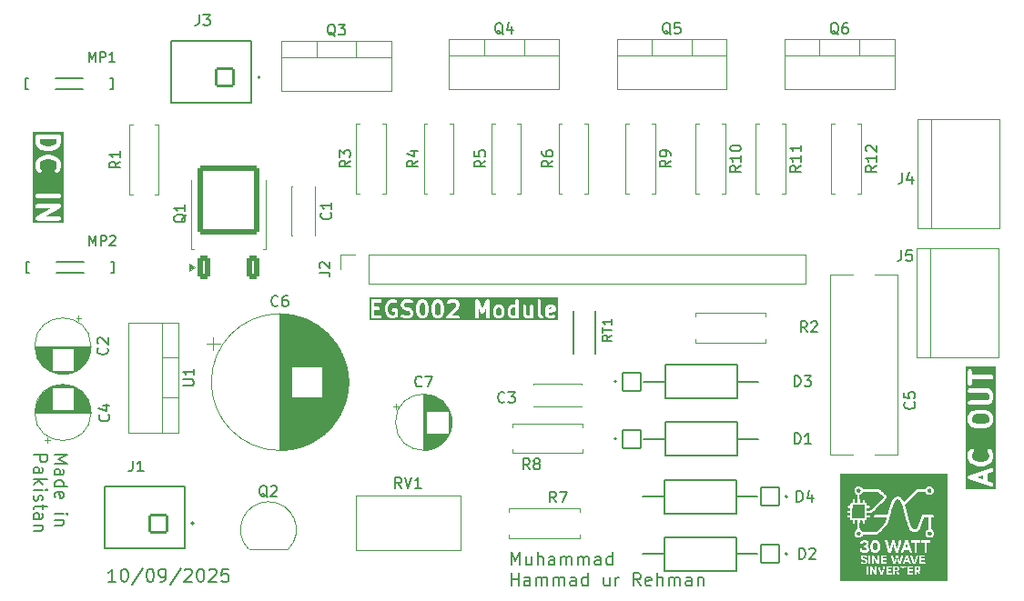
<source format=gto>
G04 #@! TF.GenerationSoftware,KiCad,Pcbnew,9.0.1*
G04 #@! TF.CreationDate,2025-09-10T18:35:39+05:00*
G04 #@! TF.ProjectId,sine_wave_inverter,73696e65-5f77-4617-9665-5f696e766572,rev?*
G04 #@! TF.SameCoordinates,Original*
G04 #@! TF.FileFunction,Legend,Top*
G04 #@! TF.FilePolarity,Positive*
%FSLAX46Y46*%
G04 Gerber Fmt 4.6, Leading zero omitted, Abs format (unit mm)*
G04 Created by KiCad (PCBNEW 9.0.1) date 2025-09-10 18:35:39*
%MOMM*%
%LPD*%
G01*
G04 APERTURE LIST*
G04 Aperture macros list*
%AMRoundRect*
0 Rectangle with rounded corners*
0 $1 Rounding radius*
0 $2 $3 $4 $5 $6 $7 $8 $9 X,Y pos of 4 corners*
0 Add a 4 corners polygon primitive as box body*
4,1,4,$2,$3,$4,$5,$6,$7,$8,$9,$2,$3,0*
0 Add four circle primitives for the rounded corners*
1,1,$1+$1,$2,$3*
1,1,$1+$1,$4,$5*
1,1,$1+$1,$6,$7*
1,1,$1+$1,$8,$9*
0 Add four rect primitives between the rounded corners*
20,1,$1+$1,$2,$3,$4,$5,0*
20,1,$1+$1,$4,$5,$6,$7,0*
20,1,$1+$1,$6,$7,$8,$9,0*
20,1,$1+$1,$8,$9,$2,$3,0*%
G04 Aperture macros list end*
%ADD10C,0.200000*%
%ADD11C,0.300000*%
%ADD12C,0.400000*%
%ADD13C,0.150000*%
%ADD14C,0.180000*%
%ADD15C,0.120000*%
%ADD16C,0.000000*%
%ADD17C,0.127000*%
%ADD18C,2.200000*%
%ADD19C,1.700000*%
%ADD20R,1.700000X1.700000*%
%ADD21C,1.600000*%
%ADD22O,1.600000X1.600000*%
%ADD23R,3.000000X3.000000*%
%ADD24C,3.000000*%
%ADD25R,1.905000X2.000000*%
%ADD26O,1.905000X2.000000*%
%ADD27R,2.000000X1.905000*%
%ADD28O,2.000000X1.905000*%
%ADD29C,2.154000*%
%ADD30RoundRect,0.102000X-0.787500X-0.787500X0.787500X-0.787500X0.787500X0.787500X-0.787500X0.787500X0*%
%ADD31C,1.779000*%
%ADD32C,1.854000*%
%ADD33RoundRect,0.102000X0.825000X0.825000X-0.825000X0.825000X-0.825000X-0.825000X0.825000X-0.825000X0*%
%ADD34R,1.600000X1.600000*%
%ADD35R,2.400000X2.400000*%
%ADD36C,2.400000*%
%ADD37RoundRect,0.102000X-0.825000X-0.825000X0.825000X-0.825000X0.825000X0.825000X-0.825000X0.825000X0*%
%ADD38RoundRect,0.250000X0.350000X-0.850000X0.350000X0.850000X-0.350000X0.850000X-0.350000X-0.850000X0*%
%ADD39RoundRect,0.249997X2.650003X-2.950003X2.650003X2.950003X-2.650003X2.950003X-2.650003X-2.950003X0*%
%ADD40C,1.440000*%
%ADD41R,1.050000X1.500000*%
%ADD42O,1.050000X1.500000*%
%ADD43C,1.254000*%
G04 APERTURE END LIST*
D10*
X57859190Y-105717292D02*
X59059190Y-105717292D01*
X59059190Y-105717292D02*
X58202047Y-106117292D01*
X58202047Y-106117292D02*
X59059190Y-106517292D01*
X59059190Y-106517292D02*
X57859190Y-106517292D01*
X57859190Y-107603007D02*
X58487761Y-107603007D01*
X58487761Y-107603007D02*
X58602047Y-107545864D01*
X58602047Y-107545864D02*
X58659190Y-107431578D01*
X58659190Y-107431578D02*
X58659190Y-107203007D01*
X58659190Y-107203007D02*
X58602047Y-107088721D01*
X57916333Y-107603007D02*
X57859190Y-107488721D01*
X57859190Y-107488721D02*
X57859190Y-107203007D01*
X57859190Y-107203007D02*
X57916333Y-107088721D01*
X57916333Y-107088721D02*
X58030618Y-107031578D01*
X58030618Y-107031578D02*
X58144904Y-107031578D01*
X58144904Y-107031578D02*
X58259190Y-107088721D01*
X58259190Y-107088721D02*
X58316333Y-107203007D01*
X58316333Y-107203007D02*
X58316333Y-107488721D01*
X58316333Y-107488721D02*
X58373475Y-107603007D01*
X57859190Y-108688721D02*
X59059190Y-108688721D01*
X57916333Y-108688721D02*
X57859190Y-108574435D01*
X57859190Y-108574435D02*
X57859190Y-108345863D01*
X57859190Y-108345863D02*
X57916333Y-108231578D01*
X57916333Y-108231578D02*
X57973475Y-108174435D01*
X57973475Y-108174435D02*
X58087761Y-108117292D01*
X58087761Y-108117292D02*
X58430618Y-108117292D01*
X58430618Y-108117292D02*
X58544904Y-108174435D01*
X58544904Y-108174435D02*
X58602047Y-108231578D01*
X58602047Y-108231578D02*
X58659190Y-108345863D01*
X58659190Y-108345863D02*
X58659190Y-108574435D01*
X58659190Y-108574435D02*
X58602047Y-108688721D01*
X57916333Y-109717292D02*
X57859190Y-109603006D01*
X57859190Y-109603006D02*
X57859190Y-109374435D01*
X57859190Y-109374435D02*
X57916333Y-109260149D01*
X57916333Y-109260149D02*
X58030618Y-109203006D01*
X58030618Y-109203006D02*
X58487761Y-109203006D01*
X58487761Y-109203006D02*
X58602047Y-109260149D01*
X58602047Y-109260149D02*
X58659190Y-109374435D01*
X58659190Y-109374435D02*
X58659190Y-109603006D01*
X58659190Y-109603006D02*
X58602047Y-109717292D01*
X58602047Y-109717292D02*
X58487761Y-109774435D01*
X58487761Y-109774435D02*
X58373475Y-109774435D01*
X58373475Y-109774435D02*
X58259190Y-109203006D01*
X57859190Y-111203006D02*
X58659190Y-111203006D01*
X59059190Y-111203006D02*
X59002047Y-111145863D01*
X59002047Y-111145863D02*
X58944904Y-111203006D01*
X58944904Y-111203006D02*
X59002047Y-111260149D01*
X59002047Y-111260149D02*
X59059190Y-111203006D01*
X59059190Y-111203006D02*
X58944904Y-111203006D01*
X58659190Y-111774435D02*
X57859190Y-111774435D01*
X58544904Y-111774435D02*
X58602047Y-111831578D01*
X58602047Y-111831578D02*
X58659190Y-111945863D01*
X58659190Y-111945863D02*
X58659190Y-112117292D01*
X58659190Y-112117292D02*
X58602047Y-112231578D01*
X58602047Y-112231578D02*
X58487761Y-112288721D01*
X58487761Y-112288721D02*
X57859190Y-112288721D01*
X55927257Y-105717292D02*
X57127257Y-105717292D01*
X57127257Y-105717292D02*
X57127257Y-106174435D01*
X57127257Y-106174435D02*
X57070114Y-106288720D01*
X57070114Y-106288720D02*
X57012971Y-106345863D01*
X57012971Y-106345863D02*
X56898685Y-106403006D01*
X56898685Y-106403006D02*
X56727257Y-106403006D01*
X56727257Y-106403006D02*
X56612971Y-106345863D01*
X56612971Y-106345863D02*
X56555828Y-106288720D01*
X56555828Y-106288720D02*
X56498685Y-106174435D01*
X56498685Y-106174435D02*
X56498685Y-105717292D01*
X55927257Y-107431578D02*
X56555828Y-107431578D01*
X56555828Y-107431578D02*
X56670114Y-107374435D01*
X56670114Y-107374435D02*
X56727257Y-107260149D01*
X56727257Y-107260149D02*
X56727257Y-107031578D01*
X56727257Y-107031578D02*
X56670114Y-106917292D01*
X55984400Y-107431578D02*
X55927257Y-107317292D01*
X55927257Y-107317292D02*
X55927257Y-107031578D01*
X55927257Y-107031578D02*
X55984400Y-106917292D01*
X55984400Y-106917292D02*
X56098685Y-106860149D01*
X56098685Y-106860149D02*
X56212971Y-106860149D01*
X56212971Y-106860149D02*
X56327257Y-106917292D01*
X56327257Y-106917292D02*
X56384400Y-107031578D01*
X56384400Y-107031578D02*
X56384400Y-107317292D01*
X56384400Y-107317292D02*
X56441542Y-107431578D01*
X55927257Y-108003006D02*
X57127257Y-108003006D01*
X56384400Y-108117292D02*
X55927257Y-108460149D01*
X56727257Y-108460149D02*
X56270114Y-108003006D01*
X55927257Y-108974435D02*
X56727257Y-108974435D01*
X57127257Y-108974435D02*
X57070114Y-108917292D01*
X57070114Y-108917292D02*
X57012971Y-108974435D01*
X57012971Y-108974435D02*
X57070114Y-109031578D01*
X57070114Y-109031578D02*
X57127257Y-108974435D01*
X57127257Y-108974435D02*
X57012971Y-108974435D01*
X55984400Y-109488721D02*
X55927257Y-109603007D01*
X55927257Y-109603007D02*
X55927257Y-109831578D01*
X55927257Y-109831578D02*
X55984400Y-109945864D01*
X55984400Y-109945864D02*
X56098685Y-110003007D01*
X56098685Y-110003007D02*
X56155828Y-110003007D01*
X56155828Y-110003007D02*
X56270114Y-109945864D01*
X56270114Y-109945864D02*
X56327257Y-109831578D01*
X56327257Y-109831578D02*
X56327257Y-109660150D01*
X56327257Y-109660150D02*
X56384400Y-109545864D01*
X56384400Y-109545864D02*
X56498685Y-109488721D01*
X56498685Y-109488721D02*
X56555828Y-109488721D01*
X56555828Y-109488721D02*
X56670114Y-109545864D01*
X56670114Y-109545864D02*
X56727257Y-109660150D01*
X56727257Y-109660150D02*
X56727257Y-109831578D01*
X56727257Y-109831578D02*
X56670114Y-109945864D01*
X56727257Y-110345864D02*
X56727257Y-110803007D01*
X57127257Y-110517293D02*
X56098685Y-110517293D01*
X56098685Y-110517293D02*
X55984400Y-110574436D01*
X55984400Y-110574436D02*
X55927257Y-110688721D01*
X55927257Y-110688721D02*
X55927257Y-110803007D01*
X55927257Y-111717293D02*
X56555828Y-111717293D01*
X56555828Y-111717293D02*
X56670114Y-111660150D01*
X56670114Y-111660150D02*
X56727257Y-111545864D01*
X56727257Y-111545864D02*
X56727257Y-111317293D01*
X56727257Y-111317293D02*
X56670114Y-111203007D01*
X55984400Y-111717293D02*
X55927257Y-111603007D01*
X55927257Y-111603007D02*
X55927257Y-111317293D01*
X55927257Y-111317293D02*
X55984400Y-111203007D01*
X55984400Y-111203007D02*
X56098685Y-111145864D01*
X56098685Y-111145864D02*
X56212971Y-111145864D01*
X56212971Y-111145864D02*
X56327257Y-111203007D01*
X56327257Y-111203007D02*
X56384400Y-111317293D01*
X56384400Y-111317293D02*
X56384400Y-111603007D01*
X56384400Y-111603007D02*
X56441542Y-111717293D01*
X56727257Y-112288721D02*
X55927257Y-112288721D01*
X56612971Y-112288721D02*
X56670114Y-112345864D01*
X56670114Y-112345864D02*
X56727257Y-112460149D01*
X56727257Y-112460149D02*
X56727257Y-112631578D01*
X56727257Y-112631578D02*
X56670114Y-112745864D01*
X56670114Y-112745864D02*
X56555828Y-112803007D01*
X56555828Y-112803007D02*
X55927257Y-112803007D01*
D11*
G36*
X92182800Y-91575535D02*
G01*
X92219804Y-91612539D01*
X92272982Y-91718897D01*
X92335939Y-91970721D01*
X92335939Y-92290935D01*
X92272982Y-92542759D01*
X92219803Y-92649117D01*
X92182798Y-92686122D01*
X92093386Y-92730828D01*
X92021349Y-92730828D01*
X91931935Y-92686121D01*
X91894931Y-92649117D01*
X91841750Y-92542757D01*
X91778796Y-92290936D01*
X91778796Y-91970720D01*
X91841750Y-91718898D01*
X91894931Y-91612538D01*
X91931935Y-91575535D01*
X92021349Y-91530828D01*
X92093386Y-91530828D01*
X92182800Y-91575535D01*
G37*
G36*
X93611371Y-91575535D02*
G01*
X93648375Y-91612539D01*
X93701553Y-91718897D01*
X93764510Y-91970721D01*
X93764510Y-92290935D01*
X93701553Y-92542759D01*
X93648374Y-92649117D01*
X93611369Y-92686122D01*
X93521957Y-92730828D01*
X93449920Y-92730828D01*
X93360506Y-92686121D01*
X93323502Y-92649117D01*
X93270321Y-92542757D01*
X93207367Y-92290936D01*
X93207367Y-91970720D01*
X93270321Y-91718898D01*
X93323502Y-91612538D01*
X93360506Y-91575535D01*
X93449920Y-91530828D01*
X93521957Y-91530828D01*
X93611371Y-91575535D01*
G37*
G36*
X99325656Y-92075535D02*
G01*
X99362660Y-92112539D01*
X99407366Y-92201951D01*
X99407366Y-92559704D01*
X99362659Y-92649117D01*
X99325654Y-92686122D01*
X99236242Y-92730828D01*
X99092776Y-92730828D01*
X99003362Y-92686121D01*
X98966357Y-92649116D01*
X98921652Y-92559704D01*
X98921652Y-92201951D01*
X98966357Y-92112540D01*
X99003362Y-92075535D01*
X99092776Y-92030828D01*
X99236242Y-92030828D01*
X99325656Y-92075535D01*
G37*
G36*
X100693081Y-92044962D02*
G01*
X100693081Y-92716694D01*
X100664814Y-92730828D01*
X100449919Y-92730828D01*
X100360505Y-92686121D01*
X100323500Y-92649116D01*
X100278795Y-92559704D01*
X100278795Y-92201951D01*
X100323500Y-92112540D01*
X100360505Y-92075535D01*
X100449919Y-92030828D01*
X100664813Y-92030828D01*
X100693081Y-92044962D01*
G37*
G36*
X104159849Y-92064060D02*
G01*
X104186024Y-92116411D01*
X103778795Y-92197857D01*
X103778795Y-92130523D01*
X103812026Y-92064060D01*
X103878491Y-92030828D01*
X104093385Y-92030828D01*
X104159849Y-92064060D01*
G37*
G36*
X104659749Y-93197495D02*
G01*
X87097843Y-93197495D01*
X87097843Y-91380828D01*
X87264510Y-91380828D01*
X87264510Y-92880828D01*
X87267392Y-92910091D01*
X87267392Y-92910092D01*
X87289790Y-92964164D01*
X87331174Y-93005548D01*
X87385246Y-93027946D01*
X87414510Y-93030828D01*
X88128796Y-93030828D01*
X88158060Y-93027946D01*
X88212132Y-93005548D01*
X88253516Y-92964164D01*
X88275914Y-92910092D01*
X88275914Y-92851564D01*
X88253516Y-92797492D01*
X88212132Y-92756108D01*
X88158060Y-92733710D01*
X88128796Y-92730828D01*
X87564510Y-92730828D01*
X87564510Y-92245114D01*
X87914510Y-92245114D01*
X87943774Y-92242232D01*
X87997846Y-92219834D01*
X88039230Y-92178450D01*
X88061628Y-92124378D01*
X88061628Y-92065850D01*
X88044162Y-92023685D01*
X88550225Y-92023685D01*
X88550225Y-92237971D01*
X88550727Y-92243074D01*
X88550402Y-92245262D01*
X88552021Y-92256212D01*
X88553107Y-92267235D01*
X88553954Y-92269279D01*
X88554704Y-92274351D01*
X88626132Y-92560065D01*
X88626903Y-92562223D01*
X88626980Y-92563304D01*
X88631638Y-92575478D01*
X88636025Y-92587756D01*
X88636669Y-92588626D01*
X88637489Y-92590767D01*
X88708918Y-92733624D01*
X88716845Y-92746217D01*
X88718361Y-92749877D01*
X88721742Y-92753996D01*
X88724583Y-92758510D01*
X88727576Y-92761106D01*
X88737016Y-92772608D01*
X88879873Y-92915466D01*
X88902603Y-92934121D01*
X88907582Y-92936183D01*
X88911654Y-92939715D01*
X88938505Y-92951703D01*
X89152791Y-93023131D01*
X89167303Y-93026430D01*
X89170961Y-93027946D01*
X89176263Y-93028468D01*
X89181465Y-93029651D01*
X89185419Y-93029369D01*
X89200225Y-93030828D01*
X89343082Y-93030828D01*
X89357887Y-93029369D01*
X89361842Y-93029651D01*
X89367043Y-93028468D01*
X89372346Y-93027946D01*
X89376003Y-93026430D01*
X89390516Y-93023131D01*
X89604802Y-92951703D01*
X89631653Y-92939715D01*
X89635726Y-92936181D01*
X89640704Y-92934120D01*
X89663435Y-92915465D01*
X89734863Y-92844036D01*
X89753517Y-92821306D01*
X89770569Y-92780138D01*
X89775914Y-92767235D01*
X89778796Y-92737971D01*
X89778796Y-92237971D01*
X89775914Y-92208707D01*
X89753516Y-92154635D01*
X89712132Y-92113251D01*
X89658060Y-92090853D01*
X89628796Y-92087971D01*
X89343082Y-92087971D01*
X89313818Y-92090853D01*
X89259746Y-92113251D01*
X89218362Y-92154635D01*
X89195964Y-92208707D01*
X89195964Y-92267235D01*
X89218362Y-92321307D01*
X89259746Y-92362691D01*
X89313818Y-92385089D01*
X89343082Y-92387971D01*
X89478796Y-92387971D01*
X89478796Y-92675839D01*
X89476341Y-92678294D01*
X89318739Y-92730828D01*
X89224568Y-92730828D01*
X89066965Y-92678294D01*
X88966360Y-92577688D01*
X88913179Y-92471328D01*
X88850225Y-92219507D01*
X88850225Y-92042148D01*
X88913179Y-91790327D01*
X88966360Y-91683967D01*
X88983785Y-91666542D01*
X90050225Y-91666542D01*
X90050225Y-91809400D01*
X90053107Y-91838664D01*
X90055169Y-91843642D01*
X90055551Y-91849018D01*
X90066061Y-91876482D01*
X90137489Y-92019339D01*
X90145417Y-92031934D01*
X90146933Y-92035593D01*
X90150312Y-92039710D01*
X90153154Y-92044225D01*
X90156148Y-92046821D01*
X90165588Y-92058324D01*
X90237017Y-92129752D01*
X90248517Y-92139190D01*
X90251114Y-92142184D01*
X90255626Y-92145024D01*
X90259747Y-92148406D01*
X90263406Y-92149921D01*
X90276000Y-92157849D01*
X90418856Y-92229278D01*
X90420998Y-92230097D01*
X90421868Y-92230742D01*
X90434139Y-92235126D01*
X90446320Y-92239787D01*
X90447400Y-92239863D01*
X90449559Y-92240635D01*
X90719297Y-92308069D01*
X90825656Y-92361248D01*
X90862660Y-92398253D01*
X90907368Y-92487667D01*
X90907368Y-92559703D01*
X90862660Y-92649117D01*
X90825657Y-92686121D01*
X90736244Y-92730828D01*
X90438854Y-92730828D01*
X90247659Y-92667097D01*
X90218985Y-92660577D01*
X90160605Y-92664727D01*
X90108258Y-92690901D01*
X90069910Y-92735115D01*
X90051402Y-92790640D01*
X90055552Y-92849020D01*
X90081726Y-92901367D01*
X90125940Y-92939715D01*
X90152791Y-92951703D01*
X90367077Y-93023131D01*
X90381589Y-93026430D01*
X90385247Y-93027946D01*
X90390549Y-93028468D01*
X90395751Y-93029651D01*
X90399705Y-93029369D01*
X90414511Y-93030828D01*
X90771653Y-93030828D01*
X90800917Y-93027946D01*
X90805895Y-93025883D01*
X90811271Y-93025502D01*
X90838734Y-93014992D01*
X90981593Y-92943564D01*
X90994187Y-92935635D01*
X90997847Y-92934120D01*
X91001967Y-92930738D01*
X91006478Y-92927899D01*
X91009072Y-92924907D01*
X91020578Y-92915465D01*
X91092006Y-92844036D01*
X91101444Y-92832535D01*
X91104438Y-92829939D01*
X91107278Y-92825426D01*
X91110660Y-92821306D01*
X91112175Y-92817646D01*
X91120103Y-92805053D01*
X91191532Y-92662197D01*
X91202041Y-92634733D01*
X91202422Y-92629358D01*
X91204486Y-92624378D01*
X91207368Y-92595114D01*
X91207368Y-92452257D01*
X91204486Y-92422993D01*
X91202422Y-92418012D01*
X91202041Y-92412638D01*
X91191532Y-92385174D01*
X91120103Y-92242318D01*
X91112175Y-92229724D01*
X91110660Y-92226065D01*
X91107278Y-92221944D01*
X91104438Y-92217432D01*
X91101444Y-92214835D01*
X91092006Y-92203335D01*
X91020578Y-92131906D01*
X91009075Y-92122466D01*
X91006479Y-92119472D01*
X91001964Y-92116630D01*
X90997847Y-92113251D01*
X90994188Y-92111735D01*
X90981593Y-92103807D01*
X90838735Y-92032378D01*
X90836594Y-92031558D01*
X90835724Y-92030914D01*
X90823468Y-92026535D01*
X90811272Y-92021868D01*
X90810188Y-92021791D01*
X90808033Y-92021021D01*
X90538295Y-91953586D01*
X90535637Y-91952257D01*
X91478796Y-91952257D01*
X91478796Y-92309400D01*
X91479298Y-92314503D01*
X91478973Y-92316691D01*
X91480592Y-92327641D01*
X91481678Y-92338664D01*
X91482525Y-92340708D01*
X91483275Y-92345780D01*
X91554703Y-92631494D01*
X91555474Y-92633652D01*
X91555551Y-92634733D01*
X91560209Y-92646907D01*
X91564596Y-92659185D01*
X91565240Y-92660055D01*
X91566060Y-92662196D01*
X91637489Y-92805053D01*
X91645416Y-92817646D01*
X91646932Y-92821306D01*
X91650313Y-92825425D01*
X91653154Y-92829939D01*
X91656147Y-92832535D01*
X91665587Y-92844037D01*
X91737016Y-92915466D01*
X91748520Y-92924907D01*
X91751115Y-92927899D01*
X91755624Y-92930737D01*
X91759747Y-92934121D01*
X91763408Y-92935637D01*
X91776000Y-92943564D01*
X91918858Y-93014992D01*
X91946321Y-93025502D01*
X91951696Y-93025883D01*
X91956675Y-93027946D01*
X91985939Y-93030828D01*
X92128796Y-93030828D01*
X92158060Y-93027946D01*
X92163038Y-93025883D01*
X92168414Y-93025502D01*
X92195878Y-93014992D01*
X92338735Y-92943564D01*
X92351328Y-92935636D01*
X92354988Y-92934121D01*
X92359107Y-92930739D01*
X92363621Y-92927899D01*
X92366217Y-92924905D01*
X92377719Y-92915466D01*
X92449148Y-92844037D01*
X92458589Y-92832532D01*
X92461581Y-92829938D01*
X92464419Y-92825428D01*
X92467803Y-92821306D01*
X92469319Y-92817644D01*
X92477246Y-92805053D01*
X92548674Y-92662195D01*
X92549491Y-92660058D01*
X92550138Y-92659186D01*
X92554527Y-92646899D01*
X92559184Y-92634732D01*
X92559260Y-92633650D01*
X92560031Y-92631495D01*
X92631460Y-92345781D01*
X92632210Y-92340708D01*
X92633057Y-92338664D01*
X92634142Y-92327644D01*
X92635762Y-92316692D01*
X92635436Y-92314503D01*
X92635939Y-92309400D01*
X92635939Y-91952257D01*
X92907367Y-91952257D01*
X92907367Y-92309400D01*
X92907869Y-92314503D01*
X92907544Y-92316691D01*
X92909163Y-92327641D01*
X92910249Y-92338664D01*
X92911096Y-92340708D01*
X92911846Y-92345780D01*
X92983274Y-92631494D01*
X92984045Y-92633652D01*
X92984122Y-92634733D01*
X92988780Y-92646907D01*
X92993167Y-92659185D01*
X92993811Y-92660055D01*
X92994631Y-92662196D01*
X93066060Y-92805053D01*
X93073987Y-92817646D01*
X93075503Y-92821306D01*
X93078884Y-92825425D01*
X93081725Y-92829939D01*
X93084718Y-92832535D01*
X93094158Y-92844037D01*
X93165587Y-92915466D01*
X93177091Y-92924907D01*
X93179686Y-92927899D01*
X93184195Y-92930737D01*
X93188318Y-92934121D01*
X93191979Y-92935637D01*
X93204571Y-92943564D01*
X93347429Y-93014992D01*
X93374892Y-93025502D01*
X93380267Y-93025883D01*
X93385246Y-93027946D01*
X93414510Y-93030828D01*
X93557367Y-93030828D01*
X93586631Y-93027946D01*
X93591609Y-93025883D01*
X93596985Y-93025502D01*
X93624449Y-93014992D01*
X93767306Y-92943564D01*
X93779899Y-92935636D01*
X93783559Y-92934121D01*
X93787678Y-92930739D01*
X93792192Y-92927899D01*
X93794788Y-92924905D01*
X93806290Y-92915466D01*
X93870191Y-92851565D01*
X94267391Y-92851565D01*
X94267391Y-92910091D01*
X94289788Y-92964163D01*
X94331174Y-93005549D01*
X94362848Y-93018668D01*
X94385245Y-93027946D01*
X94414509Y-93030828D01*
X95343081Y-93030828D01*
X95372345Y-93027946D01*
X95426417Y-93005548D01*
X95467801Y-92964164D01*
X95490199Y-92910092D01*
X95490199Y-92851564D01*
X95467801Y-92797492D01*
X95426417Y-92756108D01*
X95372345Y-92733710D01*
X95343081Y-92730828D01*
X94776641Y-92730828D01*
X95377718Y-92129751D01*
X95396373Y-92107021D01*
X95398436Y-92102039D01*
X95401966Y-92097970D01*
X95413954Y-92071120D01*
X95485383Y-91856835D01*
X95488682Y-91842325D01*
X95490199Y-91838664D01*
X95490721Y-91833355D01*
X95491903Y-91828161D01*
X95491622Y-91824211D01*
X95493081Y-91809400D01*
X95493081Y-91666542D01*
X95490199Y-91637278D01*
X95488135Y-91632297D01*
X95487754Y-91626923D01*
X95477245Y-91599459D01*
X95405816Y-91456603D01*
X95397889Y-91444011D01*
X95396373Y-91440349D01*
X95392989Y-91436226D01*
X95390151Y-91431717D01*
X95387158Y-91429121D01*
X95377718Y-91417619D01*
X95340927Y-91380828D01*
X96978794Y-91380828D01*
X96978794Y-92880828D01*
X96981676Y-92910092D01*
X97004074Y-92964164D01*
X97045458Y-93005548D01*
X97099530Y-93027946D01*
X97158058Y-93027946D01*
X97212130Y-93005548D01*
X97253514Y-92964164D01*
X97275912Y-92910092D01*
X97278794Y-92880828D01*
X97278794Y-92056961D01*
X97492867Y-92515690D01*
X97499213Y-92526403D01*
X97500534Y-92530035D01*
X97502885Y-92532603D01*
X97507854Y-92540990D01*
X97524659Y-92556380D01*
X97540061Y-92573198D01*
X97546104Y-92576018D01*
X97551017Y-92580517D01*
X97572437Y-92588306D01*
X97593099Y-92597948D01*
X97599756Y-92598240D01*
X97606019Y-92600518D01*
X97628798Y-92599517D01*
X97651569Y-92600518D01*
X97657828Y-92598241D01*
X97664490Y-92597949D01*
X97685157Y-92588304D01*
X97706572Y-92580517D01*
X97711485Y-92576017D01*
X97717527Y-92573198D01*
X97732922Y-92556385D01*
X97749735Y-92540990D01*
X97754703Y-92532601D01*
X97757054Y-92530035D01*
X97758373Y-92526405D01*
X97764721Y-92515690D01*
X97978794Y-92056962D01*
X97978794Y-92880828D01*
X97981676Y-92910092D01*
X98004074Y-92964164D01*
X98045458Y-93005548D01*
X98099530Y-93027946D01*
X98158058Y-93027946D01*
X98212130Y-93005548D01*
X98253514Y-92964164D01*
X98275912Y-92910092D01*
X98278794Y-92880828D01*
X98278794Y-92166542D01*
X98621652Y-92166542D01*
X98621652Y-92595114D01*
X98624534Y-92624378D01*
X98626596Y-92629356D01*
X98626978Y-92634732D01*
X98637488Y-92662196D01*
X98708916Y-92805053D01*
X98716843Y-92817646D01*
X98718359Y-92821306D01*
X98721740Y-92825425D01*
X98724581Y-92829939D01*
X98727574Y-92832535D01*
X98737014Y-92844037D01*
X98808443Y-92915466D01*
X98819947Y-92924907D01*
X98822542Y-92927899D01*
X98827051Y-92930737D01*
X98831174Y-92934121D01*
X98834835Y-92935637D01*
X98847427Y-92943564D01*
X98990285Y-93014992D01*
X99017748Y-93025502D01*
X99023123Y-93025883D01*
X99028102Y-93027946D01*
X99057366Y-93030828D01*
X99271652Y-93030828D01*
X99300916Y-93027946D01*
X99305894Y-93025883D01*
X99311270Y-93025502D01*
X99338734Y-93014992D01*
X99481591Y-92943564D01*
X99494184Y-92935636D01*
X99497844Y-92934121D01*
X99501963Y-92930739D01*
X99506477Y-92927899D01*
X99509073Y-92924905D01*
X99520575Y-92915466D01*
X99592004Y-92844037D01*
X99601445Y-92832532D01*
X99604437Y-92829938D01*
X99607275Y-92825428D01*
X99610659Y-92821306D01*
X99612175Y-92817644D01*
X99620102Y-92805053D01*
X99691530Y-92662195D01*
X99702040Y-92634732D01*
X99702421Y-92629356D01*
X99704484Y-92624378D01*
X99707366Y-92595114D01*
X99707366Y-92166542D01*
X99978795Y-92166542D01*
X99978795Y-92595114D01*
X99981677Y-92624378D01*
X99983739Y-92629356D01*
X99984121Y-92634732D01*
X99994631Y-92662196D01*
X100066059Y-92805053D01*
X100073986Y-92817646D01*
X100075502Y-92821306D01*
X100078883Y-92825425D01*
X100081724Y-92829939D01*
X100084717Y-92832535D01*
X100094157Y-92844037D01*
X100165586Y-92915466D01*
X100177090Y-92924907D01*
X100179685Y-92927899D01*
X100184194Y-92930737D01*
X100188317Y-92934121D01*
X100191978Y-92935637D01*
X100204570Y-92943564D01*
X100347428Y-93014992D01*
X100374891Y-93025502D01*
X100380266Y-93025883D01*
X100385245Y-93027946D01*
X100414509Y-93030828D01*
X100700223Y-93030828D01*
X100729487Y-93027946D01*
X100734465Y-93025883D01*
X100739841Y-93025502D01*
X100767304Y-93014992D01*
X100774209Y-93011539D01*
X100813817Y-93027946D01*
X100872345Y-93027946D01*
X100926417Y-93005548D01*
X100967801Y-92964164D01*
X100990199Y-92910092D01*
X100993081Y-92880828D01*
X100993081Y-91880828D01*
X101407366Y-91880828D01*
X101407366Y-92666542D01*
X101410248Y-92695806D01*
X101412309Y-92700783D01*
X101412692Y-92706161D01*
X101423202Y-92733624D01*
X101494631Y-92876482D01*
X101497711Y-92881376D01*
X101498481Y-92883684D01*
X101500973Y-92886557D01*
X101510296Y-92901368D01*
X101524507Y-92913692D01*
X101536828Y-92927899D01*
X101551635Y-92937220D01*
X101554511Y-92939714D01*
X101556819Y-92940483D01*
X101561713Y-92943564D01*
X101704571Y-93014992D01*
X101732034Y-93025502D01*
X101737409Y-93025883D01*
X101742388Y-93027946D01*
X101771652Y-93030828D01*
X101985938Y-93030828D01*
X102015202Y-93027946D01*
X102020180Y-93025883D01*
X102025556Y-93025502D01*
X102053020Y-93014992D01*
X102101894Y-92990554D01*
X102116888Y-93005548D01*
X102170960Y-93027946D01*
X102229488Y-93027946D01*
X102283560Y-93005548D01*
X102324944Y-92964164D01*
X102347342Y-92910092D01*
X102350224Y-92880828D01*
X102350224Y-91880828D01*
X102347342Y-91851564D01*
X102324944Y-91797492D01*
X102283560Y-91756108D01*
X102229488Y-91733710D01*
X102170960Y-91733710D01*
X102116888Y-91756108D01*
X102075504Y-91797492D01*
X102053106Y-91851564D01*
X102050224Y-91880828D01*
X102050224Y-92675839D01*
X102039940Y-92686122D01*
X101950528Y-92730828D01*
X101807062Y-92730828D01*
X101740598Y-92697596D01*
X101707366Y-92631132D01*
X101707366Y-91880828D01*
X101704484Y-91851564D01*
X101682086Y-91797492D01*
X101640702Y-91756108D01*
X101586630Y-91733710D01*
X101528102Y-91733710D01*
X101474030Y-91756108D01*
X101432646Y-91797492D01*
X101410248Y-91851564D01*
X101407366Y-91880828D01*
X100993081Y-91880828D01*
X100993081Y-91380828D01*
X102764509Y-91380828D01*
X102764509Y-92666542D01*
X102767391Y-92695806D01*
X102769452Y-92700783D01*
X102769835Y-92706161D01*
X102780345Y-92733624D01*
X102851774Y-92876482D01*
X102854854Y-92881376D01*
X102855624Y-92883684D01*
X102858116Y-92886557D01*
X102867439Y-92901368D01*
X102881650Y-92913692D01*
X102893971Y-92927899D01*
X102908778Y-92937220D01*
X102911654Y-92939714D01*
X102913962Y-92940483D01*
X102918856Y-92943564D01*
X103061714Y-93014992D01*
X103089177Y-93025502D01*
X103147557Y-93029650D01*
X103203080Y-93011142D01*
X103247295Y-92972795D01*
X103273469Y-92920446D01*
X103277617Y-92862066D01*
X103259109Y-92806544D01*
X103220763Y-92762329D01*
X103195877Y-92746664D01*
X103097741Y-92697596D01*
X103064509Y-92631132D01*
X103064509Y-92095114D01*
X103478795Y-92095114D01*
X103478795Y-92666542D01*
X103481677Y-92695806D01*
X103483739Y-92700784D01*
X103484121Y-92706160D01*
X103494631Y-92733623D01*
X103566059Y-92876482D01*
X103569138Y-92881374D01*
X103569909Y-92883685D01*
X103572404Y-92886562D01*
X103581724Y-92901367D01*
X103595930Y-92913688D01*
X103608256Y-92927900D01*
X103623060Y-92937218D01*
X103625938Y-92939714D01*
X103628249Y-92940484D01*
X103633142Y-92943564D01*
X103776000Y-93014993D01*
X103803463Y-93025502D01*
X103808838Y-93025883D01*
X103813817Y-93027946D01*
X103843081Y-93030828D01*
X104128795Y-93030828D01*
X104158059Y-93027946D01*
X104163037Y-93025883D01*
X104168413Y-93025502D01*
X104195877Y-93014992D01*
X104338734Y-92943564D01*
X104363620Y-92927899D01*
X104401966Y-92883684D01*
X104420474Y-92828162D01*
X104416326Y-92769782D01*
X104390152Y-92717433D01*
X104345937Y-92679086D01*
X104290414Y-92660578D01*
X104232034Y-92664726D01*
X104204571Y-92675236D01*
X104093385Y-92730828D01*
X103878490Y-92730828D01*
X103812027Y-92697597D01*
X103778795Y-92631133D01*
X103778795Y-92503798D01*
X104372344Y-92385089D01*
X104372345Y-92385089D01*
X104372345Y-92385088D01*
X104372499Y-92385058D01*
X104400629Y-92376493D01*
X104412840Y-92368314D01*
X104426417Y-92362691D01*
X104436918Y-92352189D01*
X104449259Y-92343925D01*
X104457411Y-92331697D01*
X104467801Y-92321307D01*
X104473483Y-92307587D01*
X104481723Y-92295229D01*
X104484575Y-92280811D01*
X104490199Y-92267235D01*
X104493081Y-92237971D01*
X104493081Y-92237819D01*
X104493082Y-92237814D01*
X104493081Y-92237809D01*
X104493081Y-92095114D01*
X104490199Y-92065850D01*
X104488135Y-92060869D01*
X104487754Y-92055495D01*
X104477245Y-92028031D01*
X104405816Y-91885175D01*
X104402735Y-91880280D01*
X104401966Y-91877973D01*
X104399473Y-91875098D01*
X104390151Y-91860289D01*
X104375941Y-91847965D01*
X104363620Y-91833758D01*
X104348814Y-91824438D01*
X104345936Y-91821942D01*
X104343624Y-91821171D01*
X104338734Y-91818093D01*
X104195877Y-91746664D01*
X104168414Y-91736155D01*
X104163039Y-91735773D01*
X104158059Y-91733710D01*
X104128795Y-91730828D01*
X103843081Y-91730828D01*
X103813817Y-91733710D01*
X103808839Y-91735771D01*
X103803462Y-91736154D01*
X103775999Y-91746664D01*
X103633141Y-91818093D01*
X103628246Y-91821173D01*
X103625939Y-91821943D01*
X103623064Y-91824435D01*
X103608255Y-91833758D01*
X103595932Y-91847966D01*
X103581724Y-91860289D01*
X103572401Y-91875098D01*
X103569909Y-91877973D01*
X103569139Y-91880280D01*
X103566059Y-91885175D01*
X103494631Y-92028032D01*
X103484121Y-92055496D01*
X103483739Y-92060871D01*
X103481677Y-92065850D01*
X103478795Y-92095114D01*
X103064509Y-92095114D01*
X103064509Y-91380828D01*
X103061627Y-91351564D01*
X103039229Y-91297492D01*
X102997845Y-91256108D01*
X102943773Y-91233710D01*
X102885245Y-91233710D01*
X102831173Y-91256108D01*
X102789789Y-91297492D01*
X102767391Y-91351564D01*
X102764509Y-91380828D01*
X100993081Y-91380828D01*
X100990199Y-91351564D01*
X100967801Y-91297492D01*
X100926417Y-91256108D01*
X100872345Y-91233710D01*
X100813817Y-91233710D01*
X100759745Y-91256108D01*
X100718361Y-91297492D01*
X100695963Y-91351564D01*
X100693081Y-91380828D01*
X100693081Y-91730828D01*
X100414509Y-91730828D01*
X100385245Y-91733710D01*
X100380264Y-91735773D01*
X100374890Y-91736155D01*
X100347426Y-91746664D01*
X100204570Y-91818093D01*
X100191976Y-91826020D01*
X100188317Y-91827536D01*
X100184196Y-91830917D01*
X100179684Y-91833758D01*
X100177087Y-91836751D01*
X100165587Y-91846190D01*
X100094158Y-91917618D01*
X100084718Y-91929120D01*
X100081724Y-91931717D01*
X100078882Y-91936231D01*
X100075503Y-91940349D01*
X100073987Y-91944007D01*
X100066059Y-91956603D01*
X99994631Y-92099460D01*
X99984121Y-92126924D01*
X99983739Y-92132299D01*
X99981677Y-92137278D01*
X99978795Y-92166542D01*
X99707366Y-92166542D01*
X99704484Y-92137278D01*
X99702421Y-92132299D01*
X99702040Y-92126924D01*
X99691530Y-92099461D01*
X99620102Y-91956603D01*
X99612173Y-91944008D01*
X99610658Y-91940349D01*
X99607276Y-91936228D01*
X99604437Y-91931718D01*
X99601445Y-91929123D01*
X99592003Y-91917618D01*
X99520574Y-91846190D01*
X99509074Y-91836752D01*
X99506477Y-91833758D01*
X99501960Y-91830915D01*
X99497843Y-91827536D01*
X99494186Y-91826021D01*
X99481591Y-91818093D01*
X99338734Y-91746664D01*
X99311271Y-91736155D01*
X99305896Y-91735773D01*
X99300916Y-91733710D01*
X99271652Y-91730828D01*
X99057366Y-91730828D01*
X99028102Y-91733710D01*
X99023121Y-91735773D01*
X99017747Y-91736155D01*
X98990283Y-91746664D01*
X98847427Y-91818093D01*
X98834833Y-91826020D01*
X98831174Y-91827536D01*
X98827053Y-91830917D01*
X98822541Y-91833758D01*
X98819944Y-91836751D01*
X98808444Y-91846190D01*
X98737015Y-91917618D01*
X98727575Y-91929120D01*
X98724581Y-91931717D01*
X98721739Y-91936231D01*
X98718360Y-91940349D01*
X98716844Y-91944007D01*
X98708916Y-91956603D01*
X98637488Y-92099460D01*
X98626978Y-92126924D01*
X98626596Y-92132299D01*
X98624534Y-92137278D01*
X98621652Y-92166542D01*
X98278794Y-92166542D01*
X98278794Y-91380828D01*
X98276899Y-91361590D01*
X98277055Y-91358052D01*
X98276363Y-91356151D01*
X98275912Y-91351564D01*
X98265951Y-91327518D01*
X98257054Y-91303050D01*
X98254794Y-91300582D01*
X98253514Y-91297492D01*
X98235116Y-91279094D01*
X98217527Y-91259887D01*
X98214493Y-91258471D01*
X98212130Y-91256108D01*
X98188099Y-91246154D01*
X98164490Y-91235136D01*
X98161145Y-91234989D01*
X98158058Y-91233710D01*
X98132034Y-91233710D01*
X98106019Y-91232567D01*
X98102876Y-91233710D01*
X98099530Y-91233710D01*
X98075477Y-91243673D01*
X98051017Y-91252568D01*
X98048549Y-91254827D01*
X98045458Y-91256108D01*
X98027049Y-91274516D01*
X98007854Y-91292095D01*
X98005504Y-91296061D01*
X98004074Y-91297492D01*
X98002718Y-91300764D01*
X97992867Y-91317395D01*
X97628794Y-92097551D01*
X97264721Y-91317395D01*
X97254867Y-91300760D01*
X97253514Y-91297492D01*
X97252085Y-91296063D01*
X97249735Y-91292095D01*
X97230527Y-91274505D01*
X97212130Y-91256108D01*
X97209039Y-91254827D01*
X97206572Y-91252568D01*
X97182106Y-91243671D01*
X97158058Y-91233710D01*
X97154712Y-91233710D01*
X97151569Y-91232567D01*
X97125565Y-91233710D01*
X97099530Y-91233710D01*
X97096439Y-91234990D01*
X97093099Y-91235137D01*
X97069503Y-91246147D01*
X97045458Y-91256108D01*
X97043094Y-91258471D01*
X97040061Y-91259887D01*
X97022471Y-91279094D01*
X97004074Y-91297492D01*
X97002793Y-91300582D01*
X97000534Y-91303050D01*
X96991637Y-91327515D01*
X96981676Y-91351564D01*
X96981224Y-91356152D01*
X96980533Y-91358053D01*
X96980688Y-91361591D01*
X96978794Y-91380828D01*
X95340927Y-91380828D01*
X95306290Y-91346191D01*
X95294788Y-91336751D01*
X95292192Y-91333758D01*
X95287678Y-91330917D01*
X95283559Y-91327536D01*
X95279899Y-91326020D01*
X95267306Y-91318093D01*
X95124448Y-91246664D01*
X95096985Y-91236154D01*
X95091607Y-91235771D01*
X95086630Y-91233710D01*
X95057366Y-91230828D01*
X94700224Y-91230828D01*
X94670960Y-91233710D01*
X94665982Y-91235771D01*
X94660605Y-91236154D01*
X94633142Y-91246664D01*
X94490284Y-91318093D01*
X94477692Y-91326019D01*
X94474030Y-91327536D01*
X94469907Y-91330919D01*
X94465398Y-91333758D01*
X94462802Y-91336750D01*
X94451300Y-91346191D01*
X94379872Y-91417619D01*
X94361217Y-91440350D01*
X94338820Y-91494422D01*
X94338820Y-91552948D01*
X94361217Y-91607020D01*
X94402603Y-91648406D01*
X94456675Y-91670803D01*
X94515201Y-91670803D01*
X94569273Y-91648406D01*
X94592004Y-91629751D01*
X94646220Y-91575535D01*
X94735634Y-91530828D01*
X95021956Y-91530828D01*
X95111370Y-91575535D01*
X95148374Y-91612539D01*
X95193081Y-91701952D01*
X95193081Y-91785059D01*
X95140547Y-91942657D01*
X94308443Y-92774762D01*
X94289788Y-92797493D01*
X94279924Y-92821307D01*
X94270510Y-92844036D01*
X94267391Y-92851565D01*
X93870191Y-92851565D01*
X93877719Y-92844037D01*
X93887160Y-92832532D01*
X93890152Y-92829938D01*
X93892990Y-92825428D01*
X93896374Y-92821306D01*
X93897890Y-92817644D01*
X93905817Y-92805053D01*
X93977245Y-92662195D01*
X93978062Y-92660058D01*
X93978709Y-92659186D01*
X93983098Y-92646899D01*
X93987755Y-92634732D01*
X93987831Y-92633650D01*
X93988602Y-92631495D01*
X94060031Y-92345781D01*
X94060781Y-92340708D01*
X94061628Y-92338664D01*
X94062713Y-92327644D01*
X94064333Y-92316692D01*
X94064007Y-92314503D01*
X94064510Y-92309400D01*
X94064510Y-91952257D01*
X94064007Y-91947153D01*
X94064333Y-91944965D01*
X94062713Y-91934012D01*
X94061628Y-91922993D01*
X94060781Y-91920948D01*
X94060031Y-91915876D01*
X93988602Y-91630162D01*
X93987831Y-91628006D01*
X93987755Y-91626924D01*
X93983095Y-91614749D01*
X93978709Y-91602470D01*
X93978062Y-91601597D01*
X93977245Y-91599461D01*
X93905817Y-91456603D01*
X93897888Y-91444008D01*
X93896373Y-91440349D01*
X93892991Y-91436228D01*
X93890152Y-91431718D01*
X93887160Y-91429123D01*
X93877718Y-91417618D01*
X93806289Y-91346190D01*
X93794789Y-91336752D01*
X93792192Y-91333758D01*
X93787675Y-91330915D01*
X93783558Y-91327536D01*
X93779901Y-91326021D01*
X93767306Y-91318093D01*
X93624449Y-91246664D01*
X93596986Y-91236155D01*
X93591611Y-91235773D01*
X93586631Y-91233710D01*
X93557367Y-91230828D01*
X93414510Y-91230828D01*
X93385246Y-91233710D01*
X93380265Y-91235773D01*
X93374891Y-91236155D01*
X93347427Y-91246664D01*
X93204571Y-91318093D01*
X93191977Y-91326020D01*
X93188318Y-91327536D01*
X93184197Y-91330917D01*
X93179685Y-91333758D01*
X93177088Y-91336751D01*
X93165588Y-91346190D01*
X93094159Y-91417618D01*
X93084719Y-91429120D01*
X93081725Y-91431717D01*
X93078883Y-91436231D01*
X93075504Y-91440349D01*
X93073988Y-91444007D01*
X93066060Y-91456603D01*
X92994631Y-91599460D01*
X92993811Y-91601600D01*
X92993167Y-91602471D01*
X92988780Y-91614748D01*
X92984122Y-91626923D01*
X92984045Y-91628003D01*
X92983274Y-91630162D01*
X92911846Y-91915877D01*
X92911096Y-91920948D01*
X92910249Y-91922993D01*
X92909163Y-91934015D01*
X92907544Y-91944966D01*
X92907869Y-91947153D01*
X92907367Y-91952257D01*
X92635939Y-91952257D01*
X92635436Y-91947153D01*
X92635762Y-91944965D01*
X92634142Y-91934012D01*
X92633057Y-91922993D01*
X92632210Y-91920948D01*
X92631460Y-91915876D01*
X92560031Y-91630162D01*
X92559260Y-91628006D01*
X92559184Y-91626924D01*
X92554524Y-91614749D01*
X92550138Y-91602470D01*
X92549491Y-91601597D01*
X92548674Y-91599461D01*
X92477246Y-91456603D01*
X92469317Y-91444008D01*
X92467802Y-91440349D01*
X92464420Y-91436228D01*
X92461581Y-91431718D01*
X92458589Y-91429123D01*
X92449147Y-91417618D01*
X92377718Y-91346190D01*
X92366218Y-91336752D01*
X92363621Y-91333758D01*
X92359104Y-91330915D01*
X92354987Y-91327536D01*
X92351330Y-91326021D01*
X92338735Y-91318093D01*
X92195878Y-91246664D01*
X92168415Y-91236155D01*
X92163040Y-91235773D01*
X92158060Y-91233710D01*
X92128796Y-91230828D01*
X91985939Y-91230828D01*
X91956675Y-91233710D01*
X91951694Y-91235773D01*
X91946320Y-91236155D01*
X91918856Y-91246664D01*
X91776000Y-91318093D01*
X91763406Y-91326020D01*
X91759747Y-91327536D01*
X91755626Y-91330917D01*
X91751114Y-91333758D01*
X91748517Y-91336751D01*
X91737017Y-91346190D01*
X91665588Y-91417618D01*
X91656148Y-91429120D01*
X91653154Y-91431717D01*
X91650312Y-91436231D01*
X91646933Y-91440349D01*
X91645417Y-91444007D01*
X91637489Y-91456603D01*
X91566060Y-91599460D01*
X91565240Y-91601600D01*
X91564596Y-91602471D01*
X91560209Y-91614748D01*
X91555551Y-91626923D01*
X91555474Y-91628003D01*
X91554703Y-91630162D01*
X91483275Y-91915877D01*
X91482525Y-91920948D01*
X91481678Y-91922993D01*
X91480592Y-91934015D01*
X91478973Y-91944966D01*
X91479298Y-91947153D01*
X91478796Y-91952257D01*
X90535637Y-91952257D01*
X90431935Y-91900406D01*
X90394930Y-91863401D01*
X90350225Y-91773990D01*
X90350225Y-91701951D01*
X90394930Y-91612540D01*
X90431935Y-91575535D01*
X90521349Y-91530828D01*
X90818742Y-91530828D01*
X91009933Y-91594559D01*
X91038607Y-91601079D01*
X91096987Y-91596930D01*
X91149334Y-91570756D01*
X91187682Y-91526542D01*
X91206190Y-91471018D01*
X91202041Y-91412638D01*
X91175867Y-91360290D01*
X91131653Y-91321943D01*
X91104802Y-91309954D01*
X90890516Y-91238526D01*
X90876008Y-91235227D01*
X90872346Y-91233710D01*
X90867037Y-91233187D01*
X90861843Y-91232006D01*
X90857893Y-91232286D01*
X90843082Y-91230828D01*
X90485939Y-91230828D01*
X90456675Y-91233710D01*
X90451694Y-91235773D01*
X90446320Y-91236155D01*
X90418856Y-91246664D01*
X90276000Y-91318093D01*
X90263406Y-91326020D01*
X90259747Y-91327536D01*
X90255626Y-91330917D01*
X90251114Y-91333758D01*
X90248517Y-91336751D01*
X90237017Y-91346190D01*
X90165588Y-91417618D01*
X90156148Y-91429120D01*
X90153154Y-91431717D01*
X90150312Y-91436231D01*
X90146933Y-91440349D01*
X90145417Y-91444007D01*
X90137489Y-91456603D01*
X90066061Y-91599460D01*
X90055551Y-91626924D01*
X90055169Y-91632299D01*
X90053107Y-91637278D01*
X90050225Y-91666542D01*
X88983785Y-91666542D01*
X89066966Y-91583361D01*
X89224568Y-91530828D01*
X89379101Y-91530828D01*
X89490285Y-91586421D01*
X89517749Y-91596930D01*
X89576129Y-91601079D01*
X89631651Y-91582572D01*
X89675867Y-91544225D01*
X89702041Y-91491876D01*
X89706190Y-91433496D01*
X89687682Y-91377973D01*
X89649336Y-91333758D01*
X89624450Y-91318093D01*
X89481593Y-91246664D01*
X89454130Y-91236155D01*
X89448755Y-91235773D01*
X89443775Y-91233710D01*
X89414511Y-91230828D01*
X89200225Y-91230828D01*
X89185413Y-91232286D01*
X89181464Y-91232006D01*
X89176269Y-91233187D01*
X89170961Y-91233710D01*
X89167299Y-91235226D01*
X89152790Y-91238526D01*
X88938505Y-91309955D01*
X88911654Y-91321943D01*
X88907584Y-91325472D01*
X88902603Y-91327536D01*
X88879873Y-91346191D01*
X88737016Y-91489048D01*
X88727576Y-91500549D01*
X88724583Y-91503146D01*
X88721742Y-91507659D01*
X88718361Y-91511779D01*
X88716845Y-91515438D01*
X88708918Y-91528032D01*
X88637489Y-91670889D01*
X88636669Y-91673029D01*
X88636025Y-91673900D01*
X88631638Y-91686177D01*
X88626980Y-91698352D01*
X88626903Y-91699432D01*
X88626132Y-91701591D01*
X88554704Y-91987305D01*
X88553954Y-91992376D01*
X88553107Y-91994421D01*
X88552021Y-92005443D01*
X88550402Y-92016394D01*
X88550727Y-92018581D01*
X88550225Y-92023685D01*
X88044162Y-92023685D01*
X88039230Y-92011778D01*
X87997846Y-91970394D01*
X87943774Y-91947996D01*
X87914510Y-91945114D01*
X87564510Y-91945114D01*
X87564510Y-91530828D01*
X88128796Y-91530828D01*
X88158060Y-91527946D01*
X88212132Y-91505548D01*
X88253516Y-91464164D01*
X88275914Y-91410092D01*
X88275914Y-91351564D01*
X88253516Y-91297492D01*
X88212132Y-91256108D01*
X88158060Y-91233710D01*
X88128796Y-91230828D01*
X87414510Y-91230828D01*
X87385246Y-91233710D01*
X87331174Y-91256108D01*
X87289790Y-91297492D01*
X87267392Y-91351564D01*
X87264510Y-91380828D01*
X87097843Y-91380828D01*
X87097843Y-91064161D01*
X104659749Y-91064161D01*
X104659749Y-93197495D01*
G37*
D12*
G36*
X144203009Y-108018404D02*
G01*
X143606894Y-107819699D01*
X144203009Y-107620994D01*
X144203009Y-108018404D01*
G37*
G36*
X144586472Y-102000291D02*
G01*
X144714829Y-102128646D01*
X144774438Y-102247864D01*
X144774438Y-102534391D01*
X144714829Y-102653608D01*
X144586472Y-102781963D01*
X144283148Y-102857794D01*
X143665727Y-102857794D01*
X143362401Y-102781962D01*
X143234047Y-102653609D01*
X143174438Y-102534390D01*
X143174438Y-102247864D01*
X143234047Y-102128645D01*
X143362401Y-102000292D01*
X143665727Y-101924461D01*
X144283148Y-101924461D01*
X144586472Y-102000291D01*
G37*
G36*
X145396660Y-108907017D02*
G01*
X142552216Y-108907017D01*
X142552216Y-107794685D01*
X142776009Y-107794685D01*
X142777786Y-107819700D01*
X142776009Y-107844715D01*
X142780527Y-107858269D01*
X142781540Y-107872525D01*
X142792757Y-107894959D01*
X142800686Y-107918746D01*
X142810047Y-107929540D01*
X142816439Y-107942323D01*
X142835384Y-107958753D01*
X142851815Y-107977699D01*
X142864597Y-107984090D01*
X142875392Y-107993452D01*
X142911193Y-108009437D01*
X144911193Y-108676103D01*
X144949424Y-108684795D01*
X145027263Y-108679264D01*
X145097061Y-108644365D01*
X145148190Y-108585412D01*
X145172868Y-108511381D01*
X145167336Y-108433541D01*
X145132437Y-108363743D01*
X145073484Y-108312614D01*
X145037684Y-108296629D01*
X144603009Y-108151737D01*
X144603009Y-107487661D01*
X145037683Y-107342770D01*
X145073484Y-107326785D01*
X145132437Y-107275656D01*
X145167335Y-107205858D01*
X145172867Y-107128018D01*
X145148190Y-107053987D01*
X145097061Y-106995034D01*
X145027263Y-106960135D01*
X144949423Y-106954604D01*
X144911192Y-106963296D01*
X142911192Y-107629963D01*
X142875392Y-107645948D01*
X142864597Y-107655309D01*
X142851815Y-107661701D01*
X142835384Y-107680646D01*
X142816439Y-107697077D01*
X142810047Y-107709859D01*
X142800686Y-107720654D01*
X142792757Y-107744441D01*
X142781540Y-107766875D01*
X142780527Y-107781130D01*
X142776009Y-107794685D01*
X142552216Y-107794685D01*
X142552216Y-105724461D01*
X142774438Y-105724461D01*
X142774438Y-105914937D01*
X142776383Y-105934685D01*
X142776009Y-105939951D01*
X142777584Y-105946878D01*
X142778281Y-105953955D01*
X142780302Y-105958835D01*
X142784701Y-105978182D01*
X142879939Y-106263897D01*
X142895924Y-106299698D01*
X142900631Y-106305126D01*
X142903382Y-106311766D01*
X142928255Y-106342073D01*
X143118731Y-106532550D01*
X143134068Y-106545137D01*
X143137529Y-106549127D01*
X143143544Y-106552913D01*
X143149038Y-106557422D01*
X143153917Y-106559443D01*
X143170709Y-106570013D01*
X143361186Y-106665252D01*
X143364041Y-106666344D01*
X143365200Y-106667203D01*
X143381563Y-106673049D01*
X143397803Y-106679264D01*
X143399241Y-106679366D01*
X143402121Y-106680395D01*
X143783073Y-106775632D01*
X143789836Y-106776632D01*
X143792562Y-106777761D01*
X143807264Y-106779209D01*
X143821858Y-106781367D01*
X143824771Y-106780933D01*
X143831580Y-106781604D01*
X144117295Y-106781604D01*
X144124103Y-106780933D01*
X144127017Y-106781367D01*
X144141618Y-106779208D01*
X144156313Y-106777761D01*
X144159035Y-106776633D01*
X144165802Y-106775633D01*
X144546754Y-106680395D01*
X144549633Y-106679366D01*
X144551072Y-106679264D01*
X144567300Y-106673053D01*
X144583675Y-106667203D01*
X144584834Y-106666343D01*
X144587690Y-106665251D01*
X144778166Y-106570013D01*
X144794957Y-106559443D01*
X144799837Y-106557422D01*
X144805330Y-106552913D01*
X144811346Y-106549127D01*
X144814806Y-106545136D01*
X144830144Y-106532550D01*
X145020621Y-106342074D01*
X145045493Y-106311767D01*
X145048243Y-106305127D01*
X145052952Y-106299698D01*
X145068937Y-106263897D01*
X145164175Y-105978182D01*
X145168573Y-105958835D01*
X145170595Y-105953955D01*
X145171291Y-105946878D01*
X145172867Y-105939951D01*
X145172492Y-105934685D01*
X145174438Y-105914937D01*
X145174438Y-105724461D01*
X145172492Y-105704711D01*
X145172867Y-105699446D01*
X145171291Y-105692517D01*
X145170595Y-105685443D01*
X145168574Y-105680564D01*
X145164175Y-105661215D01*
X145068937Y-105375501D01*
X145052952Y-105339701D01*
X145048245Y-105334273D01*
X145045494Y-105327632D01*
X145020621Y-105297325D01*
X144925382Y-105202087D01*
X144895074Y-105177215D01*
X144822978Y-105147352D01*
X144744942Y-105147352D01*
X144672846Y-105177216D01*
X144617667Y-105232396D01*
X144587804Y-105304492D01*
X144587804Y-105382528D01*
X144617668Y-105454624D01*
X144642540Y-105484931D01*
X144704392Y-105546782D01*
X144774438Y-105756918D01*
X144774438Y-105882481D01*
X144704393Y-106092616D01*
X144570251Y-106226756D01*
X144428440Y-106297662D01*
X144092672Y-106381604D01*
X143856203Y-106381604D01*
X143520431Y-106297661D01*
X143378624Y-106226757D01*
X143244482Y-106092616D01*
X143174438Y-105882481D01*
X143174438Y-105756918D01*
X143244483Y-105546781D01*
X143306335Y-105484930D01*
X143331208Y-105454623D01*
X143361071Y-105382527D01*
X143361071Y-105304491D01*
X143331208Y-105232395D01*
X143276028Y-105177215D01*
X143203932Y-105147352D01*
X143125896Y-105147352D01*
X143053800Y-105177215D01*
X143023493Y-105202088D01*
X142928255Y-105297326D01*
X142903382Y-105327633D01*
X142900631Y-105334272D01*
X142895924Y-105339701D01*
X142879939Y-105375501D01*
X142784701Y-105661215D01*
X142780301Y-105680564D01*
X142778281Y-105685443D01*
X142777584Y-105692517D01*
X142776009Y-105699446D01*
X142776383Y-105704711D01*
X142774438Y-105724461D01*
X142552216Y-105724461D01*
X142552216Y-102200651D01*
X142774438Y-102200651D01*
X142774438Y-102581604D01*
X142778281Y-102620622D01*
X142781030Y-102627259D01*
X142781540Y-102634429D01*
X142795553Y-102671047D01*
X142890791Y-102861523D01*
X142901360Y-102878314D01*
X142903382Y-102883194D01*
X142907889Y-102888686D01*
X142911677Y-102894703D01*
X142915668Y-102898165D01*
X142928255Y-102913501D01*
X143118731Y-103103978D01*
X143149038Y-103128850D01*
X143162776Y-103134540D01*
X143174724Y-103143393D01*
X143211645Y-103156585D01*
X143592597Y-103251822D01*
X143599360Y-103252822D01*
X143602086Y-103253951D01*
X143616788Y-103255399D01*
X143631382Y-103257557D01*
X143634295Y-103257123D01*
X143641104Y-103257794D01*
X144307771Y-103257794D01*
X144314579Y-103257123D01*
X144317493Y-103257557D01*
X144332094Y-103255398D01*
X144346789Y-103253951D01*
X144349511Y-103252823D01*
X144356278Y-103251823D01*
X144737230Y-103156585D01*
X144774151Y-103143393D01*
X144786098Y-103134540D01*
X144799837Y-103128850D01*
X144830144Y-103103978D01*
X145020621Y-102913502D01*
X145033208Y-102898163D01*
X145037199Y-102894703D01*
X145040986Y-102888686D01*
X145045493Y-102883195D01*
X145047513Y-102878316D01*
X145058085Y-102861523D01*
X145153324Y-102671046D01*
X145167336Y-102634429D01*
X145167845Y-102627259D01*
X145170595Y-102620622D01*
X145174438Y-102581604D01*
X145174438Y-102200651D01*
X145170595Y-102161633D01*
X145167845Y-102154995D01*
X145167336Y-102147826D01*
X145153324Y-102111209D01*
X145058085Y-101920732D01*
X145047513Y-101903938D01*
X145045493Y-101899060D01*
X145040986Y-101893568D01*
X145037199Y-101887552D01*
X145033208Y-101884091D01*
X145020621Y-101868753D01*
X144830144Y-101678277D01*
X144799837Y-101653405D01*
X144786098Y-101647714D01*
X144774151Y-101638862D01*
X144737230Y-101625670D01*
X144356278Y-101530432D01*
X144349511Y-101529431D01*
X144346789Y-101528304D01*
X144332094Y-101526856D01*
X144317493Y-101524698D01*
X144314579Y-101525131D01*
X144307771Y-101524461D01*
X143641104Y-101524461D01*
X143634295Y-101525131D01*
X143631382Y-101524698D01*
X143616788Y-101526855D01*
X143602086Y-101528304D01*
X143599360Y-101529432D01*
X143592597Y-101530433D01*
X143211645Y-101625670D01*
X143174724Y-101638862D01*
X143162776Y-101647714D01*
X143149038Y-101653405D01*
X143118731Y-101678277D01*
X142928255Y-101868754D01*
X142915668Y-101884089D01*
X142911677Y-101887552D01*
X142907889Y-101893568D01*
X142903382Y-101899061D01*
X142901360Y-101903940D01*
X142890791Y-101920732D01*
X142795553Y-102111208D01*
X142781540Y-102147826D01*
X142781030Y-102154995D01*
X142778281Y-102161633D01*
X142774438Y-102200651D01*
X142552216Y-102200651D01*
X142552216Y-99685443D01*
X142778281Y-99685443D01*
X142778281Y-99763479D01*
X142808144Y-99835575D01*
X142863324Y-99890755D01*
X142935420Y-99920618D01*
X142974438Y-99924461D01*
X144546272Y-99924461D01*
X144665489Y-99984070D01*
X144714829Y-100033408D01*
X144774438Y-100152626D01*
X144774438Y-100439153D01*
X144714829Y-100558370D01*
X144665489Y-100607708D01*
X144546272Y-100667318D01*
X142974438Y-100667318D01*
X142935420Y-100671161D01*
X142863324Y-100701024D01*
X142808144Y-100756204D01*
X142778281Y-100828300D01*
X142778281Y-100906336D01*
X142808144Y-100978432D01*
X142863324Y-101033612D01*
X142935420Y-101063475D01*
X142974438Y-101067318D01*
X144593485Y-101067318D01*
X144632503Y-101063475D01*
X144639140Y-101060725D01*
X144646310Y-101060216D01*
X144682928Y-101046203D01*
X144873404Y-100950965D01*
X144890197Y-100940393D01*
X144895074Y-100938374D01*
X144900565Y-100933867D01*
X144906584Y-100930079D01*
X144910045Y-100926087D01*
X144925382Y-100913502D01*
X145020621Y-100818264D01*
X145033210Y-100802924D01*
X145037199Y-100799465D01*
X145040983Y-100793453D01*
X145045494Y-100787957D01*
X145047516Y-100783074D01*
X145058085Y-100766285D01*
X145153324Y-100575808D01*
X145167336Y-100539191D01*
X145167845Y-100532021D01*
X145170595Y-100525384D01*
X145174438Y-100486366D01*
X145174438Y-100105413D01*
X145170595Y-100066395D01*
X145167845Y-100059757D01*
X145167336Y-100052588D01*
X145153324Y-100015971D01*
X145058085Y-99825494D01*
X145047516Y-99808704D01*
X145045494Y-99803822D01*
X145040983Y-99798325D01*
X145037199Y-99792314D01*
X145033210Y-99788854D01*
X145020621Y-99773515D01*
X144925382Y-99678277D01*
X144910045Y-99665691D01*
X144906584Y-99661700D01*
X144900565Y-99657911D01*
X144895074Y-99653405D01*
X144890197Y-99651385D01*
X144873404Y-99640814D01*
X144682928Y-99545576D01*
X144646310Y-99531563D01*
X144639140Y-99531053D01*
X144632503Y-99528304D01*
X144593485Y-99524461D01*
X142974438Y-99524461D01*
X142935420Y-99528304D01*
X142863324Y-99558167D01*
X142808144Y-99613347D01*
X142778281Y-99685443D01*
X142552216Y-99685443D01*
X142552216Y-97914937D01*
X142774438Y-97914937D01*
X142774438Y-99057794D01*
X142778281Y-99096812D01*
X142808144Y-99168908D01*
X142863324Y-99224088D01*
X142935420Y-99253951D01*
X143013456Y-99253951D01*
X143085552Y-99224088D01*
X143140732Y-99168908D01*
X143170595Y-99096812D01*
X143174438Y-99057794D01*
X143174438Y-98686366D01*
X144974438Y-98686366D01*
X145013456Y-98682523D01*
X145085552Y-98652660D01*
X145140732Y-98597480D01*
X145170595Y-98525384D01*
X145170595Y-98447348D01*
X145140732Y-98375252D01*
X145085552Y-98320072D01*
X145013456Y-98290209D01*
X144974438Y-98286366D01*
X143174438Y-98286366D01*
X143174438Y-97914937D01*
X143170595Y-97875919D01*
X143140732Y-97803823D01*
X143085552Y-97748643D01*
X143013456Y-97718780D01*
X142935420Y-97718780D01*
X142863324Y-97748643D01*
X142808144Y-97803823D01*
X142778281Y-97875919D01*
X142774438Y-97914937D01*
X142552216Y-97914937D01*
X142552216Y-97496558D01*
X145396660Y-97496558D01*
X145396660Y-108907017D01*
G37*
G36*
X58045561Y-76533081D02*
G01*
X57975516Y-76743215D01*
X57841376Y-76877356D01*
X57699564Y-76948262D01*
X57363796Y-77032204D01*
X57127327Y-77032204D01*
X56791555Y-76948261D01*
X56649748Y-76877357D01*
X56515605Y-76743215D01*
X56445561Y-76533080D01*
X56445561Y-76289347D01*
X58045561Y-76289347D01*
X58045561Y-76533081D01*
G37*
G36*
X58667783Y-84130617D02*
G01*
X55823339Y-84130617D01*
X55823339Y-83694426D01*
X56046049Y-83694426D01*
X56049404Y-83720815D01*
X56049404Y-83747413D01*
X56054283Y-83759192D01*
X56055891Y-83771839D01*
X56069087Y-83794932D01*
X56079267Y-83819509D01*
X56088281Y-83828523D01*
X56094607Y-83839593D01*
X56115638Y-83855880D01*
X56134447Y-83874689D01*
X56146224Y-83879567D01*
X56156305Y-83887374D01*
X56181970Y-83894373D01*
X56206543Y-83904552D01*
X56226496Y-83906517D01*
X56231592Y-83907907D01*
X56235526Y-83907406D01*
X56245561Y-83908395D01*
X58245561Y-83908395D01*
X58284579Y-83904552D01*
X58356675Y-83874689D01*
X58411855Y-83819509D01*
X58441718Y-83747413D01*
X58441718Y-83669377D01*
X58411855Y-83597281D01*
X58356675Y-83542101D01*
X58284579Y-83512238D01*
X58245561Y-83508395D01*
X56998675Y-83508395D01*
X58344789Y-82739187D01*
X58353013Y-82733348D01*
X58356675Y-82731832D01*
X58360406Y-82728100D01*
X58376759Y-82716492D01*
X58393046Y-82695460D01*
X58411855Y-82676652D01*
X58416733Y-82664874D01*
X58424540Y-82654794D01*
X58431538Y-82629131D01*
X58441718Y-82604556D01*
X58441718Y-82591805D01*
X58445072Y-82579507D01*
X58441718Y-82553123D01*
X58441718Y-82526520D01*
X58436838Y-82514740D01*
X58435231Y-82502094D01*
X58422034Y-82479000D01*
X58411855Y-82454424D01*
X58402840Y-82445409D01*
X58396515Y-82434340D01*
X58375483Y-82418052D01*
X58356675Y-82399244D01*
X58344897Y-82394365D01*
X58334817Y-82386559D01*
X58309151Y-82379559D01*
X58284579Y-82369381D01*
X58264625Y-82367415D01*
X58259530Y-82366026D01*
X58255595Y-82366526D01*
X58245561Y-82365538D01*
X56245561Y-82365538D01*
X56206543Y-82369381D01*
X56134447Y-82399244D01*
X56079267Y-82454424D01*
X56049404Y-82526520D01*
X56049404Y-82604556D01*
X56079267Y-82676652D01*
X56134447Y-82731832D01*
X56206543Y-82761695D01*
X56245561Y-82765538D01*
X57492447Y-82765538D01*
X56146333Y-83534746D01*
X56138108Y-83540584D01*
X56134447Y-83542101D01*
X56130715Y-83545832D01*
X56114363Y-83557441D01*
X56098075Y-83578472D01*
X56079267Y-83597281D01*
X56074388Y-83609058D01*
X56066582Y-83619139D01*
X56059582Y-83644804D01*
X56049404Y-83669377D01*
X56049404Y-83682124D01*
X56046049Y-83694426D01*
X55823339Y-83694426D01*
X55823339Y-81574139D01*
X56049404Y-81574139D01*
X56049404Y-81652175D01*
X56079267Y-81724271D01*
X56134447Y-81779451D01*
X56206543Y-81809314D01*
X56245561Y-81813157D01*
X58245561Y-81813157D01*
X58284579Y-81809314D01*
X58356675Y-81779451D01*
X58411855Y-81724271D01*
X58441718Y-81652175D01*
X58441718Y-81574139D01*
X58411855Y-81502043D01*
X58356675Y-81446863D01*
X58284579Y-81417000D01*
X58245561Y-81413157D01*
X56245561Y-81413157D01*
X56206543Y-81417000D01*
X56134447Y-81446863D01*
X56079267Y-81502043D01*
X56049404Y-81574139D01*
X55823339Y-81574139D01*
X55823339Y-78660776D01*
X56045561Y-78660776D01*
X56045561Y-78851252D01*
X56047506Y-78871001D01*
X56047132Y-78876267D01*
X56048707Y-78883193D01*
X56049404Y-78890270D01*
X56051425Y-78895151D01*
X56055825Y-78914498D01*
X56151063Y-79200212D01*
X56167048Y-79236012D01*
X56171755Y-79241440D01*
X56174506Y-79248080D01*
X56199379Y-79278387D01*
X56294617Y-79373625D01*
X56324924Y-79398498D01*
X56397020Y-79428361D01*
X56475056Y-79428361D01*
X56547152Y-79398498D01*
X56602332Y-79343318D01*
X56632195Y-79271222D01*
X56632195Y-79193186D01*
X56602332Y-79121090D01*
X56577459Y-79090783D01*
X56515605Y-79028929D01*
X56445561Y-78818797D01*
X56445561Y-78693232D01*
X56515605Y-78483097D01*
X56649748Y-78348955D01*
X56791555Y-78278052D01*
X57127327Y-78194109D01*
X57363796Y-78194109D01*
X57699564Y-78278050D01*
X57841376Y-78348956D01*
X57975516Y-78483097D01*
X58045561Y-78693231D01*
X58045561Y-78818795D01*
X57975515Y-79028931D01*
X57913664Y-79090783D01*
X57888791Y-79121090D01*
X57858928Y-79193186D01*
X57858928Y-79271222D01*
X57888791Y-79343318D01*
X57943971Y-79398498D01*
X58016067Y-79428361D01*
X58094103Y-79428361D01*
X58166199Y-79398498D01*
X58196506Y-79373625D01*
X58291744Y-79278387D01*
X58316617Y-79248080D01*
X58319367Y-79241440D01*
X58324075Y-79236012D01*
X58340060Y-79200212D01*
X58435298Y-78914498D01*
X58439697Y-78895148D01*
X58441718Y-78890270D01*
X58442414Y-78883195D01*
X58443990Y-78876267D01*
X58443615Y-78871001D01*
X58445561Y-78851252D01*
X58445561Y-78660776D01*
X58443615Y-78641027D01*
X58443990Y-78635762D01*
X58442414Y-78628834D01*
X58441718Y-78621758D01*
X58439696Y-78616877D01*
X58435298Y-78597531D01*
X58340060Y-78311816D01*
X58324075Y-78276015D01*
X58319367Y-78270586D01*
X58316617Y-78263947D01*
X58291745Y-78233640D01*
X58101268Y-78043164D01*
X58085932Y-78030577D01*
X58082470Y-78026586D01*
X58076453Y-78022798D01*
X58070961Y-78018291D01*
X58066081Y-78016269D01*
X58049290Y-78005700D01*
X57858814Y-77910462D01*
X57855958Y-77909369D01*
X57854799Y-77908510D01*
X57838424Y-77902659D01*
X57822196Y-77896449D01*
X57820757Y-77896346D01*
X57817878Y-77895318D01*
X57436926Y-77800080D01*
X57430159Y-77799079D01*
X57427437Y-77797952D01*
X57412742Y-77796504D01*
X57398141Y-77794346D01*
X57395227Y-77794779D01*
X57388419Y-77794109D01*
X57102704Y-77794109D01*
X57095895Y-77794779D01*
X57092982Y-77794346D01*
X57078388Y-77796503D01*
X57063686Y-77797952D01*
X57060960Y-77799080D01*
X57054197Y-77800081D01*
X56673245Y-77895318D01*
X56670365Y-77896346D01*
X56668927Y-77896449D01*
X56652687Y-77902663D01*
X56636324Y-77908510D01*
X56635165Y-77909368D01*
X56632310Y-77910461D01*
X56441833Y-78005700D01*
X56425041Y-78016269D01*
X56420162Y-78018291D01*
X56414668Y-78022799D01*
X56408653Y-78026586D01*
X56405192Y-78030575D01*
X56389855Y-78043163D01*
X56199379Y-78233640D01*
X56174506Y-78263947D01*
X56171755Y-78270586D01*
X56167048Y-78276015D01*
X56151063Y-78311815D01*
X56055824Y-78597530D01*
X56051424Y-78616879D01*
X56049404Y-78621758D01*
X56048707Y-78628832D01*
X56047132Y-78635761D01*
X56047506Y-78641026D01*
X56045561Y-78660776D01*
X55823339Y-78660776D01*
X55823339Y-76089347D01*
X56045561Y-76089347D01*
X56045561Y-76565537D01*
X56047506Y-76585286D01*
X56047132Y-76590552D01*
X56048707Y-76597480D01*
X56049404Y-76604555D01*
X56051424Y-76609433D01*
X56055824Y-76628783D01*
X56151063Y-76914498D01*
X56167048Y-76950298D01*
X56171755Y-76955726D01*
X56174506Y-76962366D01*
X56199379Y-76992673D01*
X56389855Y-77183150D01*
X56405192Y-77195737D01*
X56408653Y-77199727D01*
X56414668Y-77203513D01*
X56420162Y-77208022D01*
X56425041Y-77210043D01*
X56441833Y-77220613D01*
X56632310Y-77315852D01*
X56635165Y-77316944D01*
X56636324Y-77317803D01*
X56652687Y-77323649D01*
X56668927Y-77329864D01*
X56670365Y-77329966D01*
X56673245Y-77330995D01*
X57054197Y-77426232D01*
X57060960Y-77427232D01*
X57063686Y-77428361D01*
X57078388Y-77429809D01*
X57092982Y-77431967D01*
X57095895Y-77431533D01*
X57102704Y-77432204D01*
X57388419Y-77432204D01*
X57395227Y-77431533D01*
X57398141Y-77431967D01*
X57412742Y-77429808D01*
X57427437Y-77428361D01*
X57430159Y-77427233D01*
X57436926Y-77426233D01*
X57817878Y-77330995D01*
X57820757Y-77329966D01*
X57822196Y-77329864D01*
X57838424Y-77323653D01*
X57854799Y-77317803D01*
X57855958Y-77316943D01*
X57858814Y-77315851D01*
X58049290Y-77220613D01*
X58066081Y-77210043D01*
X58070961Y-77208022D01*
X58076453Y-77203514D01*
X58082470Y-77199727D01*
X58085932Y-77195735D01*
X58101268Y-77183149D01*
X58291745Y-76992673D01*
X58316617Y-76962366D01*
X58319367Y-76955726D01*
X58324075Y-76950298D01*
X58340060Y-76914497D01*
X58435298Y-76628782D01*
X58439696Y-76609435D01*
X58441718Y-76604555D01*
X58442414Y-76597478D01*
X58443990Y-76590551D01*
X58443615Y-76585285D01*
X58445561Y-76565537D01*
X58445561Y-76089347D01*
X58441718Y-76050329D01*
X58411855Y-75978233D01*
X58356675Y-75923053D01*
X58284579Y-75893190D01*
X58245561Y-75889347D01*
X56245561Y-75889347D01*
X56206543Y-75893190D01*
X56134447Y-75923053D01*
X56079267Y-75978233D01*
X56049404Y-76050329D01*
X56045561Y-76089347D01*
X55823339Y-76089347D01*
X55823339Y-75667125D01*
X58667783Y-75667125D01*
X58667783Y-84130617D01*
G37*
D13*
X63522969Y-117555342D02*
X62837255Y-117555342D01*
X63180112Y-117555342D02*
X63180112Y-116355342D01*
X63180112Y-116355342D02*
X63065826Y-116526771D01*
X63065826Y-116526771D02*
X62951541Y-116641057D01*
X62951541Y-116641057D02*
X62837255Y-116698200D01*
X64265826Y-116355342D02*
X64380112Y-116355342D01*
X64380112Y-116355342D02*
X64494398Y-116412485D01*
X64494398Y-116412485D02*
X64551541Y-116469628D01*
X64551541Y-116469628D02*
X64608683Y-116583914D01*
X64608683Y-116583914D02*
X64665826Y-116812485D01*
X64665826Y-116812485D02*
X64665826Y-117098200D01*
X64665826Y-117098200D02*
X64608683Y-117326771D01*
X64608683Y-117326771D02*
X64551541Y-117441057D01*
X64551541Y-117441057D02*
X64494398Y-117498200D01*
X64494398Y-117498200D02*
X64380112Y-117555342D01*
X64380112Y-117555342D02*
X64265826Y-117555342D01*
X64265826Y-117555342D02*
X64151541Y-117498200D01*
X64151541Y-117498200D02*
X64094398Y-117441057D01*
X64094398Y-117441057D02*
X64037255Y-117326771D01*
X64037255Y-117326771D02*
X63980112Y-117098200D01*
X63980112Y-117098200D02*
X63980112Y-116812485D01*
X63980112Y-116812485D02*
X64037255Y-116583914D01*
X64037255Y-116583914D02*
X64094398Y-116469628D01*
X64094398Y-116469628D02*
X64151541Y-116412485D01*
X64151541Y-116412485D02*
X64265826Y-116355342D01*
X66037255Y-116298200D02*
X65008683Y-117841057D01*
X66665826Y-116355342D02*
X66780112Y-116355342D01*
X66780112Y-116355342D02*
X66894398Y-116412485D01*
X66894398Y-116412485D02*
X66951541Y-116469628D01*
X66951541Y-116469628D02*
X67008683Y-116583914D01*
X67008683Y-116583914D02*
X67065826Y-116812485D01*
X67065826Y-116812485D02*
X67065826Y-117098200D01*
X67065826Y-117098200D02*
X67008683Y-117326771D01*
X67008683Y-117326771D02*
X66951541Y-117441057D01*
X66951541Y-117441057D02*
X66894398Y-117498200D01*
X66894398Y-117498200D02*
X66780112Y-117555342D01*
X66780112Y-117555342D02*
X66665826Y-117555342D01*
X66665826Y-117555342D02*
X66551541Y-117498200D01*
X66551541Y-117498200D02*
X66494398Y-117441057D01*
X66494398Y-117441057D02*
X66437255Y-117326771D01*
X66437255Y-117326771D02*
X66380112Y-117098200D01*
X66380112Y-117098200D02*
X66380112Y-116812485D01*
X66380112Y-116812485D02*
X66437255Y-116583914D01*
X66437255Y-116583914D02*
X66494398Y-116469628D01*
X66494398Y-116469628D02*
X66551541Y-116412485D01*
X66551541Y-116412485D02*
X66665826Y-116355342D01*
X67637255Y-117555342D02*
X67865826Y-117555342D01*
X67865826Y-117555342D02*
X67980112Y-117498200D01*
X67980112Y-117498200D02*
X68037255Y-117441057D01*
X68037255Y-117441057D02*
X68151540Y-117269628D01*
X68151540Y-117269628D02*
X68208683Y-117041057D01*
X68208683Y-117041057D02*
X68208683Y-116583914D01*
X68208683Y-116583914D02*
X68151540Y-116469628D01*
X68151540Y-116469628D02*
X68094398Y-116412485D01*
X68094398Y-116412485D02*
X67980112Y-116355342D01*
X67980112Y-116355342D02*
X67751540Y-116355342D01*
X67751540Y-116355342D02*
X67637255Y-116412485D01*
X67637255Y-116412485D02*
X67580112Y-116469628D01*
X67580112Y-116469628D02*
X67522969Y-116583914D01*
X67522969Y-116583914D02*
X67522969Y-116869628D01*
X67522969Y-116869628D02*
X67580112Y-116983914D01*
X67580112Y-116983914D02*
X67637255Y-117041057D01*
X67637255Y-117041057D02*
X67751540Y-117098200D01*
X67751540Y-117098200D02*
X67980112Y-117098200D01*
X67980112Y-117098200D02*
X68094398Y-117041057D01*
X68094398Y-117041057D02*
X68151540Y-116983914D01*
X68151540Y-116983914D02*
X68208683Y-116869628D01*
X69580112Y-116298200D02*
X68551540Y-117841057D01*
X69922969Y-116469628D02*
X69980112Y-116412485D01*
X69980112Y-116412485D02*
X70094398Y-116355342D01*
X70094398Y-116355342D02*
X70380112Y-116355342D01*
X70380112Y-116355342D02*
X70494398Y-116412485D01*
X70494398Y-116412485D02*
X70551540Y-116469628D01*
X70551540Y-116469628D02*
X70608683Y-116583914D01*
X70608683Y-116583914D02*
X70608683Y-116698200D01*
X70608683Y-116698200D02*
X70551540Y-116869628D01*
X70551540Y-116869628D02*
X69865826Y-117555342D01*
X69865826Y-117555342D02*
X70608683Y-117555342D01*
X71351540Y-116355342D02*
X71465826Y-116355342D01*
X71465826Y-116355342D02*
X71580112Y-116412485D01*
X71580112Y-116412485D02*
X71637255Y-116469628D01*
X71637255Y-116469628D02*
X71694397Y-116583914D01*
X71694397Y-116583914D02*
X71751540Y-116812485D01*
X71751540Y-116812485D02*
X71751540Y-117098200D01*
X71751540Y-117098200D02*
X71694397Y-117326771D01*
X71694397Y-117326771D02*
X71637255Y-117441057D01*
X71637255Y-117441057D02*
X71580112Y-117498200D01*
X71580112Y-117498200D02*
X71465826Y-117555342D01*
X71465826Y-117555342D02*
X71351540Y-117555342D01*
X71351540Y-117555342D02*
X71237255Y-117498200D01*
X71237255Y-117498200D02*
X71180112Y-117441057D01*
X71180112Y-117441057D02*
X71122969Y-117326771D01*
X71122969Y-117326771D02*
X71065826Y-117098200D01*
X71065826Y-117098200D02*
X71065826Y-116812485D01*
X71065826Y-116812485D02*
X71122969Y-116583914D01*
X71122969Y-116583914D02*
X71180112Y-116469628D01*
X71180112Y-116469628D02*
X71237255Y-116412485D01*
X71237255Y-116412485D02*
X71351540Y-116355342D01*
X72208683Y-116469628D02*
X72265826Y-116412485D01*
X72265826Y-116412485D02*
X72380112Y-116355342D01*
X72380112Y-116355342D02*
X72665826Y-116355342D01*
X72665826Y-116355342D02*
X72780112Y-116412485D01*
X72780112Y-116412485D02*
X72837254Y-116469628D01*
X72837254Y-116469628D02*
X72894397Y-116583914D01*
X72894397Y-116583914D02*
X72894397Y-116698200D01*
X72894397Y-116698200D02*
X72837254Y-116869628D01*
X72837254Y-116869628D02*
X72151540Y-117555342D01*
X72151540Y-117555342D02*
X72894397Y-117555342D01*
X73980111Y-116355342D02*
X73408683Y-116355342D01*
X73408683Y-116355342D02*
X73351540Y-116926771D01*
X73351540Y-116926771D02*
X73408683Y-116869628D01*
X73408683Y-116869628D02*
X73522969Y-116812485D01*
X73522969Y-116812485D02*
X73808683Y-116812485D01*
X73808683Y-116812485D02*
X73922969Y-116869628D01*
X73922969Y-116869628D02*
X73980111Y-116926771D01*
X73980111Y-116926771D02*
X74037254Y-117041057D01*
X74037254Y-117041057D02*
X74037254Y-117326771D01*
X74037254Y-117326771D02*
X73980111Y-117441057D01*
X73980111Y-117441057D02*
X73922969Y-117498200D01*
X73922969Y-117498200D02*
X73808683Y-117555342D01*
X73808683Y-117555342D02*
X73522969Y-117555342D01*
X73522969Y-117555342D02*
X73408683Y-117498200D01*
X73408683Y-117498200D02*
X73351540Y-117441057D01*
D14*
X100304135Y-115981849D02*
X100304135Y-114781849D01*
X100304135Y-114781849D02*
X100704135Y-115638992D01*
X100704135Y-115638992D02*
X101104135Y-114781849D01*
X101104135Y-114781849D02*
X101104135Y-115981849D01*
X102189850Y-115181849D02*
X102189850Y-115981849D01*
X101675564Y-115181849D02*
X101675564Y-115810421D01*
X101675564Y-115810421D02*
X101732707Y-115924707D01*
X101732707Y-115924707D02*
X101846992Y-115981849D01*
X101846992Y-115981849D02*
X102018421Y-115981849D01*
X102018421Y-115981849D02*
X102132707Y-115924707D01*
X102132707Y-115924707D02*
X102189850Y-115867564D01*
X102761278Y-115981849D02*
X102761278Y-114781849D01*
X103275564Y-115981849D02*
X103275564Y-115353278D01*
X103275564Y-115353278D02*
X103218421Y-115238992D01*
X103218421Y-115238992D02*
X103104135Y-115181849D01*
X103104135Y-115181849D02*
X102932706Y-115181849D01*
X102932706Y-115181849D02*
X102818421Y-115238992D01*
X102818421Y-115238992D02*
X102761278Y-115296135D01*
X104361278Y-115981849D02*
X104361278Y-115353278D01*
X104361278Y-115353278D02*
X104304135Y-115238992D01*
X104304135Y-115238992D02*
X104189849Y-115181849D01*
X104189849Y-115181849D02*
X103961278Y-115181849D01*
X103961278Y-115181849D02*
X103846992Y-115238992D01*
X104361278Y-115924707D02*
X104246992Y-115981849D01*
X104246992Y-115981849D02*
X103961278Y-115981849D01*
X103961278Y-115981849D02*
X103846992Y-115924707D01*
X103846992Y-115924707D02*
X103789849Y-115810421D01*
X103789849Y-115810421D02*
X103789849Y-115696135D01*
X103789849Y-115696135D02*
X103846992Y-115581849D01*
X103846992Y-115581849D02*
X103961278Y-115524707D01*
X103961278Y-115524707D02*
X104246992Y-115524707D01*
X104246992Y-115524707D02*
X104361278Y-115467564D01*
X104932706Y-115981849D02*
X104932706Y-115181849D01*
X104932706Y-115296135D02*
X104989849Y-115238992D01*
X104989849Y-115238992D02*
X105104134Y-115181849D01*
X105104134Y-115181849D02*
X105275563Y-115181849D01*
X105275563Y-115181849D02*
X105389849Y-115238992D01*
X105389849Y-115238992D02*
X105446992Y-115353278D01*
X105446992Y-115353278D02*
X105446992Y-115981849D01*
X105446992Y-115353278D02*
X105504134Y-115238992D01*
X105504134Y-115238992D02*
X105618420Y-115181849D01*
X105618420Y-115181849D02*
X105789849Y-115181849D01*
X105789849Y-115181849D02*
X105904134Y-115238992D01*
X105904134Y-115238992D02*
X105961277Y-115353278D01*
X105961277Y-115353278D02*
X105961277Y-115981849D01*
X106532706Y-115981849D02*
X106532706Y-115181849D01*
X106532706Y-115296135D02*
X106589849Y-115238992D01*
X106589849Y-115238992D02*
X106704134Y-115181849D01*
X106704134Y-115181849D02*
X106875563Y-115181849D01*
X106875563Y-115181849D02*
X106989849Y-115238992D01*
X106989849Y-115238992D02*
X107046992Y-115353278D01*
X107046992Y-115353278D02*
X107046992Y-115981849D01*
X107046992Y-115353278D02*
X107104134Y-115238992D01*
X107104134Y-115238992D02*
X107218420Y-115181849D01*
X107218420Y-115181849D02*
X107389849Y-115181849D01*
X107389849Y-115181849D02*
X107504134Y-115238992D01*
X107504134Y-115238992D02*
X107561277Y-115353278D01*
X107561277Y-115353278D02*
X107561277Y-115981849D01*
X108646992Y-115981849D02*
X108646992Y-115353278D01*
X108646992Y-115353278D02*
X108589849Y-115238992D01*
X108589849Y-115238992D02*
X108475563Y-115181849D01*
X108475563Y-115181849D02*
X108246992Y-115181849D01*
X108246992Y-115181849D02*
X108132706Y-115238992D01*
X108646992Y-115924707D02*
X108532706Y-115981849D01*
X108532706Y-115981849D02*
X108246992Y-115981849D01*
X108246992Y-115981849D02*
X108132706Y-115924707D01*
X108132706Y-115924707D02*
X108075563Y-115810421D01*
X108075563Y-115810421D02*
X108075563Y-115696135D01*
X108075563Y-115696135D02*
X108132706Y-115581849D01*
X108132706Y-115581849D02*
X108246992Y-115524707D01*
X108246992Y-115524707D02*
X108532706Y-115524707D01*
X108532706Y-115524707D02*
X108646992Y-115467564D01*
X109732706Y-115981849D02*
X109732706Y-114781849D01*
X109732706Y-115924707D02*
X109618420Y-115981849D01*
X109618420Y-115981849D02*
X109389848Y-115981849D01*
X109389848Y-115981849D02*
X109275563Y-115924707D01*
X109275563Y-115924707D02*
X109218420Y-115867564D01*
X109218420Y-115867564D02*
X109161277Y-115753278D01*
X109161277Y-115753278D02*
X109161277Y-115410421D01*
X109161277Y-115410421D02*
X109218420Y-115296135D01*
X109218420Y-115296135D02*
X109275563Y-115238992D01*
X109275563Y-115238992D02*
X109389848Y-115181849D01*
X109389848Y-115181849D02*
X109618420Y-115181849D01*
X109618420Y-115181849D02*
X109732706Y-115238992D01*
X100304135Y-117913782D02*
X100304135Y-116713782D01*
X100304135Y-117285211D02*
X100989849Y-117285211D01*
X100989849Y-117913782D02*
X100989849Y-116713782D01*
X102075564Y-117913782D02*
X102075564Y-117285211D01*
X102075564Y-117285211D02*
X102018421Y-117170925D01*
X102018421Y-117170925D02*
X101904135Y-117113782D01*
X101904135Y-117113782D02*
X101675564Y-117113782D01*
X101675564Y-117113782D02*
X101561278Y-117170925D01*
X102075564Y-117856640D02*
X101961278Y-117913782D01*
X101961278Y-117913782D02*
X101675564Y-117913782D01*
X101675564Y-117913782D02*
X101561278Y-117856640D01*
X101561278Y-117856640D02*
X101504135Y-117742354D01*
X101504135Y-117742354D02*
X101504135Y-117628068D01*
X101504135Y-117628068D02*
X101561278Y-117513782D01*
X101561278Y-117513782D02*
X101675564Y-117456640D01*
X101675564Y-117456640D02*
X101961278Y-117456640D01*
X101961278Y-117456640D02*
X102075564Y-117399497D01*
X102646992Y-117913782D02*
X102646992Y-117113782D01*
X102646992Y-117228068D02*
X102704135Y-117170925D01*
X102704135Y-117170925D02*
X102818420Y-117113782D01*
X102818420Y-117113782D02*
X102989849Y-117113782D01*
X102989849Y-117113782D02*
X103104135Y-117170925D01*
X103104135Y-117170925D02*
X103161278Y-117285211D01*
X103161278Y-117285211D02*
X103161278Y-117913782D01*
X103161278Y-117285211D02*
X103218420Y-117170925D01*
X103218420Y-117170925D02*
X103332706Y-117113782D01*
X103332706Y-117113782D02*
X103504135Y-117113782D01*
X103504135Y-117113782D02*
X103618420Y-117170925D01*
X103618420Y-117170925D02*
X103675563Y-117285211D01*
X103675563Y-117285211D02*
X103675563Y-117913782D01*
X104246992Y-117913782D02*
X104246992Y-117113782D01*
X104246992Y-117228068D02*
X104304135Y-117170925D01*
X104304135Y-117170925D02*
X104418420Y-117113782D01*
X104418420Y-117113782D02*
X104589849Y-117113782D01*
X104589849Y-117113782D02*
X104704135Y-117170925D01*
X104704135Y-117170925D02*
X104761278Y-117285211D01*
X104761278Y-117285211D02*
X104761278Y-117913782D01*
X104761278Y-117285211D02*
X104818420Y-117170925D01*
X104818420Y-117170925D02*
X104932706Y-117113782D01*
X104932706Y-117113782D02*
X105104135Y-117113782D01*
X105104135Y-117113782D02*
X105218420Y-117170925D01*
X105218420Y-117170925D02*
X105275563Y-117285211D01*
X105275563Y-117285211D02*
X105275563Y-117913782D01*
X106361278Y-117913782D02*
X106361278Y-117285211D01*
X106361278Y-117285211D02*
X106304135Y-117170925D01*
X106304135Y-117170925D02*
X106189849Y-117113782D01*
X106189849Y-117113782D02*
X105961278Y-117113782D01*
X105961278Y-117113782D02*
X105846992Y-117170925D01*
X106361278Y-117856640D02*
X106246992Y-117913782D01*
X106246992Y-117913782D02*
X105961278Y-117913782D01*
X105961278Y-117913782D02*
X105846992Y-117856640D01*
X105846992Y-117856640D02*
X105789849Y-117742354D01*
X105789849Y-117742354D02*
X105789849Y-117628068D01*
X105789849Y-117628068D02*
X105846992Y-117513782D01*
X105846992Y-117513782D02*
X105961278Y-117456640D01*
X105961278Y-117456640D02*
X106246992Y-117456640D01*
X106246992Y-117456640D02*
X106361278Y-117399497D01*
X107446992Y-117913782D02*
X107446992Y-116713782D01*
X107446992Y-117856640D02*
X107332706Y-117913782D01*
X107332706Y-117913782D02*
X107104134Y-117913782D01*
X107104134Y-117913782D02*
X106989849Y-117856640D01*
X106989849Y-117856640D02*
X106932706Y-117799497D01*
X106932706Y-117799497D02*
X106875563Y-117685211D01*
X106875563Y-117685211D02*
X106875563Y-117342354D01*
X106875563Y-117342354D02*
X106932706Y-117228068D01*
X106932706Y-117228068D02*
X106989849Y-117170925D01*
X106989849Y-117170925D02*
X107104134Y-117113782D01*
X107104134Y-117113782D02*
X107332706Y-117113782D01*
X107332706Y-117113782D02*
X107446992Y-117170925D01*
X109446992Y-117113782D02*
X109446992Y-117913782D01*
X108932706Y-117113782D02*
X108932706Y-117742354D01*
X108932706Y-117742354D02*
X108989849Y-117856640D01*
X108989849Y-117856640D02*
X109104134Y-117913782D01*
X109104134Y-117913782D02*
X109275563Y-117913782D01*
X109275563Y-117913782D02*
X109389849Y-117856640D01*
X109389849Y-117856640D02*
X109446992Y-117799497D01*
X110018420Y-117913782D02*
X110018420Y-117113782D01*
X110018420Y-117342354D02*
X110075563Y-117228068D01*
X110075563Y-117228068D02*
X110132706Y-117170925D01*
X110132706Y-117170925D02*
X110246991Y-117113782D01*
X110246991Y-117113782D02*
X110361277Y-117113782D01*
X112361277Y-117913782D02*
X111961277Y-117342354D01*
X111675563Y-117913782D02*
X111675563Y-116713782D01*
X111675563Y-116713782D02*
X112132706Y-116713782D01*
X112132706Y-116713782D02*
X112246991Y-116770925D01*
X112246991Y-116770925D02*
X112304134Y-116828068D01*
X112304134Y-116828068D02*
X112361277Y-116942354D01*
X112361277Y-116942354D02*
X112361277Y-117113782D01*
X112361277Y-117113782D02*
X112304134Y-117228068D01*
X112304134Y-117228068D02*
X112246991Y-117285211D01*
X112246991Y-117285211D02*
X112132706Y-117342354D01*
X112132706Y-117342354D02*
X111675563Y-117342354D01*
X113332706Y-117856640D02*
X113218420Y-117913782D01*
X113218420Y-117913782D02*
X112989849Y-117913782D01*
X112989849Y-117913782D02*
X112875563Y-117856640D01*
X112875563Y-117856640D02*
X112818420Y-117742354D01*
X112818420Y-117742354D02*
X112818420Y-117285211D01*
X112818420Y-117285211D02*
X112875563Y-117170925D01*
X112875563Y-117170925D02*
X112989849Y-117113782D01*
X112989849Y-117113782D02*
X113218420Y-117113782D01*
X113218420Y-117113782D02*
X113332706Y-117170925D01*
X113332706Y-117170925D02*
X113389849Y-117285211D01*
X113389849Y-117285211D02*
X113389849Y-117399497D01*
X113389849Y-117399497D02*
X112818420Y-117513782D01*
X113904134Y-117913782D02*
X113904134Y-116713782D01*
X114418420Y-117913782D02*
X114418420Y-117285211D01*
X114418420Y-117285211D02*
X114361277Y-117170925D01*
X114361277Y-117170925D02*
X114246991Y-117113782D01*
X114246991Y-117113782D02*
X114075562Y-117113782D01*
X114075562Y-117113782D02*
X113961277Y-117170925D01*
X113961277Y-117170925D02*
X113904134Y-117228068D01*
X114989848Y-117913782D02*
X114989848Y-117113782D01*
X114989848Y-117228068D02*
X115046991Y-117170925D01*
X115046991Y-117170925D02*
X115161276Y-117113782D01*
X115161276Y-117113782D02*
X115332705Y-117113782D01*
X115332705Y-117113782D02*
X115446991Y-117170925D01*
X115446991Y-117170925D02*
X115504134Y-117285211D01*
X115504134Y-117285211D02*
X115504134Y-117913782D01*
X115504134Y-117285211D02*
X115561276Y-117170925D01*
X115561276Y-117170925D02*
X115675562Y-117113782D01*
X115675562Y-117113782D02*
X115846991Y-117113782D01*
X115846991Y-117113782D02*
X115961276Y-117170925D01*
X115961276Y-117170925D02*
X116018419Y-117285211D01*
X116018419Y-117285211D02*
X116018419Y-117913782D01*
X117104134Y-117913782D02*
X117104134Y-117285211D01*
X117104134Y-117285211D02*
X117046991Y-117170925D01*
X117046991Y-117170925D02*
X116932705Y-117113782D01*
X116932705Y-117113782D02*
X116704134Y-117113782D01*
X116704134Y-117113782D02*
X116589848Y-117170925D01*
X117104134Y-117856640D02*
X116989848Y-117913782D01*
X116989848Y-117913782D02*
X116704134Y-117913782D01*
X116704134Y-117913782D02*
X116589848Y-117856640D01*
X116589848Y-117856640D02*
X116532705Y-117742354D01*
X116532705Y-117742354D02*
X116532705Y-117628068D01*
X116532705Y-117628068D02*
X116589848Y-117513782D01*
X116589848Y-117513782D02*
X116704134Y-117456640D01*
X116704134Y-117456640D02*
X116989848Y-117456640D01*
X116989848Y-117456640D02*
X117104134Y-117399497D01*
X117675562Y-117113782D02*
X117675562Y-117913782D01*
X117675562Y-117228068D02*
X117732705Y-117170925D01*
X117732705Y-117170925D02*
X117846990Y-117113782D01*
X117846990Y-117113782D02*
X118018419Y-117113782D01*
X118018419Y-117113782D02*
X118132705Y-117170925D01*
X118132705Y-117170925D02*
X118189848Y-117285211D01*
X118189848Y-117285211D02*
X118189848Y-117913782D01*
D13*
X137779580Y-100836666D02*
X137827200Y-100884285D01*
X137827200Y-100884285D02*
X137874819Y-101027142D01*
X137874819Y-101027142D02*
X137874819Y-101122380D01*
X137874819Y-101122380D02*
X137827200Y-101265237D01*
X137827200Y-101265237D02*
X137731961Y-101360475D01*
X137731961Y-101360475D02*
X137636723Y-101408094D01*
X137636723Y-101408094D02*
X137446247Y-101455713D01*
X137446247Y-101455713D02*
X137303390Y-101455713D01*
X137303390Y-101455713D02*
X137112914Y-101408094D01*
X137112914Y-101408094D02*
X137017676Y-101360475D01*
X137017676Y-101360475D02*
X136922438Y-101265237D01*
X136922438Y-101265237D02*
X136874819Y-101122380D01*
X136874819Y-101122380D02*
X136874819Y-101027142D01*
X136874819Y-101027142D02*
X136922438Y-100884285D01*
X136922438Y-100884285D02*
X136970057Y-100836666D01*
X136874819Y-99931904D02*
X136874819Y-100408094D01*
X136874819Y-100408094D02*
X137351009Y-100455713D01*
X137351009Y-100455713D02*
X137303390Y-100408094D01*
X137303390Y-100408094D02*
X137255771Y-100312856D01*
X137255771Y-100312856D02*
X137255771Y-100074761D01*
X137255771Y-100074761D02*
X137303390Y-99979523D01*
X137303390Y-99979523D02*
X137351009Y-99931904D01*
X137351009Y-99931904D02*
X137446247Y-99884285D01*
X137446247Y-99884285D02*
X137684342Y-99884285D01*
X137684342Y-99884285D02*
X137779580Y-99931904D01*
X137779580Y-99931904D02*
X137827200Y-99979523D01*
X137827200Y-99979523D02*
X137874819Y-100074761D01*
X137874819Y-100074761D02*
X137874819Y-100312856D01*
X137874819Y-100312856D02*
X137827200Y-100408094D01*
X137827200Y-100408094D02*
X137779580Y-100455713D01*
X82444819Y-88753333D02*
X83159104Y-88753333D01*
X83159104Y-88753333D02*
X83301961Y-88800952D01*
X83301961Y-88800952D02*
X83397200Y-88896190D01*
X83397200Y-88896190D02*
X83444819Y-89039047D01*
X83444819Y-89039047D02*
X83444819Y-89134285D01*
X82540057Y-88324761D02*
X82492438Y-88277142D01*
X82492438Y-88277142D02*
X82444819Y-88181904D01*
X82444819Y-88181904D02*
X82444819Y-87943809D01*
X82444819Y-87943809D02*
X82492438Y-87848571D01*
X82492438Y-87848571D02*
X82540057Y-87800952D01*
X82540057Y-87800952D02*
X82635295Y-87753333D01*
X82635295Y-87753333D02*
X82730533Y-87753333D01*
X82730533Y-87753333D02*
X82873390Y-87800952D01*
X82873390Y-87800952D02*
X83444819Y-88372380D01*
X83444819Y-88372380D02*
X83444819Y-87753333D01*
X99703333Y-100779580D02*
X99655714Y-100827200D01*
X99655714Y-100827200D02*
X99512857Y-100874819D01*
X99512857Y-100874819D02*
X99417619Y-100874819D01*
X99417619Y-100874819D02*
X99274762Y-100827200D01*
X99274762Y-100827200D02*
X99179524Y-100731961D01*
X99179524Y-100731961D02*
X99131905Y-100636723D01*
X99131905Y-100636723D02*
X99084286Y-100446247D01*
X99084286Y-100446247D02*
X99084286Y-100303390D01*
X99084286Y-100303390D02*
X99131905Y-100112914D01*
X99131905Y-100112914D02*
X99179524Y-100017676D01*
X99179524Y-100017676D02*
X99274762Y-99922438D01*
X99274762Y-99922438D02*
X99417619Y-99874819D01*
X99417619Y-99874819D02*
X99512857Y-99874819D01*
X99512857Y-99874819D02*
X99655714Y-99922438D01*
X99655714Y-99922438D02*
X99703333Y-99970057D01*
X100036667Y-99874819D02*
X100655714Y-99874819D01*
X100655714Y-99874819D02*
X100322381Y-100255771D01*
X100322381Y-100255771D02*
X100465238Y-100255771D01*
X100465238Y-100255771D02*
X100560476Y-100303390D01*
X100560476Y-100303390D02*
X100608095Y-100351009D01*
X100608095Y-100351009D02*
X100655714Y-100446247D01*
X100655714Y-100446247D02*
X100655714Y-100684342D01*
X100655714Y-100684342D02*
X100608095Y-100779580D01*
X100608095Y-100779580D02*
X100560476Y-100827200D01*
X100560476Y-100827200D02*
X100465238Y-100874819D01*
X100465238Y-100874819D02*
X100179524Y-100874819D01*
X100179524Y-100874819D02*
X100084286Y-100827200D01*
X100084286Y-100827200D02*
X100036667Y-100779580D01*
X97909263Y-78326666D02*
X97433072Y-78659999D01*
X97909263Y-78898094D02*
X96909263Y-78898094D01*
X96909263Y-78898094D02*
X96909263Y-78517142D01*
X96909263Y-78517142D02*
X96956882Y-78421904D01*
X96956882Y-78421904D02*
X97004501Y-78374285D01*
X97004501Y-78374285D02*
X97099739Y-78326666D01*
X97099739Y-78326666D02*
X97242596Y-78326666D01*
X97242596Y-78326666D02*
X97337834Y-78374285D01*
X97337834Y-78374285D02*
X97385453Y-78421904D01*
X97385453Y-78421904D02*
X97433072Y-78517142D01*
X97433072Y-78517142D02*
X97433072Y-78898094D01*
X96909263Y-77421904D02*
X96909263Y-77898094D01*
X96909263Y-77898094D02*
X97385453Y-77945713D01*
X97385453Y-77945713D02*
X97337834Y-77898094D01*
X97337834Y-77898094D02*
X97290215Y-77802856D01*
X97290215Y-77802856D02*
X97290215Y-77564761D01*
X97290215Y-77564761D02*
X97337834Y-77469523D01*
X97337834Y-77469523D02*
X97385453Y-77421904D01*
X97385453Y-77421904D02*
X97480691Y-77374285D01*
X97480691Y-77374285D02*
X97718786Y-77374285D01*
X97718786Y-77374285D02*
X97814024Y-77421904D01*
X97814024Y-77421904D02*
X97861644Y-77469523D01*
X97861644Y-77469523D02*
X97909263Y-77564761D01*
X97909263Y-77564761D02*
X97909263Y-77802856D01*
X97909263Y-77802856D02*
X97861644Y-77898094D01*
X97861644Y-77898094D02*
X97814024Y-77945713D01*
X136616666Y-86674819D02*
X136616666Y-87389104D01*
X136616666Y-87389104D02*
X136569047Y-87531961D01*
X136569047Y-87531961D02*
X136473809Y-87627200D01*
X136473809Y-87627200D02*
X136330952Y-87674819D01*
X136330952Y-87674819D02*
X136235714Y-87674819D01*
X137569047Y-86674819D02*
X137092857Y-86674819D01*
X137092857Y-86674819D02*
X137045238Y-87151009D01*
X137045238Y-87151009D02*
X137092857Y-87103390D01*
X137092857Y-87103390D02*
X137188095Y-87055771D01*
X137188095Y-87055771D02*
X137426190Y-87055771D01*
X137426190Y-87055771D02*
X137521428Y-87103390D01*
X137521428Y-87103390D02*
X137569047Y-87151009D01*
X137569047Y-87151009D02*
X137616666Y-87246247D01*
X137616666Y-87246247D02*
X137616666Y-87484342D01*
X137616666Y-87484342D02*
X137569047Y-87579580D01*
X137569047Y-87579580D02*
X137521428Y-87627200D01*
X137521428Y-87627200D02*
X137426190Y-87674819D01*
X137426190Y-87674819D02*
X137188095Y-87674819D01*
X137188095Y-87674819D02*
X137092857Y-87627200D01*
X137092857Y-87627200D02*
X137045238Y-87579580D01*
X115134819Y-78326666D02*
X114658628Y-78659999D01*
X115134819Y-78898094D02*
X114134819Y-78898094D01*
X114134819Y-78898094D02*
X114134819Y-78517142D01*
X114134819Y-78517142D02*
X114182438Y-78421904D01*
X114182438Y-78421904D02*
X114230057Y-78374285D01*
X114230057Y-78374285D02*
X114325295Y-78326666D01*
X114325295Y-78326666D02*
X114468152Y-78326666D01*
X114468152Y-78326666D02*
X114563390Y-78374285D01*
X114563390Y-78374285D02*
X114611009Y-78421904D01*
X114611009Y-78421904D02*
X114658628Y-78517142D01*
X114658628Y-78517142D02*
X114658628Y-78898094D01*
X115134819Y-77850475D02*
X115134819Y-77659999D01*
X115134819Y-77659999D02*
X115087200Y-77564761D01*
X115087200Y-77564761D02*
X115039580Y-77517142D01*
X115039580Y-77517142D02*
X114896723Y-77421904D01*
X114896723Y-77421904D02*
X114706247Y-77374285D01*
X114706247Y-77374285D02*
X114325295Y-77374285D01*
X114325295Y-77374285D02*
X114230057Y-77421904D01*
X114230057Y-77421904D02*
X114182438Y-77469523D01*
X114182438Y-77469523D02*
X114134819Y-77564761D01*
X114134819Y-77564761D02*
X114134819Y-77755237D01*
X114134819Y-77755237D02*
X114182438Y-77850475D01*
X114182438Y-77850475D02*
X114230057Y-77898094D01*
X114230057Y-77898094D02*
X114325295Y-77945713D01*
X114325295Y-77945713D02*
X114563390Y-77945713D01*
X114563390Y-77945713D02*
X114658628Y-77898094D01*
X114658628Y-77898094D02*
X114706247Y-77850475D01*
X114706247Y-77850475D02*
X114753866Y-77755237D01*
X114753866Y-77755237D02*
X114753866Y-77564761D01*
X114753866Y-77564761D02*
X114706247Y-77469523D01*
X114706247Y-77469523D02*
X114658628Y-77421904D01*
X114658628Y-77421904D02*
X114563390Y-77374285D01*
X115148761Y-66590057D02*
X115053523Y-66542438D01*
X115053523Y-66542438D02*
X114958285Y-66447200D01*
X114958285Y-66447200D02*
X114815428Y-66304342D01*
X114815428Y-66304342D02*
X114720190Y-66256723D01*
X114720190Y-66256723D02*
X114624952Y-66256723D01*
X114672571Y-66494819D02*
X114577333Y-66447200D01*
X114577333Y-66447200D02*
X114482095Y-66351961D01*
X114482095Y-66351961D02*
X114434476Y-66161485D01*
X114434476Y-66161485D02*
X114434476Y-65828152D01*
X114434476Y-65828152D02*
X114482095Y-65637676D01*
X114482095Y-65637676D02*
X114577333Y-65542438D01*
X114577333Y-65542438D02*
X114672571Y-65494819D01*
X114672571Y-65494819D02*
X114863047Y-65494819D01*
X114863047Y-65494819D02*
X114958285Y-65542438D01*
X114958285Y-65542438D02*
X115053523Y-65637676D01*
X115053523Y-65637676D02*
X115101142Y-65828152D01*
X115101142Y-65828152D02*
X115101142Y-66161485D01*
X115101142Y-66161485D02*
X115053523Y-66351961D01*
X115053523Y-66351961D02*
X114958285Y-66447200D01*
X114958285Y-66447200D02*
X114863047Y-66494819D01*
X114863047Y-66494819D02*
X114672571Y-66494819D01*
X116005904Y-65494819D02*
X115529714Y-65494819D01*
X115529714Y-65494819D02*
X115482095Y-65971009D01*
X115482095Y-65971009D02*
X115529714Y-65923390D01*
X115529714Y-65923390D02*
X115624952Y-65875771D01*
X115624952Y-65875771D02*
X115863047Y-65875771D01*
X115863047Y-65875771D02*
X115958285Y-65923390D01*
X115958285Y-65923390D02*
X116005904Y-65971009D01*
X116005904Y-65971009D02*
X116053523Y-66066247D01*
X116053523Y-66066247D02*
X116053523Y-66304342D01*
X116053523Y-66304342D02*
X116005904Y-66399580D01*
X116005904Y-66399580D02*
X115958285Y-66447200D01*
X115958285Y-66447200D02*
X115863047Y-66494819D01*
X115863047Y-66494819D02*
X115624952Y-66494819D01*
X115624952Y-66494819D02*
X115529714Y-66447200D01*
X115529714Y-66447200D02*
X115482095Y-66399580D01*
X83956761Y-66720057D02*
X83861523Y-66672438D01*
X83861523Y-66672438D02*
X83766285Y-66577200D01*
X83766285Y-66577200D02*
X83623428Y-66434342D01*
X83623428Y-66434342D02*
X83528190Y-66386723D01*
X83528190Y-66386723D02*
X83432952Y-66386723D01*
X83480571Y-66624819D02*
X83385333Y-66577200D01*
X83385333Y-66577200D02*
X83290095Y-66481961D01*
X83290095Y-66481961D02*
X83242476Y-66291485D01*
X83242476Y-66291485D02*
X83242476Y-65958152D01*
X83242476Y-65958152D02*
X83290095Y-65767676D01*
X83290095Y-65767676D02*
X83385333Y-65672438D01*
X83385333Y-65672438D02*
X83480571Y-65624819D01*
X83480571Y-65624819D02*
X83671047Y-65624819D01*
X83671047Y-65624819D02*
X83766285Y-65672438D01*
X83766285Y-65672438D02*
X83861523Y-65767676D01*
X83861523Y-65767676D02*
X83909142Y-65958152D01*
X83909142Y-65958152D02*
X83909142Y-66291485D01*
X83909142Y-66291485D02*
X83861523Y-66481961D01*
X83861523Y-66481961D02*
X83766285Y-66577200D01*
X83766285Y-66577200D02*
X83671047Y-66624819D01*
X83671047Y-66624819D02*
X83480571Y-66624819D01*
X84242476Y-65624819D02*
X84861523Y-65624819D01*
X84861523Y-65624819D02*
X84528190Y-66005771D01*
X84528190Y-66005771D02*
X84671047Y-66005771D01*
X84671047Y-66005771D02*
X84766285Y-66053390D01*
X84766285Y-66053390D02*
X84813904Y-66101009D01*
X84813904Y-66101009D02*
X84861523Y-66196247D01*
X84861523Y-66196247D02*
X84861523Y-66434342D01*
X84861523Y-66434342D02*
X84813904Y-66529580D01*
X84813904Y-66529580D02*
X84766285Y-66577200D01*
X84766285Y-66577200D02*
X84671047Y-66624819D01*
X84671047Y-66624819D02*
X84385333Y-66624819D01*
X84385333Y-66624819D02*
X84290095Y-66577200D01*
X84290095Y-66577200D02*
X84242476Y-66529580D01*
X99552761Y-66590057D02*
X99457523Y-66542438D01*
X99457523Y-66542438D02*
X99362285Y-66447200D01*
X99362285Y-66447200D02*
X99219428Y-66304342D01*
X99219428Y-66304342D02*
X99124190Y-66256723D01*
X99124190Y-66256723D02*
X99028952Y-66256723D01*
X99076571Y-66494819D02*
X98981333Y-66447200D01*
X98981333Y-66447200D02*
X98886095Y-66351961D01*
X98886095Y-66351961D02*
X98838476Y-66161485D01*
X98838476Y-66161485D02*
X98838476Y-65828152D01*
X98838476Y-65828152D02*
X98886095Y-65637676D01*
X98886095Y-65637676D02*
X98981333Y-65542438D01*
X98981333Y-65542438D02*
X99076571Y-65494819D01*
X99076571Y-65494819D02*
X99267047Y-65494819D01*
X99267047Y-65494819D02*
X99362285Y-65542438D01*
X99362285Y-65542438D02*
X99457523Y-65637676D01*
X99457523Y-65637676D02*
X99505142Y-65828152D01*
X99505142Y-65828152D02*
X99505142Y-66161485D01*
X99505142Y-66161485D02*
X99457523Y-66351961D01*
X99457523Y-66351961D02*
X99362285Y-66447200D01*
X99362285Y-66447200D02*
X99267047Y-66494819D01*
X99267047Y-66494819D02*
X99076571Y-66494819D01*
X100362285Y-65828152D02*
X100362285Y-66494819D01*
X100124190Y-65447200D02*
X99886095Y-66161485D01*
X99886095Y-66161485D02*
X100505142Y-66161485D01*
X127838333Y-94294819D02*
X127505000Y-93818628D01*
X127266905Y-94294819D02*
X127266905Y-93294819D01*
X127266905Y-93294819D02*
X127647857Y-93294819D01*
X127647857Y-93294819D02*
X127743095Y-93342438D01*
X127743095Y-93342438D02*
X127790714Y-93390057D01*
X127790714Y-93390057D02*
X127838333Y-93485295D01*
X127838333Y-93485295D02*
X127838333Y-93628152D01*
X127838333Y-93628152D02*
X127790714Y-93723390D01*
X127790714Y-93723390D02*
X127743095Y-93771009D01*
X127743095Y-93771009D02*
X127647857Y-93818628D01*
X127647857Y-93818628D02*
X127266905Y-93818628D01*
X128219286Y-93390057D02*
X128266905Y-93342438D01*
X128266905Y-93342438D02*
X128362143Y-93294819D01*
X128362143Y-93294819D02*
X128600238Y-93294819D01*
X128600238Y-93294819D02*
X128695476Y-93342438D01*
X128695476Y-93342438D02*
X128743095Y-93390057D01*
X128743095Y-93390057D02*
X128790714Y-93485295D01*
X128790714Y-93485295D02*
X128790714Y-93580533D01*
X128790714Y-93580533D02*
X128743095Y-93723390D01*
X128743095Y-93723390D02*
X128171667Y-94294819D01*
X128171667Y-94294819D02*
X128790714Y-94294819D01*
X91629263Y-78326666D02*
X91153072Y-78659999D01*
X91629263Y-78898094D02*
X90629263Y-78898094D01*
X90629263Y-78898094D02*
X90629263Y-78517142D01*
X90629263Y-78517142D02*
X90676882Y-78421904D01*
X90676882Y-78421904D02*
X90724501Y-78374285D01*
X90724501Y-78374285D02*
X90819739Y-78326666D01*
X90819739Y-78326666D02*
X90962596Y-78326666D01*
X90962596Y-78326666D02*
X91057834Y-78374285D01*
X91057834Y-78374285D02*
X91105453Y-78421904D01*
X91105453Y-78421904D02*
X91153072Y-78517142D01*
X91153072Y-78517142D02*
X91153072Y-78898094D01*
X90962596Y-77469523D02*
X91629263Y-77469523D01*
X90581644Y-77707618D02*
X91295929Y-77945713D01*
X91295929Y-77945713D02*
X91295929Y-77326666D01*
X69780860Y-99291904D02*
X70590383Y-99291904D01*
X70590383Y-99291904D02*
X70685621Y-99244285D01*
X70685621Y-99244285D02*
X70733241Y-99196666D01*
X70733241Y-99196666D02*
X70780860Y-99101428D01*
X70780860Y-99101428D02*
X70780860Y-98910952D01*
X70780860Y-98910952D02*
X70733241Y-98815714D01*
X70733241Y-98815714D02*
X70685621Y-98768095D01*
X70685621Y-98768095D02*
X70590383Y-98720476D01*
X70590383Y-98720476D02*
X69780860Y-98720476D01*
X70780860Y-97720476D02*
X70780860Y-98291904D01*
X70780860Y-98006190D02*
X69780860Y-98006190D01*
X69780860Y-98006190D02*
X69923717Y-98101428D01*
X69923717Y-98101428D02*
X70018955Y-98196666D01*
X70018955Y-98196666D02*
X70066574Y-98291904D01*
X61091428Y-86208557D02*
X61091428Y-85308557D01*
X61091428Y-85308557D02*
X61391428Y-85951414D01*
X61391428Y-85951414D02*
X61691428Y-85308557D01*
X61691428Y-85308557D02*
X61691428Y-86208557D01*
X62119999Y-86208557D02*
X62119999Y-85308557D01*
X62119999Y-85308557D02*
X62462856Y-85308557D01*
X62462856Y-85308557D02*
X62548571Y-85351414D01*
X62548571Y-85351414D02*
X62591428Y-85394271D01*
X62591428Y-85394271D02*
X62634285Y-85479985D01*
X62634285Y-85479985D02*
X62634285Y-85608557D01*
X62634285Y-85608557D02*
X62591428Y-85694271D01*
X62591428Y-85694271D02*
X62548571Y-85737128D01*
X62548571Y-85737128D02*
X62462856Y-85779985D01*
X62462856Y-85779985D02*
X62119999Y-85779985D01*
X62977142Y-85394271D02*
X63019999Y-85351414D01*
X63019999Y-85351414D02*
X63105714Y-85308557D01*
X63105714Y-85308557D02*
X63319999Y-85308557D01*
X63319999Y-85308557D02*
X63405714Y-85351414D01*
X63405714Y-85351414D02*
X63448571Y-85394271D01*
X63448571Y-85394271D02*
X63491428Y-85479985D01*
X63491428Y-85479985D02*
X63491428Y-85565700D01*
X63491428Y-85565700D02*
X63448571Y-85694271D01*
X63448571Y-85694271D02*
X62934285Y-86208557D01*
X62934285Y-86208557D02*
X63491428Y-86208557D01*
X71279166Y-64744819D02*
X71279166Y-65459104D01*
X71279166Y-65459104D02*
X71231547Y-65601961D01*
X71231547Y-65601961D02*
X71136309Y-65697200D01*
X71136309Y-65697200D02*
X70993452Y-65744819D01*
X70993452Y-65744819D02*
X70898214Y-65744819D01*
X71660119Y-64744819D02*
X72279166Y-64744819D01*
X72279166Y-64744819D02*
X71945833Y-65125771D01*
X71945833Y-65125771D02*
X72088690Y-65125771D01*
X72088690Y-65125771D02*
X72183928Y-65173390D01*
X72183928Y-65173390D02*
X72231547Y-65221009D01*
X72231547Y-65221009D02*
X72279166Y-65316247D01*
X72279166Y-65316247D02*
X72279166Y-65554342D01*
X72279166Y-65554342D02*
X72231547Y-65649580D01*
X72231547Y-65649580D02*
X72183928Y-65697200D01*
X72183928Y-65697200D02*
X72088690Y-65744819D01*
X72088690Y-65744819D02*
X71802976Y-65744819D01*
X71802976Y-65744819D02*
X71707738Y-65697200D01*
X71707738Y-65697200D02*
X71660119Y-65649580D01*
X104164819Y-78326666D02*
X103688628Y-78659999D01*
X104164819Y-78898094D02*
X103164819Y-78898094D01*
X103164819Y-78898094D02*
X103164819Y-78517142D01*
X103164819Y-78517142D02*
X103212438Y-78421904D01*
X103212438Y-78421904D02*
X103260057Y-78374285D01*
X103260057Y-78374285D02*
X103355295Y-78326666D01*
X103355295Y-78326666D02*
X103498152Y-78326666D01*
X103498152Y-78326666D02*
X103593390Y-78374285D01*
X103593390Y-78374285D02*
X103641009Y-78421904D01*
X103641009Y-78421904D02*
X103688628Y-78517142D01*
X103688628Y-78517142D02*
X103688628Y-78898094D01*
X103164819Y-77469523D02*
X103164819Y-77659999D01*
X103164819Y-77659999D02*
X103212438Y-77755237D01*
X103212438Y-77755237D02*
X103260057Y-77802856D01*
X103260057Y-77802856D02*
X103402914Y-77898094D01*
X103402914Y-77898094D02*
X103593390Y-77945713D01*
X103593390Y-77945713D02*
X103974342Y-77945713D01*
X103974342Y-77945713D02*
X104069580Y-77898094D01*
X104069580Y-77898094D02*
X104117200Y-77850475D01*
X104117200Y-77850475D02*
X104164819Y-77755237D01*
X104164819Y-77755237D02*
X104164819Y-77564761D01*
X104164819Y-77564761D02*
X104117200Y-77469523D01*
X104117200Y-77469523D02*
X104069580Y-77421904D01*
X104069580Y-77421904D02*
X103974342Y-77374285D01*
X103974342Y-77374285D02*
X103736247Y-77374285D01*
X103736247Y-77374285D02*
X103641009Y-77421904D01*
X103641009Y-77421904D02*
X103593390Y-77469523D01*
X103593390Y-77469523D02*
X103545771Y-77564761D01*
X103545771Y-77564761D02*
X103545771Y-77755237D01*
X103545771Y-77755237D02*
X103593390Y-77850475D01*
X103593390Y-77850475D02*
X103641009Y-77898094D01*
X103641009Y-77898094D02*
X103736247Y-77945713D01*
X104483333Y-110144819D02*
X104150000Y-109668628D01*
X103911905Y-110144819D02*
X103911905Y-109144819D01*
X103911905Y-109144819D02*
X104292857Y-109144819D01*
X104292857Y-109144819D02*
X104388095Y-109192438D01*
X104388095Y-109192438D02*
X104435714Y-109240057D01*
X104435714Y-109240057D02*
X104483333Y-109335295D01*
X104483333Y-109335295D02*
X104483333Y-109478152D01*
X104483333Y-109478152D02*
X104435714Y-109573390D01*
X104435714Y-109573390D02*
X104388095Y-109621009D01*
X104388095Y-109621009D02*
X104292857Y-109668628D01*
X104292857Y-109668628D02*
X103911905Y-109668628D01*
X104816667Y-109144819D02*
X105483333Y-109144819D01*
X105483333Y-109144819D02*
X105054762Y-110144819D01*
X63954819Y-78406666D02*
X63478628Y-78739999D01*
X63954819Y-78978094D02*
X62954819Y-78978094D01*
X62954819Y-78978094D02*
X62954819Y-78597142D01*
X62954819Y-78597142D02*
X63002438Y-78501904D01*
X63002438Y-78501904D02*
X63050057Y-78454285D01*
X63050057Y-78454285D02*
X63145295Y-78406666D01*
X63145295Y-78406666D02*
X63288152Y-78406666D01*
X63288152Y-78406666D02*
X63383390Y-78454285D01*
X63383390Y-78454285D02*
X63431009Y-78501904D01*
X63431009Y-78501904D02*
X63478628Y-78597142D01*
X63478628Y-78597142D02*
X63478628Y-78978094D01*
X63954819Y-77454285D02*
X63954819Y-78025713D01*
X63954819Y-77739999D02*
X62954819Y-77739999D01*
X62954819Y-77739999D02*
X63097676Y-77835237D01*
X63097676Y-77835237D02*
X63192914Y-77930475D01*
X63192914Y-77930475D02*
X63240533Y-78025713D01*
X127091905Y-115414819D02*
X127091905Y-114414819D01*
X127091905Y-114414819D02*
X127330000Y-114414819D01*
X127330000Y-114414819D02*
X127472857Y-114462438D01*
X127472857Y-114462438D02*
X127568095Y-114557676D01*
X127568095Y-114557676D02*
X127615714Y-114652914D01*
X127615714Y-114652914D02*
X127663333Y-114843390D01*
X127663333Y-114843390D02*
X127663333Y-114986247D01*
X127663333Y-114986247D02*
X127615714Y-115176723D01*
X127615714Y-115176723D02*
X127568095Y-115271961D01*
X127568095Y-115271961D02*
X127472857Y-115367200D01*
X127472857Y-115367200D02*
X127330000Y-115414819D01*
X127330000Y-115414819D02*
X127091905Y-115414819D01*
X128044286Y-114510057D02*
X128091905Y-114462438D01*
X128091905Y-114462438D02*
X128187143Y-114414819D01*
X128187143Y-114414819D02*
X128425238Y-114414819D01*
X128425238Y-114414819D02*
X128520476Y-114462438D01*
X128520476Y-114462438D02*
X128568095Y-114510057D01*
X128568095Y-114510057D02*
X128615714Y-114605295D01*
X128615714Y-114605295D02*
X128615714Y-114700533D01*
X128615714Y-114700533D02*
X128568095Y-114843390D01*
X128568095Y-114843390D02*
X127996667Y-115414819D01*
X127996667Y-115414819D02*
X128615714Y-115414819D01*
X136696666Y-79464819D02*
X136696666Y-80179104D01*
X136696666Y-80179104D02*
X136649047Y-80321961D01*
X136649047Y-80321961D02*
X136553809Y-80417200D01*
X136553809Y-80417200D02*
X136410952Y-80464819D01*
X136410952Y-80464819D02*
X136315714Y-80464819D01*
X137601428Y-79798152D02*
X137601428Y-80464819D01*
X137363333Y-79417200D02*
X137125238Y-80131485D01*
X137125238Y-80131485D02*
X137744285Y-80131485D01*
X126871905Y-110081486D02*
X126871905Y-109081486D01*
X126871905Y-109081486D02*
X127110000Y-109081486D01*
X127110000Y-109081486D02*
X127252857Y-109129105D01*
X127252857Y-109129105D02*
X127348095Y-109224343D01*
X127348095Y-109224343D02*
X127395714Y-109319581D01*
X127395714Y-109319581D02*
X127443333Y-109510057D01*
X127443333Y-109510057D02*
X127443333Y-109652914D01*
X127443333Y-109652914D02*
X127395714Y-109843390D01*
X127395714Y-109843390D02*
X127348095Y-109938628D01*
X127348095Y-109938628D02*
X127252857Y-110033867D01*
X127252857Y-110033867D02*
X127110000Y-110081486D01*
X127110000Y-110081486D02*
X126871905Y-110081486D01*
X128300476Y-109414819D02*
X128300476Y-110081486D01*
X128062381Y-109033867D02*
X127824286Y-109748152D01*
X127824286Y-109748152D02*
X128443333Y-109748152D01*
X65121666Y-106269819D02*
X65121666Y-106984104D01*
X65121666Y-106984104D02*
X65074047Y-107126961D01*
X65074047Y-107126961D02*
X64978809Y-107222200D01*
X64978809Y-107222200D02*
X64835952Y-107269819D01*
X64835952Y-107269819D02*
X64740714Y-107269819D01*
X66121666Y-107269819D02*
X65550238Y-107269819D01*
X65835952Y-107269819D02*
X65835952Y-106269819D01*
X65835952Y-106269819D02*
X65740714Y-106412676D01*
X65740714Y-106412676D02*
X65645476Y-106507914D01*
X65645476Y-106507914D02*
X65550238Y-106555533D01*
X91998221Y-99299580D02*
X91950602Y-99347200D01*
X91950602Y-99347200D02*
X91807745Y-99394819D01*
X91807745Y-99394819D02*
X91712507Y-99394819D01*
X91712507Y-99394819D02*
X91569650Y-99347200D01*
X91569650Y-99347200D02*
X91474412Y-99251961D01*
X91474412Y-99251961D02*
X91426793Y-99156723D01*
X91426793Y-99156723D02*
X91379174Y-98966247D01*
X91379174Y-98966247D02*
X91379174Y-98823390D01*
X91379174Y-98823390D02*
X91426793Y-98632914D01*
X91426793Y-98632914D02*
X91474412Y-98537676D01*
X91474412Y-98537676D02*
X91569650Y-98442438D01*
X91569650Y-98442438D02*
X91712507Y-98394819D01*
X91712507Y-98394819D02*
X91807745Y-98394819D01*
X91807745Y-98394819D02*
X91950602Y-98442438D01*
X91950602Y-98442438D02*
X91998221Y-98490057D01*
X92331555Y-98394819D02*
X92998221Y-98394819D01*
X92998221Y-98394819D02*
X92569650Y-99394819D01*
X102023333Y-107084819D02*
X101690000Y-106608628D01*
X101451905Y-107084819D02*
X101451905Y-106084819D01*
X101451905Y-106084819D02*
X101832857Y-106084819D01*
X101832857Y-106084819D02*
X101928095Y-106132438D01*
X101928095Y-106132438D02*
X101975714Y-106180057D01*
X101975714Y-106180057D02*
X102023333Y-106275295D01*
X102023333Y-106275295D02*
X102023333Y-106418152D01*
X102023333Y-106418152D02*
X101975714Y-106513390D01*
X101975714Y-106513390D02*
X101928095Y-106561009D01*
X101928095Y-106561009D02*
X101832857Y-106608628D01*
X101832857Y-106608628D02*
X101451905Y-106608628D01*
X102594762Y-106513390D02*
X102499524Y-106465771D01*
X102499524Y-106465771D02*
X102451905Y-106418152D01*
X102451905Y-106418152D02*
X102404286Y-106322914D01*
X102404286Y-106322914D02*
X102404286Y-106275295D01*
X102404286Y-106275295D02*
X102451905Y-106180057D01*
X102451905Y-106180057D02*
X102499524Y-106132438D01*
X102499524Y-106132438D02*
X102594762Y-106084819D01*
X102594762Y-106084819D02*
X102785238Y-106084819D01*
X102785238Y-106084819D02*
X102880476Y-106132438D01*
X102880476Y-106132438D02*
X102928095Y-106180057D01*
X102928095Y-106180057D02*
X102975714Y-106275295D01*
X102975714Y-106275295D02*
X102975714Y-106322914D01*
X102975714Y-106322914D02*
X102928095Y-106418152D01*
X102928095Y-106418152D02*
X102880476Y-106465771D01*
X102880476Y-106465771D02*
X102785238Y-106513390D01*
X102785238Y-106513390D02*
X102594762Y-106513390D01*
X102594762Y-106513390D02*
X102499524Y-106561009D01*
X102499524Y-106561009D02*
X102451905Y-106608628D01*
X102451905Y-106608628D02*
X102404286Y-106703866D01*
X102404286Y-106703866D02*
X102404286Y-106894342D01*
X102404286Y-106894342D02*
X102451905Y-106989580D01*
X102451905Y-106989580D02*
X102499524Y-107037200D01*
X102499524Y-107037200D02*
X102594762Y-107084819D01*
X102594762Y-107084819D02*
X102785238Y-107084819D01*
X102785238Y-107084819D02*
X102880476Y-107037200D01*
X102880476Y-107037200D02*
X102928095Y-106989580D01*
X102928095Y-106989580D02*
X102975714Y-106894342D01*
X102975714Y-106894342D02*
X102975714Y-106703866D01*
X102975714Y-106703866D02*
X102928095Y-106608628D01*
X102928095Y-106608628D02*
X102880476Y-106561009D01*
X102880476Y-106561009D02*
X102785238Y-106513390D01*
X61041428Y-69128557D02*
X61041428Y-68228557D01*
X61041428Y-68228557D02*
X61341428Y-68871414D01*
X61341428Y-68871414D02*
X61641428Y-68228557D01*
X61641428Y-68228557D02*
X61641428Y-69128557D01*
X62069999Y-69128557D02*
X62069999Y-68228557D01*
X62069999Y-68228557D02*
X62412856Y-68228557D01*
X62412856Y-68228557D02*
X62498571Y-68271414D01*
X62498571Y-68271414D02*
X62541428Y-68314271D01*
X62541428Y-68314271D02*
X62584285Y-68399985D01*
X62584285Y-68399985D02*
X62584285Y-68528557D01*
X62584285Y-68528557D02*
X62541428Y-68614271D01*
X62541428Y-68614271D02*
X62498571Y-68657128D01*
X62498571Y-68657128D02*
X62412856Y-68699985D01*
X62412856Y-68699985D02*
X62069999Y-68699985D01*
X63441428Y-69128557D02*
X62927142Y-69128557D01*
X63184285Y-69128557D02*
X63184285Y-68228557D01*
X63184285Y-68228557D02*
X63098571Y-68357128D01*
X63098571Y-68357128D02*
X63012856Y-68442842D01*
X63012856Y-68442842D02*
X62927142Y-68485700D01*
X121664819Y-78802857D02*
X121188628Y-79136190D01*
X121664819Y-79374285D02*
X120664819Y-79374285D01*
X120664819Y-79374285D02*
X120664819Y-78993333D01*
X120664819Y-78993333D02*
X120712438Y-78898095D01*
X120712438Y-78898095D02*
X120760057Y-78850476D01*
X120760057Y-78850476D02*
X120855295Y-78802857D01*
X120855295Y-78802857D02*
X120998152Y-78802857D01*
X120998152Y-78802857D02*
X121093390Y-78850476D01*
X121093390Y-78850476D02*
X121141009Y-78898095D01*
X121141009Y-78898095D02*
X121188628Y-78993333D01*
X121188628Y-78993333D02*
X121188628Y-79374285D01*
X121664819Y-77850476D02*
X121664819Y-78421904D01*
X121664819Y-78136190D02*
X120664819Y-78136190D01*
X120664819Y-78136190D02*
X120807676Y-78231428D01*
X120807676Y-78231428D02*
X120902914Y-78326666D01*
X120902914Y-78326666D02*
X120950533Y-78421904D01*
X120664819Y-77231428D02*
X120664819Y-77136190D01*
X120664819Y-77136190D02*
X120712438Y-77040952D01*
X120712438Y-77040952D02*
X120760057Y-76993333D01*
X120760057Y-76993333D02*
X120855295Y-76945714D01*
X120855295Y-76945714D02*
X121045771Y-76898095D01*
X121045771Y-76898095D02*
X121283866Y-76898095D01*
X121283866Y-76898095D02*
X121474342Y-76945714D01*
X121474342Y-76945714D02*
X121569580Y-76993333D01*
X121569580Y-76993333D02*
X121617200Y-77040952D01*
X121617200Y-77040952D02*
X121664819Y-77136190D01*
X121664819Y-77136190D02*
X121664819Y-77231428D01*
X121664819Y-77231428D02*
X121617200Y-77326666D01*
X121617200Y-77326666D02*
X121569580Y-77374285D01*
X121569580Y-77374285D02*
X121474342Y-77421904D01*
X121474342Y-77421904D02*
X121283866Y-77469523D01*
X121283866Y-77469523D02*
X121045771Y-77469523D01*
X121045771Y-77469523D02*
X120855295Y-77421904D01*
X120855295Y-77421904D02*
X120760057Y-77374285D01*
X120760057Y-77374285D02*
X120712438Y-77326666D01*
X120712438Y-77326666D02*
X120664819Y-77231428D01*
X62865621Y-101986666D02*
X62913241Y-102034285D01*
X62913241Y-102034285D02*
X62960860Y-102177142D01*
X62960860Y-102177142D02*
X62960860Y-102272380D01*
X62960860Y-102272380D02*
X62913241Y-102415237D01*
X62913241Y-102415237D02*
X62818002Y-102510475D01*
X62818002Y-102510475D02*
X62722764Y-102558094D01*
X62722764Y-102558094D02*
X62532288Y-102605713D01*
X62532288Y-102605713D02*
X62389431Y-102605713D01*
X62389431Y-102605713D02*
X62198955Y-102558094D01*
X62198955Y-102558094D02*
X62103717Y-102510475D01*
X62103717Y-102510475D02*
X62008479Y-102415237D01*
X62008479Y-102415237D02*
X61960860Y-102272380D01*
X61960860Y-102272380D02*
X61960860Y-102177142D01*
X61960860Y-102177142D02*
X62008479Y-102034285D01*
X62008479Y-102034285D02*
X62056098Y-101986666D01*
X62294193Y-101129523D02*
X62960860Y-101129523D01*
X61913241Y-101367618D02*
X62627526Y-101605713D01*
X62627526Y-101605713D02*
X62627526Y-100986666D01*
X78619374Y-91809580D02*
X78571755Y-91857200D01*
X78571755Y-91857200D02*
X78428898Y-91904819D01*
X78428898Y-91904819D02*
X78333660Y-91904819D01*
X78333660Y-91904819D02*
X78190803Y-91857200D01*
X78190803Y-91857200D02*
X78095565Y-91761961D01*
X78095565Y-91761961D02*
X78047946Y-91666723D01*
X78047946Y-91666723D02*
X78000327Y-91476247D01*
X78000327Y-91476247D02*
X78000327Y-91333390D01*
X78000327Y-91333390D02*
X78047946Y-91142914D01*
X78047946Y-91142914D02*
X78095565Y-91047676D01*
X78095565Y-91047676D02*
X78190803Y-90952438D01*
X78190803Y-90952438D02*
X78333660Y-90904819D01*
X78333660Y-90904819D02*
X78428898Y-90904819D01*
X78428898Y-90904819D02*
X78571755Y-90952438D01*
X78571755Y-90952438D02*
X78619374Y-91000057D01*
X79476517Y-90904819D02*
X79286041Y-90904819D01*
X79286041Y-90904819D02*
X79190803Y-90952438D01*
X79190803Y-90952438D02*
X79143184Y-91000057D01*
X79143184Y-91000057D02*
X79047946Y-91142914D01*
X79047946Y-91142914D02*
X79000327Y-91333390D01*
X79000327Y-91333390D02*
X79000327Y-91714342D01*
X79000327Y-91714342D02*
X79047946Y-91809580D01*
X79047946Y-91809580D02*
X79095565Y-91857200D01*
X79095565Y-91857200D02*
X79190803Y-91904819D01*
X79190803Y-91904819D02*
X79381279Y-91904819D01*
X79381279Y-91904819D02*
X79476517Y-91857200D01*
X79476517Y-91857200D02*
X79524136Y-91809580D01*
X79524136Y-91809580D02*
X79571755Y-91714342D01*
X79571755Y-91714342D02*
X79571755Y-91476247D01*
X79571755Y-91476247D02*
X79524136Y-91381009D01*
X79524136Y-91381009D02*
X79476517Y-91333390D01*
X79476517Y-91333390D02*
X79381279Y-91285771D01*
X79381279Y-91285771D02*
X79190803Y-91285771D01*
X79190803Y-91285771D02*
X79095565Y-91333390D01*
X79095565Y-91333390D02*
X79047946Y-91381009D01*
X79047946Y-91381009D02*
X79000327Y-91476247D01*
X126671905Y-104698152D02*
X126671905Y-103698152D01*
X126671905Y-103698152D02*
X126910000Y-103698152D01*
X126910000Y-103698152D02*
X127052857Y-103745771D01*
X127052857Y-103745771D02*
X127148095Y-103841009D01*
X127148095Y-103841009D02*
X127195714Y-103936247D01*
X127195714Y-103936247D02*
X127243333Y-104126723D01*
X127243333Y-104126723D02*
X127243333Y-104269580D01*
X127243333Y-104269580D02*
X127195714Y-104460056D01*
X127195714Y-104460056D02*
X127148095Y-104555294D01*
X127148095Y-104555294D02*
X127052857Y-104650533D01*
X127052857Y-104650533D02*
X126910000Y-104698152D01*
X126910000Y-104698152D02*
X126671905Y-104698152D01*
X128195714Y-104698152D02*
X127624286Y-104698152D01*
X127910000Y-104698152D02*
X127910000Y-103698152D01*
X127910000Y-103698152D02*
X127814762Y-103841009D01*
X127814762Y-103841009D02*
X127719524Y-103936247D01*
X127719524Y-103936247D02*
X127624286Y-103983866D01*
X70062557Y-83345238D02*
X70014938Y-83440476D01*
X70014938Y-83440476D02*
X69919700Y-83535714D01*
X69919700Y-83535714D02*
X69776842Y-83678571D01*
X69776842Y-83678571D02*
X69729223Y-83773809D01*
X69729223Y-83773809D02*
X69729223Y-83869047D01*
X69967319Y-83821428D02*
X69919700Y-83916666D01*
X69919700Y-83916666D02*
X69824461Y-84011904D01*
X69824461Y-84011904D02*
X69633985Y-84059523D01*
X69633985Y-84059523D02*
X69300652Y-84059523D01*
X69300652Y-84059523D02*
X69110176Y-84011904D01*
X69110176Y-84011904D02*
X69014938Y-83916666D01*
X69014938Y-83916666D02*
X68967319Y-83821428D01*
X68967319Y-83821428D02*
X68967319Y-83630952D01*
X68967319Y-83630952D02*
X69014938Y-83535714D01*
X69014938Y-83535714D02*
X69110176Y-83440476D01*
X69110176Y-83440476D02*
X69300652Y-83392857D01*
X69300652Y-83392857D02*
X69633985Y-83392857D01*
X69633985Y-83392857D02*
X69824461Y-83440476D01*
X69824461Y-83440476D02*
X69919700Y-83535714D01*
X69919700Y-83535714D02*
X69967319Y-83630952D01*
X69967319Y-83630952D02*
X69967319Y-83821428D01*
X69967319Y-82440476D02*
X69967319Y-83011904D01*
X69967319Y-82726190D02*
X68967319Y-82726190D01*
X68967319Y-82726190D02*
X69110176Y-82821428D01*
X69110176Y-82821428D02*
X69205414Y-82916666D01*
X69205414Y-82916666D02*
X69253033Y-83011904D01*
X62715621Y-95761554D02*
X62763241Y-95809173D01*
X62763241Y-95809173D02*
X62810860Y-95952030D01*
X62810860Y-95952030D02*
X62810860Y-96047268D01*
X62810860Y-96047268D02*
X62763241Y-96190125D01*
X62763241Y-96190125D02*
X62668002Y-96285363D01*
X62668002Y-96285363D02*
X62572764Y-96332982D01*
X62572764Y-96332982D02*
X62382288Y-96380601D01*
X62382288Y-96380601D02*
X62239431Y-96380601D01*
X62239431Y-96380601D02*
X62048955Y-96332982D01*
X62048955Y-96332982D02*
X61953717Y-96285363D01*
X61953717Y-96285363D02*
X61858479Y-96190125D01*
X61858479Y-96190125D02*
X61810860Y-96047268D01*
X61810860Y-96047268D02*
X61810860Y-95952030D01*
X61810860Y-95952030D02*
X61858479Y-95809173D01*
X61858479Y-95809173D02*
X61906098Y-95761554D01*
X61906098Y-95380601D02*
X61858479Y-95332982D01*
X61858479Y-95332982D02*
X61810860Y-95237744D01*
X61810860Y-95237744D02*
X61810860Y-94999649D01*
X61810860Y-94999649D02*
X61858479Y-94904411D01*
X61858479Y-94904411D02*
X61906098Y-94856792D01*
X61906098Y-94856792D02*
X62001336Y-94809173D01*
X62001336Y-94809173D02*
X62096574Y-94809173D01*
X62096574Y-94809173D02*
X62239431Y-94856792D01*
X62239431Y-94856792D02*
X62810860Y-95428220D01*
X62810860Y-95428220D02*
X62810860Y-94809173D01*
X83509580Y-83196666D02*
X83557200Y-83244285D01*
X83557200Y-83244285D02*
X83604819Y-83387142D01*
X83604819Y-83387142D02*
X83604819Y-83482380D01*
X83604819Y-83482380D02*
X83557200Y-83625237D01*
X83557200Y-83625237D02*
X83461961Y-83720475D01*
X83461961Y-83720475D02*
X83366723Y-83768094D01*
X83366723Y-83768094D02*
X83176247Y-83815713D01*
X83176247Y-83815713D02*
X83033390Y-83815713D01*
X83033390Y-83815713D02*
X82842914Y-83768094D01*
X82842914Y-83768094D02*
X82747676Y-83720475D01*
X82747676Y-83720475D02*
X82652438Y-83625237D01*
X82652438Y-83625237D02*
X82604819Y-83482380D01*
X82604819Y-83482380D02*
X82604819Y-83387142D01*
X82604819Y-83387142D02*
X82652438Y-83244285D01*
X82652438Y-83244285D02*
X82700057Y-83196666D01*
X83604819Y-82244285D02*
X83604819Y-82815713D01*
X83604819Y-82529999D02*
X82604819Y-82529999D01*
X82604819Y-82529999D02*
X82747676Y-82625237D01*
X82747676Y-82625237D02*
X82842914Y-82720475D01*
X82842914Y-82720475D02*
X82890533Y-82815713D01*
X126661905Y-99354819D02*
X126661905Y-98354819D01*
X126661905Y-98354819D02*
X126900000Y-98354819D01*
X126900000Y-98354819D02*
X127042857Y-98402438D01*
X127042857Y-98402438D02*
X127138095Y-98497676D01*
X127138095Y-98497676D02*
X127185714Y-98592914D01*
X127185714Y-98592914D02*
X127233333Y-98783390D01*
X127233333Y-98783390D02*
X127233333Y-98926247D01*
X127233333Y-98926247D02*
X127185714Y-99116723D01*
X127185714Y-99116723D02*
X127138095Y-99211961D01*
X127138095Y-99211961D02*
X127042857Y-99307200D01*
X127042857Y-99307200D02*
X126900000Y-99354819D01*
X126900000Y-99354819D02*
X126661905Y-99354819D01*
X127566667Y-98354819D02*
X128185714Y-98354819D01*
X128185714Y-98354819D02*
X127852381Y-98735771D01*
X127852381Y-98735771D02*
X127995238Y-98735771D01*
X127995238Y-98735771D02*
X128090476Y-98783390D01*
X128090476Y-98783390D02*
X128138095Y-98831009D01*
X128138095Y-98831009D02*
X128185714Y-98926247D01*
X128185714Y-98926247D02*
X128185714Y-99164342D01*
X128185714Y-99164342D02*
X128138095Y-99259580D01*
X128138095Y-99259580D02*
X128090476Y-99307200D01*
X128090476Y-99307200D02*
X127995238Y-99354819D01*
X127995238Y-99354819D02*
X127709524Y-99354819D01*
X127709524Y-99354819D02*
X127614286Y-99307200D01*
X127614286Y-99307200D02*
X127566667Y-99259580D01*
X90114761Y-108824819D02*
X89781428Y-108348628D01*
X89543333Y-108824819D02*
X89543333Y-107824819D01*
X89543333Y-107824819D02*
X89924285Y-107824819D01*
X89924285Y-107824819D02*
X90019523Y-107872438D01*
X90019523Y-107872438D02*
X90067142Y-107920057D01*
X90067142Y-107920057D02*
X90114761Y-108015295D01*
X90114761Y-108015295D02*
X90114761Y-108158152D01*
X90114761Y-108158152D02*
X90067142Y-108253390D01*
X90067142Y-108253390D02*
X90019523Y-108301009D01*
X90019523Y-108301009D02*
X89924285Y-108348628D01*
X89924285Y-108348628D02*
X89543333Y-108348628D01*
X90400476Y-107824819D02*
X90733809Y-108824819D01*
X90733809Y-108824819D02*
X91067142Y-107824819D01*
X91924285Y-108824819D02*
X91352857Y-108824819D01*
X91638571Y-108824819D02*
X91638571Y-107824819D01*
X91638571Y-107824819D02*
X91543333Y-107967676D01*
X91543333Y-107967676D02*
X91448095Y-108062914D01*
X91448095Y-108062914D02*
X91352857Y-108110533D01*
X85349263Y-78326666D02*
X84873072Y-78659999D01*
X85349263Y-78898094D02*
X84349263Y-78898094D01*
X84349263Y-78898094D02*
X84349263Y-78517142D01*
X84349263Y-78517142D02*
X84396882Y-78421904D01*
X84396882Y-78421904D02*
X84444501Y-78374285D01*
X84444501Y-78374285D02*
X84539739Y-78326666D01*
X84539739Y-78326666D02*
X84682596Y-78326666D01*
X84682596Y-78326666D02*
X84777834Y-78374285D01*
X84777834Y-78374285D02*
X84825453Y-78421904D01*
X84825453Y-78421904D02*
X84873072Y-78517142D01*
X84873072Y-78517142D02*
X84873072Y-78898094D01*
X84349263Y-77993332D02*
X84349263Y-77374285D01*
X84349263Y-77374285D02*
X84730215Y-77707618D01*
X84730215Y-77707618D02*
X84730215Y-77564761D01*
X84730215Y-77564761D02*
X84777834Y-77469523D01*
X84777834Y-77469523D02*
X84825453Y-77421904D01*
X84825453Y-77421904D02*
X84920691Y-77374285D01*
X84920691Y-77374285D02*
X85158786Y-77374285D01*
X85158786Y-77374285D02*
X85254024Y-77421904D01*
X85254024Y-77421904D02*
X85301644Y-77469523D01*
X85301644Y-77469523D02*
X85349263Y-77564761D01*
X85349263Y-77564761D02*
X85349263Y-77850475D01*
X85349263Y-77850475D02*
X85301644Y-77945713D01*
X85301644Y-77945713D02*
X85254024Y-77993332D01*
X127254819Y-78802857D02*
X126778628Y-79136190D01*
X127254819Y-79374285D02*
X126254819Y-79374285D01*
X126254819Y-79374285D02*
X126254819Y-78993333D01*
X126254819Y-78993333D02*
X126302438Y-78898095D01*
X126302438Y-78898095D02*
X126350057Y-78850476D01*
X126350057Y-78850476D02*
X126445295Y-78802857D01*
X126445295Y-78802857D02*
X126588152Y-78802857D01*
X126588152Y-78802857D02*
X126683390Y-78850476D01*
X126683390Y-78850476D02*
X126731009Y-78898095D01*
X126731009Y-78898095D02*
X126778628Y-78993333D01*
X126778628Y-78993333D02*
X126778628Y-79374285D01*
X127254819Y-77850476D02*
X127254819Y-78421904D01*
X127254819Y-78136190D02*
X126254819Y-78136190D01*
X126254819Y-78136190D02*
X126397676Y-78231428D01*
X126397676Y-78231428D02*
X126492914Y-78326666D01*
X126492914Y-78326666D02*
X126540533Y-78421904D01*
X127254819Y-76898095D02*
X127254819Y-77469523D01*
X127254819Y-77183809D02*
X126254819Y-77183809D01*
X126254819Y-77183809D02*
X126397676Y-77279047D01*
X126397676Y-77279047D02*
X126492914Y-77374285D01*
X126492914Y-77374285D02*
X126540533Y-77469523D01*
X134274819Y-78802857D02*
X133798628Y-79136190D01*
X134274819Y-79374285D02*
X133274819Y-79374285D01*
X133274819Y-79374285D02*
X133274819Y-78993333D01*
X133274819Y-78993333D02*
X133322438Y-78898095D01*
X133322438Y-78898095D02*
X133370057Y-78850476D01*
X133370057Y-78850476D02*
X133465295Y-78802857D01*
X133465295Y-78802857D02*
X133608152Y-78802857D01*
X133608152Y-78802857D02*
X133703390Y-78850476D01*
X133703390Y-78850476D02*
X133751009Y-78898095D01*
X133751009Y-78898095D02*
X133798628Y-78993333D01*
X133798628Y-78993333D02*
X133798628Y-79374285D01*
X134274819Y-77850476D02*
X134274819Y-78421904D01*
X134274819Y-78136190D02*
X133274819Y-78136190D01*
X133274819Y-78136190D02*
X133417676Y-78231428D01*
X133417676Y-78231428D02*
X133512914Y-78326666D01*
X133512914Y-78326666D02*
X133560533Y-78421904D01*
X133370057Y-77469523D02*
X133322438Y-77421904D01*
X133322438Y-77421904D02*
X133274819Y-77326666D01*
X133274819Y-77326666D02*
X133274819Y-77088571D01*
X133274819Y-77088571D02*
X133322438Y-76993333D01*
X133322438Y-76993333D02*
X133370057Y-76945714D01*
X133370057Y-76945714D02*
X133465295Y-76898095D01*
X133465295Y-76898095D02*
X133560533Y-76898095D01*
X133560533Y-76898095D02*
X133703390Y-76945714D01*
X133703390Y-76945714D02*
X134274819Y-77517142D01*
X134274819Y-77517142D02*
X134274819Y-76898095D01*
X77634761Y-109680057D02*
X77539523Y-109632438D01*
X77539523Y-109632438D02*
X77444285Y-109537200D01*
X77444285Y-109537200D02*
X77301428Y-109394342D01*
X77301428Y-109394342D02*
X77206190Y-109346723D01*
X77206190Y-109346723D02*
X77110952Y-109346723D01*
X77158571Y-109584819D02*
X77063333Y-109537200D01*
X77063333Y-109537200D02*
X76968095Y-109441961D01*
X76968095Y-109441961D02*
X76920476Y-109251485D01*
X76920476Y-109251485D02*
X76920476Y-108918152D01*
X76920476Y-108918152D02*
X76968095Y-108727676D01*
X76968095Y-108727676D02*
X77063333Y-108632438D01*
X77063333Y-108632438D02*
X77158571Y-108584819D01*
X77158571Y-108584819D02*
X77349047Y-108584819D01*
X77349047Y-108584819D02*
X77444285Y-108632438D01*
X77444285Y-108632438D02*
X77539523Y-108727676D01*
X77539523Y-108727676D02*
X77587142Y-108918152D01*
X77587142Y-108918152D02*
X77587142Y-109251485D01*
X77587142Y-109251485D02*
X77539523Y-109441961D01*
X77539523Y-109441961D02*
X77444285Y-109537200D01*
X77444285Y-109537200D02*
X77349047Y-109584819D01*
X77349047Y-109584819D02*
X77158571Y-109584819D01*
X77968095Y-108680057D02*
X78015714Y-108632438D01*
X78015714Y-108632438D02*
X78110952Y-108584819D01*
X78110952Y-108584819D02*
X78349047Y-108584819D01*
X78349047Y-108584819D02*
X78444285Y-108632438D01*
X78444285Y-108632438D02*
X78491904Y-108680057D01*
X78491904Y-108680057D02*
X78539523Y-108775295D01*
X78539523Y-108775295D02*
X78539523Y-108870533D01*
X78539523Y-108870533D02*
X78491904Y-109013390D01*
X78491904Y-109013390D02*
X77920476Y-109584819D01*
X77920476Y-109584819D02*
X78539523Y-109584819D01*
X130744761Y-66590057D02*
X130649523Y-66542438D01*
X130649523Y-66542438D02*
X130554285Y-66447200D01*
X130554285Y-66447200D02*
X130411428Y-66304342D01*
X130411428Y-66304342D02*
X130316190Y-66256723D01*
X130316190Y-66256723D02*
X130220952Y-66256723D01*
X130268571Y-66494819D02*
X130173333Y-66447200D01*
X130173333Y-66447200D02*
X130078095Y-66351961D01*
X130078095Y-66351961D02*
X130030476Y-66161485D01*
X130030476Y-66161485D02*
X130030476Y-65828152D01*
X130030476Y-65828152D02*
X130078095Y-65637676D01*
X130078095Y-65637676D02*
X130173333Y-65542438D01*
X130173333Y-65542438D02*
X130268571Y-65494819D01*
X130268571Y-65494819D02*
X130459047Y-65494819D01*
X130459047Y-65494819D02*
X130554285Y-65542438D01*
X130554285Y-65542438D02*
X130649523Y-65637676D01*
X130649523Y-65637676D02*
X130697142Y-65828152D01*
X130697142Y-65828152D02*
X130697142Y-66161485D01*
X130697142Y-66161485D02*
X130649523Y-66351961D01*
X130649523Y-66351961D02*
X130554285Y-66447200D01*
X130554285Y-66447200D02*
X130459047Y-66494819D01*
X130459047Y-66494819D02*
X130268571Y-66494819D01*
X131554285Y-65494819D02*
X131363809Y-65494819D01*
X131363809Y-65494819D02*
X131268571Y-65542438D01*
X131268571Y-65542438D02*
X131220952Y-65590057D01*
X131220952Y-65590057D02*
X131125714Y-65732914D01*
X131125714Y-65732914D02*
X131078095Y-65923390D01*
X131078095Y-65923390D02*
X131078095Y-66304342D01*
X131078095Y-66304342D02*
X131125714Y-66399580D01*
X131125714Y-66399580D02*
X131173333Y-66447200D01*
X131173333Y-66447200D02*
X131268571Y-66494819D01*
X131268571Y-66494819D02*
X131459047Y-66494819D01*
X131459047Y-66494819D02*
X131554285Y-66447200D01*
X131554285Y-66447200D02*
X131601904Y-66399580D01*
X131601904Y-66399580D02*
X131649523Y-66304342D01*
X131649523Y-66304342D02*
X131649523Y-66066247D01*
X131649523Y-66066247D02*
X131601904Y-65971009D01*
X131601904Y-65971009D02*
X131554285Y-65923390D01*
X131554285Y-65923390D02*
X131459047Y-65875771D01*
X131459047Y-65875771D02*
X131268571Y-65875771D01*
X131268571Y-65875771D02*
X131173333Y-65923390D01*
X131173333Y-65923390D02*
X131125714Y-65971009D01*
X131125714Y-65971009D02*
X131078095Y-66066247D01*
X109678557Y-94594856D02*
X109249985Y-94894856D01*
X109678557Y-95109142D02*
X108778557Y-95109142D01*
X108778557Y-95109142D02*
X108778557Y-94766285D01*
X108778557Y-94766285D02*
X108821414Y-94680570D01*
X108821414Y-94680570D02*
X108864271Y-94637713D01*
X108864271Y-94637713D02*
X108949985Y-94594856D01*
X108949985Y-94594856D02*
X109078557Y-94594856D01*
X109078557Y-94594856D02*
X109164271Y-94637713D01*
X109164271Y-94637713D02*
X109207128Y-94680570D01*
X109207128Y-94680570D02*
X109249985Y-94766285D01*
X109249985Y-94766285D02*
X109249985Y-95109142D01*
X108778557Y-94337713D02*
X108778557Y-93823428D01*
X109678557Y-94080570D02*
X108778557Y-94080570D01*
X109678557Y-93051999D02*
X109678557Y-93566285D01*
X109678557Y-93309142D02*
X108778557Y-93309142D01*
X108778557Y-93309142D02*
X108907128Y-93394856D01*
X108907128Y-93394856D02*
X108992842Y-93480571D01*
X108992842Y-93480571D02*
X109035700Y-93566285D01*
D15*
X136250000Y-105670000D02*
X134149000Y-105670000D01*
X136250000Y-88930000D02*
X136250000Y-105670000D01*
X136250000Y-88930000D02*
X134149000Y-88930000D01*
X132111000Y-105670000D02*
X130010000Y-105670000D01*
X132111000Y-88930000D02*
X130010000Y-88930000D01*
X130010000Y-88930000D02*
X130010000Y-105670000D01*
D16*
G36*
X139273931Y-108875289D02*
G01*
X139322470Y-108896023D01*
X139363858Y-108928999D01*
X139394955Y-108973235D01*
X139412623Y-109027748D01*
X139414492Y-109042005D01*
X139412563Y-109100263D01*
X139393889Y-109149617D01*
X139358223Y-109192051D01*
X139306933Y-109226611D01*
X139250410Y-109244195D01*
X139192319Y-109244271D01*
X139136327Y-109226307D01*
X139133247Y-109224715D01*
X139084053Y-109189299D01*
X139049139Y-109144600D01*
X139029217Y-109093952D01*
X139025002Y-109040685D01*
X139037207Y-108988131D01*
X139066547Y-108939624D01*
X139071057Y-108934449D01*
X139116805Y-108896379D01*
X139167959Y-108874484D01*
X139221381Y-108867782D01*
X139273931Y-108875289D01*
G37*
G36*
X132679489Y-108866451D02*
G01*
X132713223Y-108881675D01*
X132760892Y-108914981D01*
X132794580Y-108958124D01*
X132814314Y-109007671D01*
X132820121Y-109060189D01*
X132812027Y-109112243D01*
X132790059Y-109160399D01*
X132754245Y-109201224D01*
X132710519Y-109228714D01*
X132665795Y-109242261D01*
X132616307Y-109246684D01*
X132569469Y-109241985D01*
X132533490Y-109228657D01*
X132484806Y-109188548D01*
X132450525Y-109138092D01*
X132432229Y-109080822D01*
X132431499Y-109020271D01*
X132433952Y-109006398D01*
X132453073Y-108959386D01*
X132486840Y-108917010D01*
X132530360Y-108884223D01*
X132570894Y-108867713D01*
X132613845Y-108858804D01*
X132647209Y-108858105D01*
X132679489Y-108866451D01*
G37*
G36*
X134754436Y-109401407D02*
G01*
X134812841Y-109458831D01*
X134866571Y-109512163D01*
X134914075Y-109559822D01*
X134953801Y-109600234D01*
X134984201Y-109631818D01*
X135003722Y-109652999D01*
X135010814Y-109662198D01*
X135010818Y-109662269D01*
X135004037Y-109670465D01*
X134984396Y-109691460D01*
X134952874Y-109724261D01*
X134910450Y-109767872D01*
X134858103Y-109821300D01*
X134796811Y-109883550D01*
X134727554Y-109953629D01*
X134651309Y-110030543D01*
X134569056Y-110113298D01*
X134481773Y-110200898D01*
X134390440Y-110292352D01*
X134390407Y-110292384D01*
X133770165Y-110912730D01*
X133581418Y-110915897D01*
X133514507Y-110916808D01*
X133464522Y-110916882D01*
X133428863Y-110915969D01*
X133404929Y-110913920D01*
X133390121Y-110910584D01*
X133381838Y-110905812D01*
X133380422Y-110904304D01*
X133374548Y-110889152D01*
X133371326Y-110859819D01*
X133370607Y-110814287D01*
X133371298Y-110779022D01*
X133374423Y-110668500D01*
X133514518Y-110663615D01*
X133569750Y-110661514D01*
X133608845Y-110659306D01*
X133635203Y-110656392D01*
X133652219Y-110652175D01*
X133663291Y-110646057D01*
X133671817Y-110637438D01*
X133673268Y-110635667D01*
X133688005Y-110605151D01*
X133692864Y-110567493D01*
X133688029Y-110530326D01*
X133673682Y-110501285D01*
X133669968Y-110497384D01*
X133656397Y-110487178D01*
X133639403Y-110481156D01*
X133613971Y-110478400D01*
X133575087Y-110477988D01*
X133564949Y-110478110D01*
X133518435Y-110478599D01*
X133472023Y-110478805D01*
X133434763Y-110478691D01*
X133430596Y-110478645D01*
X133379307Y-110478000D01*
X133379253Y-110382750D01*
X133377531Y-110314545D01*
X133371377Y-110263343D01*
X133359175Y-110226815D01*
X133339308Y-110202629D01*
X133310160Y-110188455D01*
X133270116Y-110181962D01*
X133239203Y-110180772D01*
X133169269Y-110180038D01*
X133166554Y-110046206D01*
X133165334Y-109992651D01*
X133163788Y-109955115D01*
X133161273Y-109930080D01*
X133157145Y-109914027D01*
X133150758Y-109903441D01*
X133141469Y-109894802D01*
X133138371Y-109892341D01*
X133103394Y-109875754D01*
X133064179Y-109873670D01*
X133036966Y-109882300D01*
X133020391Y-109894326D01*
X133008231Y-109912056D01*
X132999659Y-109938567D01*
X132993851Y-109976938D01*
X132989980Y-110030247D01*
X132988538Y-110062807D01*
X132983654Y-110189807D01*
X132867235Y-110192574D01*
X132821255Y-110193043D01*
X132782506Y-110192269D01*
X132755110Y-110190412D01*
X132743236Y-110187689D01*
X132741158Y-110176326D01*
X132739007Y-110148108D01*
X132736839Y-110105719D01*
X132734709Y-110051842D01*
X132732675Y-109989162D01*
X132730790Y-109920361D01*
X132729111Y-109848124D01*
X132727694Y-109775133D01*
X132726594Y-109704072D01*
X132725867Y-109637625D01*
X132725569Y-109578475D01*
X132725756Y-109529307D01*
X132726483Y-109492802D01*
X132727806Y-109471646D01*
X132728305Y-109468781D01*
X132738332Y-109449839D01*
X132760576Y-109432229D01*
X132789022Y-109417258D01*
X132851670Y-109378666D01*
X132911002Y-109325396D01*
X132962152Y-109262248D01*
X132986332Y-109222654D01*
X133023169Y-109154269D01*
X133760527Y-109152292D01*
X134497884Y-109150314D01*
X134754436Y-109401407D01*
G37*
G36*
X133201089Y-111012865D02*
G01*
X133203601Y-111660077D01*
X132627723Y-111660077D01*
X132523554Y-111659956D01*
X132425344Y-111659608D01*
X132334810Y-111659054D01*
X132253667Y-111658317D01*
X132183629Y-111657418D01*
X132126413Y-111656378D01*
X132083734Y-111655220D01*
X132057308Y-111653965D01*
X132048826Y-111652750D01*
X132048380Y-111641966D01*
X132048099Y-111613287D01*
X132047979Y-111568355D01*
X132048015Y-111508811D01*
X132048203Y-111436299D01*
X132048537Y-111352460D01*
X132049013Y-111258936D01*
X132049626Y-111157370D01*
X132050372Y-111049404D01*
X132050692Y-111006645D01*
X132055577Y-110367868D01*
X132627077Y-110366761D01*
X133198577Y-110365654D01*
X133201089Y-111012865D01*
G37*
G36*
X132688742Y-112861268D02*
G01*
X132740496Y-112888302D01*
X132784041Y-112932996D01*
X132787315Y-112937549D01*
X132803767Y-112963833D01*
X132812716Y-112988472D01*
X132816405Y-113019572D01*
X132817029Y-113044927D01*
X132811183Y-113105364D01*
X132791447Y-113153872D01*
X132756208Y-113193722D01*
X132736157Y-113208826D01*
X132712823Y-113222292D01*
X132688390Y-113229539D01*
X132655629Y-113232199D01*
X132632136Y-113232303D01*
X132593683Y-113230620D01*
X132559963Y-113226822D01*
X132539154Y-113221997D01*
X132499083Y-113196772D01*
X132465056Y-113158154D01*
X132440176Y-113111679D01*
X132427547Y-113062882D01*
X132428560Y-113024758D01*
X132448933Y-112963362D01*
X132483294Y-112913587D01*
X132529440Y-112877329D01*
X132585171Y-112856486D01*
X132629130Y-112852083D01*
X132688742Y-112861268D01*
G37*
G36*
X139289460Y-112861069D02*
G01*
X139341513Y-112884940D01*
X139366237Y-112904370D01*
X139400541Y-112942779D01*
X139420262Y-112982689D01*
X139428305Y-113031006D01*
X139428904Y-113053382D01*
X139420653Y-113113804D01*
X139396993Y-113163416D01*
X139359558Y-113200955D01*
X139309983Y-113225160D01*
X139249906Y-113234770D01*
X139197978Y-113231498D01*
X139144594Y-113214910D01*
X139101757Y-113184729D01*
X139070151Y-113144230D01*
X139050461Y-113096686D01*
X139043371Y-113045370D01*
X139049565Y-112993557D01*
X139069728Y-112944520D01*
X139104543Y-112901534D01*
X139125515Y-112884798D01*
X139176633Y-112860606D01*
X139232891Y-112852828D01*
X139289460Y-112861069D01*
G37*
G36*
X137086493Y-113986544D02*
G01*
X137092161Y-113998055D01*
X137102378Y-114024288D01*
X137116002Y-114061829D01*
X137131893Y-114107268D01*
X137148910Y-114157194D01*
X137165912Y-114208195D01*
X137181759Y-114256860D01*
X137195308Y-114299777D01*
X137205420Y-114333535D01*
X137210954Y-114354723D01*
X137211473Y-114360270D01*
X137200007Y-114362482D01*
X137172886Y-114364315D01*
X137133993Y-114365594D01*
X137087210Y-114366144D01*
X137080218Y-114366154D01*
X137028492Y-114365919D01*
X136993225Y-114364934D01*
X136971338Y-114362779D01*
X136959752Y-114359035D01*
X136955391Y-114353280D01*
X136954957Y-114349057D01*
X136958003Y-114335316D01*
X136966268Y-114307058D01*
X136978549Y-114267865D01*
X136993641Y-114221321D01*
X137010339Y-114171009D01*
X137027440Y-114120513D01*
X137043738Y-114073416D01*
X137058030Y-114033301D01*
X137069111Y-114003752D01*
X137075775Y-113988352D01*
X137076605Y-113987138D01*
X137086327Y-113986385D01*
X137086493Y-113986544D01*
G37*
G36*
X134213099Y-113881243D02*
G01*
X134234115Y-113887232D01*
X134263878Y-113904284D01*
X134297585Y-113931917D01*
X134328810Y-113964151D01*
X134351128Y-113995008D01*
X134352344Y-113997253D01*
X134369834Y-114043636D01*
X134382661Y-114104243D01*
X134390677Y-114174291D01*
X134393740Y-114248996D01*
X134391702Y-114323575D01*
X134384418Y-114393242D01*
X134371745Y-114453215D01*
X134366674Y-114469158D01*
X134336224Y-114533290D01*
X134295988Y-114582696D01*
X134247644Y-114616265D01*
X134192868Y-114632887D01*
X134133340Y-114631450D01*
X134124344Y-114629662D01*
X134084092Y-114613026D01*
X134042902Y-114582967D01*
X134006962Y-114544255D01*
X133999099Y-114533145D01*
X133977524Y-114487862D01*
X133961024Y-114426081D01*
X133950059Y-114350293D01*
X133945091Y-114262985D01*
X133944840Y-114239838D01*
X133948901Y-114142694D01*
X133961851Y-114061988D01*
X133984162Y-113996521D01*
X134016306Y-113945100D01*
X134058756Y-113906527D01*
X134081955Y-113892727D01*
X134120252Y-113880687D01*
X134167095Y-113876746D01*
X134213099Y-113881243D01*
G37*
G36*
X137121213Y-115297230D02*
G01*
X137131501Y-115321453D01*
X137144816Y-115356166D01*
X137159737Y-115397297D01*
X137174842Y-115440773D01*
X137188708Y-115482521D01*
X137199914Y-115518469D01*
X137207037Y-115544545D01*
X137208846Y-115555271D01*
X137203388Y-115561351D01*
X137185385Y-115565249D01*
X137152391Y-115567279D01*
X137111154Y-115567769D01*
X137070139Y-115567088D01*
X137037595Y-115565252D01*
X137017659Y-115562571D01*
X137013415Y-115560442D01*
X137016554Y-115545334D01*
X137025104Y-115517403D01*
X137037620Y-115480514D01*
X137052656Y-115438533D01*
X137068769Y-115395328D01*
X137084513Y-115354764D01*
X137098444Y-115320707D01*
X137109118Y-115297024D01*
X137115089Y-115287581D01*
X137115374Y-115287570D01*
X137121213Y-115297230D01*
G37*
G36*
X138027488Y-116228877D02*
G01*
X138065052Y-116230362D01*
X138091720Y-116231847D01*
X138136539Y-116234983D01*
X138166374Y-116238593D01*
X138185766Y-116243928D01*
X138199255Y-116252236D01*
X138211379Y-116264768D01*
X138211393Y-116264784D01*
X138230966Y-116301290D01*
X138234249Y-116342156D01*
X138221230Y-116381073D01*
X138211615Y-116394495D01*
X138183552Y-116414548D01*
X138140187Y-116426578D01*
X138080487Y-116430787D01*
X138031904Y-116429393D01*
X137980615Y-116426440D01*
X137980615Y-116329835D01*
X137981309Y-116288571D01*
X137983178Y-116255310D01*
X137985902Y-116234422D01*
X137987942Y-116229569D01*
X138000259Y-116228579D01*
X138027488Y-116228877D01*
G37*
G36*
X136072204Y-116226724D02*
G01*
X136115198Y-116229992D01*
X136156564Y-116235361D01*
X136189591Y-116242202D01*
X136203680Y-116247281D01*
X136230061Y-116271101D01*
X136244786Y-116306011D01*
X136245952Y-116346172D01*
X136241702Y-116363931D01*
X136230241Y-116390603D01*
X136214228Y-116408755D01*
X136190085Y-116419921D01*
X136154233Y-116425636D01*
X136103094Y-116427434D01*
X136093556Y-116427461D01*
X136052636Y-116426755D01*
X136019715Y-116424856D01*
X135999220Y-116422091D01*
X135994718Y-116420134D01*
X135992838Y-116407693D01*
X135991074Y-116380528D01*
X135989698Y-116343453D01*
X135989256Y-116323582D01*
X135988839Y-116281301D01*
X135989917Y-116254600D01*
X135993280Y-116239536D01*
X135999717Y-116232162D01*
X136008178Y-116228998D01*
X136034294Y-116226183D01*
X136072204Y-116226724D01*
G37*
G36*
X140891846Y-112510000D02*
G01*
X140891846Y-117511846D01*
X135890000Y-117511846D01*
X130888154Y-117511846D01*
X130888154Y-116841773D01*
X133393961Y-116841773D01*
X133418384Y-116848253D01*
X133441541Y-116851090D01*
X133473710Y-116851304D01*
X133507347Y-116849292D01*
X133534908Y-116845453D01*
X133547341Y-116841444D01*
X133549252Y-116830843D01*
X133550843Y-116803387D01*
X133552118Y-116761759D01*
X133553079Y-116708640D01*
X133553729Y-116646712D01*
X133554070Y-116578656D01*
X133554106Y-116507154D01*
X133553839Y-116434888D01*
X133553272Y-116364539D01*
X133552408Y-116298789D01*
X133551250Y-116240320D01*
X133549800Y-116191813D01*
X133548061Y-116155950D01*
X133546608Y-116139269D01*
X133540500Y-116090423D01*
X133677269Y-116090423D01*
X133677832Y-116236961D01*
X133678088Y-116291823D01*
X133678481Y-116360740D01*
X133678974Y-116438230D01*
X133679534Y-116518810D01*
X133680123Y-116596997D01*
X133680274Y-116615930D01*
X133682154Y-116848360D01*
X133757865Y-116845507D01*
X133833577Y-116842654D01*
X133838461Y-116603307D01*
X133843346Y-116363961D01*
X133896672Y-116446227D01*
X133924094Y-116488412D01*
X133957709Y-116539948D01*
X133992968Y-116593868D01*
X134021066Y-116636727D01*
X134050979Y-116682701D01*
X134080009Y-116728051D01*
X134104856Y-116767574D01*
X134122217Y-116796071D01*
X134122322Y-116796250D01*
X134152511Y-116847538D01*
X134233723Y-116847538D01*
X134314936Y-116847538D01*
X134318941Y-116820250D01*
X134319558Y-116806306D01*
X134320053Y-116775570D01*
X134320430Y-116730786D01*
X134320692Y-116674699D01*
X134320843Y-116610054D01*
X134320887Y-116539597D01*
X134320828Y-116466073D01*
X134320669Y-116392226D01*
X134320415Y-116320803D01*
X134320070Y-116254547D01*
X134319636Y-116196204D01*
X134319119Y-116148520D01*
X134318521Y-116114239D01*
X134318127Y-116102938D01*
X134412006Y-116102938D01*
X134412450Y-116113318D01*
X134416068Y-116127508D01*
X134425294Y-116158002D01*
X134439420Y-116202618D01*
X134457738Y-116259170D01*
X134479541Y-116325474D01*
X134504118Y-116399346D01*
X134530763Y-116478602D01*
X134533932Y-116487974D01*
X134566358Y-116583249D01*
X134593398Y-116661310D01*
X134615591Y-116723563D01*
X134633476Y-116771413D01*
X134647593Y-116806266D01*
X134658480Y-116829525D01*
X134666677Y-116842598D01*
X134671536Y-116846622D01*
X134689823Y-116849509D01*
X134720422Y-116850806D01*
X134757211Y-116850665D01*
X134794070Y-116849238D01*
X134824876Y-116846675D01*
X134843510Y-116843130D01*
X134845240Y-116842315D01*
X134850200Y-116832089D01*
X134860263Y-116805685D01*
X134874624Y-116765549D01*
X134892478Y-116714126D01*
X134913018Y-116653861D01*
X134923414Y-116622953D01*
X135198084Y-116622953D01*
X135198174Y-116692522D01*
X135198513Y-116751732D01*
X135199088Y-116798365D01*
X135199886Y-116830199D01*
X135200893Y-116845015D01*
X135201044Y-116845590D01*
X135206575Y-116849767D01*
X135220871Y-116852911D01*
X135245927Y-116855115D01*
X135283740Y-116856476D01*
X135336304Y-116857089D01*
X135405615Y-116857047D01*
X135438068Y-116856872D01*
X135504566Y-116856257D01*
X135565420Y-116855339D01*
X135617614Y-116854191D01*
X135658131Y-116852886D01*
X135683955Y-116851500D01*
X135691183Y-116850651D01*
X135708179Y-116839053D01*
X135716317Y-116813006D01*
X135715946Y-116771057D01*
X135714174Y-116754730D01*
X135709269Y-116715654D01*
X135533423Y-116710769D01*
X135357577Y-116705884D01*
X135357577Y-116623035D01*
X135833105Y-116623035D01*
X135833220Y-116692677D01*
X135833593Y-116751976D01*
X135834208Y-116798708D01*
X135835051Y-116830650D01*
X135836107Y-116845575D01*
X135836263Y-116846161D01*
X135844610Y-116853395D01*
X135864715Y-116856574D01*
X135900005Y-116856147D01*
X135909128Y-116855671D01*
X135943854Y-116852880D01*
X135970449Y-116849201D01*
X135983294Y-116845416D01*
X135983400Y-116845317D01*
X135986211Y-116833618D01*
X135989261Y-116806257D01*
X135992213Y-116767105D01*
X135994728Y-116720028D01*
X135995097Y-116711280D01*
X136000269Y-116583769D01*
X136062081Y-116583769D01*
X136123894Y-116583769D01*
X136190120Y-116713211D01*
X136256346Y-116842654D01*
X136338105Y-116845510D01*
X136419864Y-116848366D01*
X136413093Y-116821387D01*
X136405940Y-116803145D01*
X136391053Y-116771942D01*
X136370429Y-116731759D01*
X136346066Y-116686575D01*
X136339206Y-116674213D01*
X136272091Y-116554017D01*
X136310523Y-116529756D01*
X136356511Y-116489674D01*
X136390261Y-116437224D01*
X136409961Y-116376560D01*
X136413797Y-116311841D01*
X136412227Y-116296691D01*
X136397533Y-116234331D01*
X136370699Y-116184499D01*
X136370237Y-116184044D01*
X136486361Y-116184044D01*
X136490456Y-116207560D01*
X136503255Y-116221849D01*
X136527766Y-116229177D01*
X136567001Y-116231809D01*
X136598269Y-116232077D01*
X136646392Y-116233075D01*
X136677941Y-116236330D01*
X136695791Y-116242233D01*
X136700184Y-116245934D01*
X136703907Y-116257106D01*
X136706770Y-116281436D01*
X136708822Y-116320210D01*
X136710107Y-116374712D01*
X136710675Y-116446229D01*
X136710588Y-116531684D01*
X136710320Y-116603673D01*
X136710117Y-116670097D01*
X136709982Y-116728201D01*
X136709921Y-116775231D01*
X136709940Y-116808435D01*
X136710042Y-116825059D01*
X136710053Y-116825557D01*
X136711616Y-116836757D01*
X136718345Y-116843324D01*
X136734372Y-116846486D01*
X136763826Y-116847475D01*
X136783884Y-116847538D01*
X136819267Y-116847237D01*
X136845882Y-116846442D01*
X136858770Y-116845312D01*
X136859241Y-116845096D01*
X136859919Y-116835100D01*
X136860848Y-116807942D01*
X136861972Y-116765996D01*
X136863234Y-116711636D01*
X136864576Y-116647236D01*
X136864605Y-116645707D01*
X137181261Y-116645707D01*
X137181716Y-116712552D01*
X137182720Y-116764117D01*
X137184307Y-116801823D01*
X137186512Y-116827086D01*
X137189370Y-116841324D01*
X137191165Y-116844892D01*
X137197774Y-116849499D01*
X137210445Y-116852925D01*
X137231477Y-116855276D01*
X137263170Y-116856662D01*
X137307821Y-116857190D01*
X137367731Y-116856968D01*
X137433073Y-116856262D01*
X137499381Y-116855111D01*
X137560143Y-116853475D01*
X137612302Y-116851483D01*
X137652800Y-116849264D01*
X137678581Y-116846947D01*
X137685564Y-116845616D01*
X137697810Y-116839695D01*
X137704173Y-116829323D01*
X137706093Y-116809419D01*
X137705102Y-116776775D01*
X137702192Y-116715654D01*
X137523904Y-116712991D01*
X137345615Y-116710328D01*
X137345615Y-116622873D01*
X137345615Y-116535419D01*
X137499480Y-116532728D01*
X137653346Y-116530038D01*
X137654149Y-116514481D01*
X137818903Y-116514481D01*
X137818936Y-116587177D01*
X137819351Y-116655527D01*
X137820165Y-116716876D01*
X137821391Y-116768571D01*
X137823045Y-116807957D01*
X137825143Y-116832382D01*
X137826364Y-116838160D01*
X137841215Y-116852129D01*
X137872569Y-116857544D01*
X137920898Y-116854456D01*
X137943705Y-116851082D01*
X137980065Y-116845071D01*
X137982782Y-116716862D01*
X137985500Y-116588654D01*
X138049000Y-116588654D01*
X138112500Y-116588654D01*
X138177718Y-116715654D01*
X138242936Y-116842654D01*
X138294948Y-116847538D01*
X138346806Y-116850299D01*
X138380903Y-116847020D01*
X138398109Y-116837550D01*
X138400692Y-116829263D01*
X138396194Y-116815298D01*
X138383830Y-116787794D01*
X138365289Y-116750251D01*
X138342265Y-116706171D01*
X138332307Y-116687731D01*
X138308102Y-116642789D01*
X138287662Y-116603830D01*
X138272651Y-116574105D01*
X138264733Y-116556865D01*
X138263923Y-116554132D01*
X138271958Y-116544982D01*
X138283113Y-116539918D01*
X138305075Y-116526241D01*
X138331235Y-116500526D01*
X138357127Y-116468246D01*
X138378289Y-116434877D01*
X138389203Y-116409810D01*
X138401128Y-116340025D01*
X138395475Y-116273245D01*
X138373360Y-116212215D01*
X138335897Y-116159676D01*
X138284199Y-116118373D01*
X138267053Y-116109062D01*
X138251410Y-116102526D01*
X138232499Y-116097563D01*
X138207292Y-116093886D01*
X138172763Y-116091209D01*
X138125883Y-116089245D01*
X138063626Y-116087708D01*
X138035733Y-116087184D01*
X137960364Y-116086293D01*
X137903298Y-116086662D01*
X137863336Y-116088339D01*
X137839282Y-116091366D01*
X137830600Y-116094877D01*
X137828116Y-116106812D01*
X137825894Y-116135631D01*
X137823949Y-116178679D01*
X137822295Y-116233303D01*
X137820949Y-116296849D01*
X137819925Y-116366663D01*
X137819238Y-116440092D01*
X137818903Y-116514481D01*
X137654149Y-116514481D01*
X137656318Y-116472441D01*
X137656456Y-116439929D01*
X137653746Y-116415229D01*
X137650071Y-116405624D01*
X137637495Y-116402280D01*
X137609067Y-116399258D01*
X137568473Y-116396817D01*
X137519399Y-116395214D01*
X137495675Y-116394837D01*
X137350500Y-116393269D01*
X137347666Y-116312905D01*
X137344832Y-116232541D01*
X137513743Y-116229867D01*
X137682654Y-116227192D01*
X137685527Y-116156199D01*
X137688401Y-116085207D01*
X137436412Y-116087815D01*
X137184423Y-116090423D01*
X137181862Y-116460509D01*
X137181321Y-116562166D01*
X137181261Y-116645707D01*
X136864605Y-116645707D01*
X136865942Y-116575169D01*
X136866568Y-116539807D01*
X136871807Y-116236961D01*
X136974318Y-116232077D01*
X137076828Y-116227192D01*
X137083066Y-116197884D01*
X137089842Y-116150658D01*
X137086600Y-116117217D01*
X137078493Y-116100635D01*
X137073607Y-116095437D01*
X137065981Y-116091378D01*
X137053424Y-116088339D01*
X137033747Y-116086204D01*
X137004760Y-116084854D01*
X136964272Y-116084170D01*
X136910092Y-116084034D01*
X136840031Y-116084329D01*
X136783194Y-116084708D01*
X136710950Y-116085367D01*
X136645247Y-116086239D01*
X136588568Y-116087269D01*
X136543397Y-116088402D01*
X136512217Y-116089584D01*
X136497510Y-116090760D01*
X136496715Y-116091028D01*
X136493597Y-116102374D01*
X136490119Y-116127046D01*
X136487959Y-116149035D01*
X136486361Y-116184044D01*
X136370237Y-116184044D01*
X136329177Y-116143646D01*
X136280769Y-116113506D01*
X136265033Y-116105710D01*
X136249620Y-116099898D01*
X136231453Y-116095781D01*
X136207456Y-116093067D01*
X136174553Y-116091466D01*
X136129667Y-116090687D01*
X136069723Y-116090439D01*
X136036538Y-116090423D01*
X135836269Y-116090423D01*
X135833707Y-116461623D01*
X135833263Y-116545276D01*
X135833105Y-116623035D01*
X135357577Y-116623035D01*
X135357577Y-116622846D01*
X135357577Y-116539807D01*
X135508315Y-116534923D01*
X135659054Y-116530038D01*
X135665846Y-116504571D01*
X135669726Y-116478763D01*
X135670428Y-116448118D01*
X135668212Y-116420301D01*
X135663343Y-116402979D01*
X135662327Y-116401686D01*
X135650926Y-116399566D01*
X135623614Y-116397777D01*
X135584019Y-116396465D01*
X135535768Y-116395778D01*
X135514474Y-116395711D01*
X135453020Y-116395156D01*
X135409005Y-116393375D01*
X135380355Y-116390199D01*
X135364999Y-116385455D01*
X135362178Y-116383158D01*
X135357175Y-116367216D01*
X135354526Y-116337830D01*
X135354668Y-116303783D01*
X135357577Y-116236961D01*
X135518769Y-116234377D01*
X135583591Y-116232898D01*
X135631017Y-116230711D01*
X135663181Y-116227622D01*
X135682218Y-116223435D01*
X135689730Y-116218794D01*
X135694410Y-116202612D01*
X135696628Y-116173821D01*
X135696181Y-116145501D01*
X135692863Y-116085206D01*
X135447066Y-116087815D01*
X135201269Y-116090423D01*
X135198707Y-116461623D01*
X135198257Y-116545247D01*
X135198084Y-116622953D01*
X134923414Y-116622953D01*
X134935440Y-116587199D01*
X134958936Y-116516587D01*
X134982702Y-116444469D01*
X135005932Y-116373290D01*
X135027819Y-116305497D01*
X135047558Y-116243535D01*
X135064344Y-116189848D01*
X135077370Y-116146882D01*
X135085831Y-116117084D01*
X135088921Y-116102897D01*
X135088923Y-116102779D01*
X135087119Y-116093940D01*
X135079142Y-116088837D01*
X135061145Y-116086743D01*
X135029280Y-116086928D01*
X135008708Y-116087585D01*
X134928494Y-116090423D01*
X134886182Y-116232077D01*
X134854992Y-116335885D01*
X134828695Y-116421996D01*
X134806916Y-116491528D01*
X134789281Y-116545598D01*
X134775415Y-116585324D01*
X134764943Y-116611823D01*
X134757490Y-116626213D01*
X134752860Y-116629684D01*
X134747073Y-116619718D01*
X134736757Y-116593827D01*
X134722902Y-116554828D01*
X134706498Y-116505538D01*
X134688535Y-116448777D01*
X134683266Y-116431618D01*
X134663581Y-116367467D01*
X134644037Y-116304474D01*
X134625986Y-116246947D01*
X134610779Y-116199192D01*
X134599768Y-116165515D01*
X134599154Y-116163692D01*
X134574410Y-116090423D01*
X134492186Y-116090423D01*
X134452243Y-116090665D01*
X134428074Y-116092111D01*
X134415917Y-116095842D01*
X134412006Y-116102938D01*
X134318127Y-116102938D01*
X134317932Y-116097339D01*
X134312049Y-116090754D01*
X134293541Y-116087434D01*
X134259581Y-116087019D01*
X134241442Y-116087569D01*
X134165730Y-116090423D01*
X134163111Y-116322442D01*
X134161900Y-116395846D01*
X134160106Y-116457434D01*
X134157821Y-116505420D01*
X134155136Y-116538018D01*
X134152146Y-116553443D01*
X134151125Y-116554461D01*
X134139488Y-116547033D01*
X134128055Y-116532480D01*
X134118936Y-116517746D01*
X134101333Y-116489214D01*
X134077000Y-116449727D01*
X134047688Y-116402129D01*
X134015151Y-116349266D01*
X134006160Y-116334654D01*
X133972185Y-116279609D01*
X133940088Y-116227927D01*
X133911844Y-116182766D01*
X133889431Y-116147285D01*
X133874825Y-116124642D01*
X133872923Y-116121795D01*
X133847878Y-116084783D01*
X133762574Y-116087603D01*
X133677269Y-116090423D01*
X133540500Y-116090423D01*
X133467230Y-116090423D01*
X133393961Y-116090423D01*
X133393961Y-116466098D01*
X133393961Y-116841773D01*
X130888154Y-116841773D01*
X130888154Y-116466098D01*
X130888154Y-115665032D01*
X132814191Y-115665032D01*
X132817072Y-115707711D01*
X132834900Y-115753637D01*
X132864715Y-115798233D01*
X132903560Y-115836925D01*
X132941316Y-115861674D01*
X132979552Y-115878575D01*
X133018721Y-115889523D01*
X133064088Y-115895378D01*
X133120918Y-115896999D01*
X133154615Y-115896506D01*
X133203679Y-115894727D01*
X133238936Y-115891457D01*
X133266113Y-115885615D01*
X133290938Y-115876123D01*
X133308519Y-115867487D01*
X133360739Y-115830657D01*
X133402262Y-115781737D01*
X133430877Y-115724901D01*
X133444374Y-115664320D01*
X133443259Y-115633684D01*
X133547094Y-115633684D01*
X133547154Y-115706621D01*
X133547445Y-115769413D01*
X133547955Y-115819928D01*
X133548672Y-115856037D01*
X133549585Y-115875606D01*
X133550009Y-115878346D01*
X133559146Y-115885093D01*
X133581737Y-115888359D01*
X133620451Y-115888467D01*
X133630717Y-115888125D01*
X133706577Y-115885269D01*
X133709130Y-115485330D01*
X133709561Y-115381515D01*
X133709460Y-115291007D01*
X133708845Y-115214886D01*
X133707735Y-115154231D01*
X133706147Y-115110121D01*
X133704100Y-115083635D01*
X133702224Y-115075931D01*
X133688365Y-115071267D01*
X133674458Y-115069538D01*
X133848230Y-115069538D01*
X133848230Y-115474147D01*
X133848356Y-115578546D01*
X133848763Y-115664845D01*
X133849493Y-115734479D01*
X133850589Y-115788887D01*
X133852094Y-115829505D01*
X133854052Y-115857768D01*
X133856504Y-115875115D01*
X133859493Y-115882980D01*
X133860442Y-115883684D01*
X133875983Y-115886313D01*
X133904684Y-115888375D01*
X133938252Y-115889382D01*
X133974470Y-115888986D01*
X133996210Y-115885903D01*
X134008480Y-115878887D01*
X134014421Y-115870404D01*
X134018195Y-115852830D01*
X134021010Y-115816441D01*
X134022841Y-115761936D01*
X134023664Y-115690015D01*
X134023551Y-115615758D01*
X134023354Y-115549991D01*
X134023570Y-115490903D01*
X134024158Y-115441239D01*
X134025076Y-115403745D01*
X134026280Y-115381166D01*
X134027247Y-115375727D01*
X134028876Y-115374384D01*
X134031113Y-115374772D01*
X134035011Y-115378481D01*
X134041628Y-115387102D01*
X134052019Y-115402224D01*
X134067239Y-115425438D01*
X134088344Y-115458335D01*
X134116390Y-115502505D01*
X134152432Y-115559537D01*
X134197526Y-115631023D01*
X134213082Y-115655692D01*
X134249676Y-115713538D01*
X134283262Y-115766283D01*
X134312309Y-115811548D01*
X134335285Y-115846956D01*
X134350657Y-115870129D01*
X134356497Y-115878312D01*
X134370398Y-115885001D01*
X134398814Y-115888264D01*
X134443980Y-115888329D01*
X134452211Y-115888081D01*
X134536961Y-115885269D01*
X134538711Y-115636862D01*
X134680308Y-115636862D01*
X134680354Y-115709264D01*
X134680628Y-115771480D01*
X134681119Y-115821370D01*
X134681815Y-115856793D01*
X134682705Y-115875608D01*
X134683080Y-115877929D01*
X134689119Y-115881748D01*
X134705110Y-115884747D01*
X134732761Y-115887003D01*
X134773778Y-115888593D01*
X134829869Y-115889592D01*
X134902742Y-115890077D01*
X134956388Y-115890154D01*
X135035923Y-115890091D01*
X135098150Y-115889804D01*
X135145297Y-115889140D01*
X135179595Y-115887949D01*
X135203274Y-115886079D01*
X135218562Y-115883379D01*
X135227690Y-115879698D01*
X135232887Y-115874885D01*
X135235117Y-115871257D01*
X135241938Y-115847970D01*
X135244811Y-115816084D01*
X135243834Y-115783091D01*
X135239103Y-115756484D01*
X135233507Y-115745569D01*
X135221430Y-115740944D01*
X135194832Y-115737543D01*
X135152370Y-115735286D01*
X135092704Y-115734092D01*
X135038123Y-115733846D01*
X134854461Y-115733846D01*
X134854461Y-115641274D01*
X134854461Y-115548703D01*
X135018096Y-115546024D01*
X135181730Y-115543346D01*
X135184601Y-115472519D01*
X135185632Y-115437886D01*
X135185691Y-115412167D01*
X135184779Y-115400356D01*
X135184601Y-115400108D01*
X135174381Y-115399250D01*
X135147927Y-115397883D01*
X135108534Y-115396155D01*
X135059496Y-115394212D01*
X135020538Y-115392781D01*
X134859346Y-115387038D01*
X134856512Y-115306664D01*
X134853678Y-115226290D01*
X135032358Y-115223625D01*
X135211038Y-115220961D01*
X135213912Y-115149979D01*
X135214846Y-115112742D01*
X135213269Y-115090424D01*
X135208221Y-115078466D01*
X135200605Y-115073519D01*
X135638531Y-115073519D01*
X135638808Y-115084649D01*
X135643823Y-115110921D01*
X135652772Y-115148742D01*
X135664849Y-115194517D01*
X135668866Y-115208927D01*
X135690678Y-115285903D01*
X135713667Y-115366465D01*
X135737155Y-115448287D01*
X135760464Y-115529043D01*
X135782914Y-115606407D01*
X135803829Y-115678052D01*
X135822529Y-115741653D01*
X135838337Y-115794882D01*
X135850574Y-115835414D01*
X135858562Y-115860922D01*
X135861084Y-115868173D01*
X135866929Y-115878871D01*
X135876625Y-115885397D01*
X135894458Y-115888770D01*
X135924715Y-115890009D01*
X135953500Y-115890154D01*
X135994307Y-115889757D01*
X136019890Y-115887886D01*
X136034557Y-115883522D01*
X136042617Y-115875643D01*
X136046347Y-115868173D01*
X136051485Y-115853029D01*
X136061056Y-115821849D01*
X136074243Y-115777416D01*
X136090228Y-115722511D01*
X136108191Y-115659920D01*
X136124439Y-115602628D01*
X136146067Y-115526153D01*
X136163119Y-115466540D01*
X136176248Y-115421826D01*
X136186105Y-115390046D01*
X136193343Y-115369238D01*
X136198614Y-115357438D01*
X136202571Y-115352683D01*
X136205866Y-115353008D01*
X136207038Y-115354012D01*
X136210716Y-115364231D01*
X136218844Y-115390805D01*
X136230702Y-115431245D01*
X136245570Y-115483064D01*
X136262726Y-115543774D01*
X136281450Y-115610889D01*
X136281781Y-115612083D01*
X136300777Y-115679808D01*
X136318534Y-115741625D01*
X136334273Y-115794940D01*
X136347217Y-115837162D01*
X136356588Y-115865699D01*
X136361593Y-115877942D01*
X136377884Y-115885094D01*
X136412891Y-115889166D01*
X136453136Y-115890154D01*
X136493542Y-115889743D01*
X136518763Y-115887813D01*
X136533146Y-115883318D01*
X136535889Y-115880501D01*
X136735110Y-115880501D01*
X136748281Y-115885777D01*
X136777539Y-115888374D01*
X136816456Y-115888107D01*
X136891346Y-115885269D01*
X136924686Y-115799788D01*
X136958026Y-115714307D01*
X137111547Y-115714307D01*
X137175937Y-115714823D01*
X137222664Y-115716463D01*
X137253576Y-115719365D01*
X137270524Y-115723668D01*
X137274443Y-115726519D01*
X137282352Y-115741532D01*
X137293991Y-115769028D01*
X137306538Y-115802230D01*
X137319358Y-115836117D01*
X137330944Y-115863407D01*
X137338633Y-115877942D01*
X137352878Y-115884514D01*
X137379854Y-115888708D01*
X137413799Y-115890532D01*
X137448952Y-115889991D01*
X137479551Y-115887093D01*
X137499835Y-115881843D01*
X137504591Y-115877753D01*
X137503184Y-115864312D01*
X137495913Y-115836540D01*
X137483929Y-115798343D01*
X137468383Y-115753626D01*
X137466444Y-115748310D01*
X137417733Y-115615574D01*
X137375283Y-115500224D01*
X137338720Y-115401267D01*
X137307668Y-115317713D01*
X137281751Y-115248570D01*
X137260596Y-115192846D01*
X137243826Y-115149550D01*
X137231066Y-115117691D01*
X137221942Y-115096278D01*
X137216078Y-115084318D01*
X137214119Y-115081424D01*
X137209829Y-115079775D01*
X137423769Y-115079775D01*
X137426892Y-115090977D01*
X137435715Y-115118231D01*
X137449418Y-115159173D01*
X137467179Y-115211437D01*
X137488178Y-115272658D01*
X137511595Y-115340469D01*
X137536609Y-115412506D01*
X137562400Y-115486403D01*
X137588147Y-115559794D01*
X137613030Y-115630314D01*
X137636228Y-115695598D01*
X137656920Y-115753280D01*
X137667587Y-115782692D01*
X137681542Y-115821017D01*
X137693156Y-115852991D01*
X137700641Y-115873690D01*
X137702161Y-115877942D01*
X137711585Y-115884154D01*
X137735853Y-115888077D01*
X137776813Y-115889932D01*
X137804119Y-115890154D01*
X137849842Y-115889682D01*
X137879807Y-115887865D01*
X137897780Y-115884099D01*
X137907529Y-115877780D01*
X137910718Y-115873057D01*
X137916166Y-115859402D01*
X137926802Y-115829914D01*
X137941832Y-115786967D01*
X137960458Y-115732930D01*
X137981888Y-115670177D01*
X138005324Y-115601079D01*
X138029972Y-115528009D01*
X138055037Y-115453337D01*
X138079723Y-115379436D01*
X138094230Y-115335778D01*
X138282921Y-115335778D01*
X138283073Y-115432935D01*
X138283406Y-115525469D01*
X138283903Y-115611448D01*
X138284550Y-115688939D01*
X138285332Y-115756012D01*
X138286232Y-115810732D01*
X138287237Y-115851169D01*
X138288329Y-115875390D01*
X138289161Y-115881703D01*
X138299915Y-115883902D01*
X138327664Y-115885888D01*
X138369864Y-115887584D01*
X138423972Y-115888911D01*
X138487445Y-115889792D01*
X138557739Y-115890149D01*
X138566206Y-115890154D01*
X138838029Y-115890154D01*
X138843919Y-115868173D01*
X138848796Y-115837754D01*
X138849727Y-115803118D01*
X138847033Y-115771328D01*
X138841034Y-115749444D01*
X138838354Y-115745569D01*
X138826276Y-115740944D01*
X138799678Y-115737543D01*
X138757217Y-115735286D01*
X138697550Y-115734092D01*
X138642969Y-115733846D01*
X138459307Y-115733846D01*
X138459307Y-115641038D01*
X138459307Y-115548230D01*
X138619303Y-115548230D01*
X138683116Y-115547826D01*
X138729757Y-115546493D01*
X138761581Y-115544050D01*
X138780940Y-115540316D01*
X138790184Y-115535115D01*
X138794490Y-115519780D01*
X138796156Y-115492250D01*
X138795449Y-115459585D01*
X138792638Y-115428844D01*
X138787990Y-115407084D01*
X138785135Y-115401850D01*
X138774156Y-115399863D01*
X138747035Y-115397614D01*
X138707161Y-115395309D01*
X138657926Y-115393155D01*
X138622156Y-115391923D01*
X138464192Y-115387038D01*
X138461358Y-115306664D01*
X138458524Y-115226290D01*
X138637204Y-115223625D01*
X138815884Y-115220961D01*
X138815884Y-115147692D01*
X138815884Y-115074423D01*
X138549673Y-115071823D01*
X138283461Y-115069224D01*
X138283220Y-115135323D01*
X138282965Y-115235930D01*
X138282921Y-115335778D01*
X138094230Y-115335778D01*
X138103235Y-115308678D01*
X138124779Y-115243434D01*
X138143557Y-115186077D01*
X138158776Y-115138978D01*
X138169640Y-115104509D01*
X138175354Y-115085042D01*
X138176034Y-115081750D01*
X138169725Y-115075439D01*
X138149384Y-115071538D01*
X138112827Y-115069742D01*
X138088367Y-115069538D01*
X138000735Y-115069538D01*
X137946101Y-115242942D01*
X137912076Y-115350439D01*
X137882553Y-115442669D01*
X137857732Y-115519029D01*
X137837812Y-115578918D01*
X137822992Y-115621737D01*
X137813471Y-115646883D01*
X137810009Y-115653709D01*
X137805048Y-115655841D01*
X137799325Y-115651405D01*
X137792151Y-115638577D01*
X137782835Y-115615533D01*
X137770689Y-115580450D01*
X137755021Y-115531504D01*
X137735144Y-115466873D01*
X137718398Y-115411461D01*
X137698095Y-115344294D01*
X137678572Y-115280277D01*
X137660874Y-115222793D01*
X137646046Y-115175226D01*
X137635133Y-115140960D01*
X137630886Y-115128154D01*
X137612449Y-115074423D01*
X137518109Y-115071627D01*
X137468798Y-115071126D01*
X137437920Y-115073165D01*
X137424522Y-115077828D01*
X137423769Y-115079775D01*
X137209829Y-115079775D01*
X137199755Y-115075903D01*
X137171705Y-115071750D01*
X137135584Y-115069118D01*
X137097009Y-115068160D01*
X137061596Y-115069030D01*
X137034962Y-115071880D01*
X137023178Y-115076219D01*
X137017785Y-115087524D01*
X137006504Y-115115247D01*
X136990070Y-115157427D01*
X136969218Y-115212102D01*
X136944682Y-115277307D01*
X136917196Y-115351081D01*
X136887494Y-115431461D01*
X136856311Y-115516483D01*
X136824381Y-115604186D01*
X136792439Y-115692606D01*
X136789127Y-115701816D01*
X136770211Y-115755928D01*
X136754426Y-115803968D01*
X136742711Y-115842837D01*
X136736001Y-115869434D01*
X136735110Y-115880501D01*
X136535889Y-115880501D01*
X136541038Y-115875212D01*
X136544469Y-115868173D01*
X136552727Y-115845309D01*
X136564774Y-115807447D01*
X136579930Y-115757082D01*
X136597514Y-115696708D01*
X136616846Y-115628822D01*
X136637247Y-115555920D01*
X136658036Y-115480496D01*
X136678533Y-115405046D01*
X136698057Y-115332065D01*
X136715928Y-115264050D01*
X136731466Y-115203496D01*
X136743991Y-115152897D01*
X136752823Y-115114750D01*
X136757281Y-115091550D01*
X136757635Y-115086152D01*
X136754415Y-115075139D01*
X136745805Y-115068404D01*
X136727578Y-115064617D01*
X136695506Y-115062446D01*
X136680380Y-115061828D01*
X136635663Y-115061586D01*
X136608119Y-115065133D01*
X136596450Y-115071597D01*
X136591419Y-115084322D01*
X136582561Y-115113224D01*
X136570655Y-115155490D01*
X136556480Y-115208310D01*
X136540814Y-115268871D01*
X136530742Y-115308884D01*
X136509947Y-115392175D01*
X136493261Y-115458420D01*
X136480134Y-115509548D01*
X136470014Y-115547485D01*
X136462351Y-115574163D01*
X136456596Y-115591507D01*
X136452196Y-115601448D01*
X136448602Y-115605914D01*
X136445676Y-115606846D01*
X136438700Y-115598324D01*
X136430293Y-115576843D01*
X136426973Y-115565327D01*
X136396074Y-115448116D01*
X136368519Y-115345564D01*
X136344503Y-115258353D01*
X136324223Y-115187166D01*
X136307876Y-115132687D01*
X136295656Y-115095600D01*
X136287761Y-115076587D01*
X136286084Y-115074352D01*
X136269159Y-115068712D01*
X136240333Y-115065960D01*
X136205593Y-115065857D01*
X136170925Y-115068163D01*
X136142318Y-115072637D01*
X136125757Y-115079040D01*
X136124241Y-115080837D01*
X136119747Y-115093463D01*
X136110667Y-115122227D01*
X136097798Y-115164482D01*
X136081938Y-115217584D01*
X136063884Y-115278887D01*
X136046620Y-115338192D01*
X136027265Y-115404303D01*
X136009293Y-115464300D01*
X135993514Y-115515595D01*
X135980734Y-115555600D01*
X135971762Y-115581727D01*
X135967611Y-115591236D01*
X135962315Y-115593714D01*
X135956506Y-115588715D01*
X135949547Y-115574345D01*
X135940796Y-115548708D01*
X135929616Y-115509909D01*
X135915367Y-115456053D01*
X135897408Y-115385245D01*
X135895411Y-115377269D01*
X135874450Y-115293819D01*
X135857445Y-115227334D01*
X135843722Y-115175794D01*
X135832606Y-115137183D01*
X135823422Y-115109481D01*
X135815495Y-115090672D01*
X135808150Y-115078738D01*
X135800713Y-115071661D01*
X135792507Y-115067423D01*
X135791667Y-115067096D01*
X135771365Y-115063444D01*
X135740426Y-115062142D01*
X135705222Y-115062922D01*
X135672123Y-115065518D01*
X135647501Y-115069662D01*
X135638531Y-115073519D01*
X135200605Y-115073519D01*
X135198745Y-115072311D01*
X135197479Y-115071825D01*
X135182697Y-115070048D01*
X135151258Y-115068816D01*
X135106039Y-115068154D01*
X135049913Y-115068087D01*
X134985758Y-115068639D01*
X134930836Y-115069538D01*
X134683500Y-115074423D01*
X134680944Y-115470064D01*
X134680501Y-115556415D01*
X134680308Y-115636862D01*
X134538711Y-115636862D01*
X134539679Y-115499384D01*
X134540156Y-115413716D01*
X134540359Y-115333620D01*
X134540300Y-115261328D01*
X134539992Y-115199069D01*
X134539447Y-115149076D01*
X134538678Y-115113580D01*
X134537697Y-115094811D01*
X134537410Y-115092950D01*
X134532285Y-115081928D01*
X134520544Y-115074835D01*
X134497815Y-115070140D01*
X134461934Y-115066491D01*
X134416643Y-115064533D01*
X134387419Y-115067426D01*
X134378456Y-115071362D01*
X134374310Y-115078775D01*
X134371145Y-115094596D01*
X134368871Y-115120817D01*
X134367397Y-115159432D01*
X134366633Y-115212433D01*
X134366488Y-115281813D01*
X134366653Y-115330549D01*
X134366802Y-115398206D01*
X134366605Y-115459207D01*
X134366096Y-115510895D01*
X134365313Y-115550611D01*
X134364290Y-115575699D01*
X134363262Y-115583533D01*
X134356512Y-115577317D01*
X134340759Y-115555903D01*
X134317018Y-115520863D01*
X134286308Y-115473773D01*
X134249646Y-115416206D01*
X134208048Y-115349736D01*
X134162531Y-115275937D01*
X134129243Y-115221355D01*
X134101652Y-115176204D01*
X134077011Y-115136429D01*
X134057374Y-115105305D01*
X134044798Y-115086108D01*
X134041915Y-115082143D01*
X134026963Y-115075199D01*
X133995216Y-115071052D01*
X133945438Y-115069549D01*
X133939842Y-115069538D01*
X133848230Y-115069538D01*
X133674458Y-115069538D01*
X133660711Y-115067829D01*
X133624996Y-115066302D01*
X133621516Y-115066282D01*
X133550269Y-115066092D01*
X133547715Y-115465902D01*
X133547277Y-115552734D01*
X133547094Y-115633684D01*
X133443259Y-115633684D01*
X133442559Y-115614456D01*
X133429621Y-115564484D01*
X133406813Y-115523543D01*
X133377570Y-115490601D01*
X133354852Y-115470199D01*
X133329819Y-115452737D01*
X133298849Y-115436442D01*
X133258321Y-115419545D01*
X133204612Y-115400272D01*
X133167089Y-115387670D01*
X133114537Y-115369348D01*
X133077360Y-115353849D01*
X133051942Y-115339409D01*
X133034665Y-115324261D01*
X133032762Y-115322068D01*
X133015347Y-115299742D01*
X133009267Y-115283348D01*
X133012737Y-115264344D01*
X133017784Y-115250432D01*
X133037056Y-115225200D01*
X133069778Y-115207451D01*
X133110918Y-115198321D01*
X133155446Y-115198948D01*
X133197041Y-115209921D01*
X133222131Y-115225301D01*
X133250316Y-115249555D01*
X133264094Y-115264220D01*
X133299117Y-115305137D01*
X133364752Y-115282588D01*
X133397936Y-115269769D01*
X133423116Y-115257389D01*
X133435096Y-115248024D01*
X133435267Y-115247651D01*
X133434763Y-115223949D01*
X133419466Y-115192567D01*
X133391067Y-115156310D01*
X133363492Y-115128792D01*
X133304757Y-115087211D01*
X133237254Y-115062121D01*
X133160388Y-115053435D01*
X133073565Y-115061064D01*
X133006013Y-115076210D01*
X132944978Y-115101417D01*
X132894902Y-115139335D01*
X132858059Y-115187253D01*
X132836723Y-115242460D01*
X132832230Y-115283436D01*
X132836696Y-115333645D01*
X132851226Y-115376775D01*
X132877522Y-115414443D01*
X132917283Y-115448269D01*
X132972211Y-115479869D01*
X133044005Y-115510860D01*
X133088527Y-115527259D01*
X133152789Y-115550825D01*
X133200489Y-115570911D01*
X133233924Y-115589144D01*
X133255391Y-115607150D01*
X133267188Y-115626556D01*
X133271612Y-115648988D01*
X133271846Y-115657052D01*
X133266106Y-115691604D01*
X133246344Y-115722930D01*
X133243339Y-115726365D01*
X133227001Y-115743196D01*
X133211635Y-115752754D01*
X133191018Y-115757085D01*
X133158927Y-115758237D01*
X133146364Y-115758269D01*
X133101940Y-115755912D01*
X133067244Y-115747016D01*
X133038245Y-115728846D01*
X133010908Y-115698665D01*
X132981203Y-115653736D01*
X132973620Y-115641042D01*
X132966275Y-115632515D01*
X132954051Y-115628456D01*
X132932339Y-115628392D01*
X132896528Y-115631852D01*
X132890581Y-115632537D01*
X132853165Y-115637407D01*
X132830946Y-115642413D01*
X132819655Y-115649370D01*
X132815023Y-115660095D01*
X132814191Y-115665032D01*
X130888154Y-115665032D01*
X130888154Y-114499197D01*
X132730844Y-114499197D01*
X132735043Y-114531472D01*
X132757164Y-114610791D01*
X132795331Y-114680156D01*
X132848244Y-114738601D01*
X132914603Y-114785163D01*
X132993107Y-114818877D01*
X133082455Y-114838778D01*
X133156576Y-114844069D01*
X133200815Y-114842702D01*
X133246448Y-114838360D01*
X133273807Y-114833893D01*
X133350230Y-114810598D01*
X133423370Y-114775138D01*
X133486061Y-114731129D01*
X133496932Y-114721416D01*
X133535514Y-114681698D01*
X133561857Y-114643917D01*
X133580674Y-114600289D01*
X133590752Y-114566423D01*
X133601332Y-114515426D01*
X133602472Y-114470403D01*
X133594178Y-114421031D01*
X133590838Y-114407596D01*
X133564121Y-114340837D01*
X133523503Y-114288000D01*
X133714579Y-114288000D01*
X133721048Y-114381104D01*
X133732254Y-114459461D01*
X133749099Y-114527482D01*
X133772486Y-114589578D01*
X133779316Y-114604389D01*
X133825710Y-114682665D01*
X133882697Y-114744656D01*
X133950986Y-114790934D01*
X134031286Y-114822068D01*
X134058269Y-114828636D01*
X134104768Y-114837917D01*
X134140233Y-114842578D01*
X134172551Y-114842886D01*
X134209605Y-114839105D01*
X134239000Y-114834733D01*
X134325310Y-114811600D01*
X134403671Y-114770677D01*
X134473514Y-114712266D01*
X134477184Y-114708461D01*
X134528995Y-114643728D01*
X134568593Y-114570107D01*
X134596591Y-114485656D01*
X134613604Y-114388433D01*
X134620246Y-114276496D01*
X134620388Y-114255722D01*
X134616033Y-114139012D01*
X134602578Y-114038015D01*
X134579434Y-113950859D01*
X134546016Y-113875669D01*
X134501737Y-113810574D01*
X134470085Y-113775952D01*
X134402069Y-113722001D01*
X134344296Y-113693663D01*
X135080307Y-113693663D01*
X135081166Y-113703121D01*
X135083832Y-113718132D01*
X135088675Y-113740191D01*
X135096067Y-113770795D01*
X135106377Y-113811440D01*
X135119977Y-113863621D01*
X135137238Y-113928834D01*
X135158530Y-114008575D01*
X135184223Y-114104341D01*
X135211281Y-114204961D01*
X135231875Y-114281143D01*
X135253716Y-114361306D01*
X135276028Y-114442663D01*
X135298038Y-114522422D01*
X135318969Y-114597796D01*
X135338046Y-114665994D01*
X135354494Y-114724227D01*
X135367539Y-114769706D01*
X135376405Y-114799641D01*
X135377549Y-114803327D01*
X135385487Y-114808880D01*
X135406570Y-114812632D01*
X135442852Y-114814783D01*
X135496383Y-114815532D01*
X135502612Y-114815538D01*
X135560605Y-114814764D01*
X135600752Y-114812338D01*
X135624688Y-114808109D01*
X135633263Y-114803327D01*
X135638707Y-114790591D01*
X135648494Y-114762043D01*
X135661673Y-114720682D01*
X135677297Y-114669503D01*
X135694417Y-114611504D01*
X135698980Y-114595730D01*
X135717636Y-114531340D01*
X135736136Y-114468139D01*
X135753201Y-114410448D01*
X135767553Y-114362586D01*
X135777913Y-114328875D01*
X135778481Y-114327077D01*
X135793096Y-114278900D01*
X135808832Y-114223887D01*
X135821875Y-114175496D01*
X135836709Y-114122376D01*
X135848957Y-114088069D01*
X135858539Y-114072769D01*
X135863524Y-114073359D01*
X135866875Y-114083514D01*
X135874720Y-114110429D01*
X135886476Y-114152002D01*
X135901555Y-114206127D01*
X135919371Y-114270700D01*
X135939339Y-114343616D01*
X135960872Y-114422771D01*
X135962738Y-114429654D01*
X135984606Y-114509898D01*
X136005203Y-114584637D01*
X136023902Y-114651664D01*
X136040079Y-114708771D01*
X136053106Y-114753749D01*
X136062360Y-114784392D01*
X136067213Y-114798490D01*
X136067339Y-114798739D01*
X136073222Y-114806079D01*
X136083824Y-114810858D01*
X136102589Y-114813469D01*
X136132957Y-114814307D01*
X136178373Y-114813764D01*
X136195405Y-114813392D01*
X136314191Y-114810654D01*
X136317364Y-114800235D01*
X136555196Y-114800235D01*
X136556991Y-114804545D01*
X136572274Y-114809811D01*
X136604433Y-114813499D01*
X136650848Y-114815360D01*
X136673241Y-114815538D01*
X136719665Y-114815388D01*
X136750423Y-114814352D01*
X136769388Y-114811552D01*
X136780435Y-114806112D01*
X136787435Y-114797154D01*
X136791827Y-114788673D01*
X136800904Y-114767773D01*
X136814156Y-114734077D01*
X136829386Y-114693261D01*
X136837282Y-114671316D01*
X136854157Y-114626515D01*
X136867724Y-114597604D01*
X136879646Y-114581580D01*
X136890147Y-114575739D01*
X136906022Y-114574310D01*
X136938077Y-114573317D01*
X136982959Y-114572795D01*
X137037314Y-114572781D01*
X137097789Y-114573310D01*
X137106094Y-114573423D01*
X137301303Y-114576192D01*
X137340555Y-114683847D01*
X137356712Y-114727367D01*
X137371087Y-114764645D01*
X137382043Y-114791524D01*
X137387711Y-114803520D01*
X137400382Y-114809645D01*
X137429620Y-114813553D01*
X137476615Y-114815369D01*
X137501841Y-114815538D01*
X137549057Y-114815216D01*
X137580294Y-114813865D01*
X137599106Y-114810909D01*
X137609046Y-114805771D01*
X137613670Y-114797874D01*
X137613835Y-114797368D01*
X137611780Y-114784094D01*
X137603127Y-114753796D01*
X137588291Y-114707687D01*
X137567689Y-114646981D01*
X137541735Y-114572890D01*
X137510847Y-114486626D01*
X137475438Y-114389403D01*
X137453889Y-114330887D01*
X137408509Y-114208128D01*
X137369409Y-114102398D01*
X137336097Y-114012403D01*
X137308080Y-113936846D01*
X137284866Y-113874429D01*
X137265961Y-113823857D01*
X137250874Y-113783833D01*
X137248951Y-113778803D01*
X137239112Y-113753061D01*
X137230181Y-113730243D01*
X137223591Y-113714084D01*
X137218848Y-113703287D01*
X137215459Y-113696556D01*
X137212932Y-113692593D01*
X137210775Y-113690103D01*
X137210243Y-113689566D01*
X137196635Y-113685429D01*
X137168475Y-113682613D01*
X137160930Y-113682307D01*
X137521461Y-113682307D01*
X137521461Y-113778803D01*
X137522525Y-113830386D01*
X137525868Y-113864451D01*
X137531722Y-113882913D01*
X137534328Y-113885978D01*
X137549148Y-113890423D01*
X137580356Y-113894315D01*
X137624804Y-113897369D01*
X137679343Y-113899302D01*
X137683308Y-113899385D01*
X137819423Y-113902115D01*
X137815535Y-114336846D01*
X137814879Y-114427867D01*
X137814566Y-114513402D01*
X137814581Y-114591356D01*
X137814910Y-114659634D01*
X137815539Y-114716141D01*
X137816454Y-114758782D01*
X137817640Y-114785463D01*
X137818636Y-114793557D01*
X137822871Y-114803414D01*
X137830535Y-114809779D01*
X137845378Y-114813412D01*
X137871149Y-114815073D01*
X137911596Y-114815525D01*
X137926966Y-114815538D01*
X137979986Y-114814529D01*
X138014971Y-114811397D01*
X138033324Y-114805985D01*
X138036212Y-114803327D01*
X138037940Y-114791314D01*
X138039751Y-114761774D01*
X138041588Y-114716717D01*
X138043394Y-114658154D01*
X138045113Y-114588095D01*
X138046689Y-114508551D01*
X138048066Y-114421532D01*
X138049000Y-114346615D01*
X138053884Y-113902115D01*
X138190654Y-113899503D01*
X138246658Y-113898092D01*
X138286258Y-113896088D01*
X138312589Y-113893091D01*
X138328785Y-113888702D01*
X138337979Y-113882522D01*
X138339634Y-113880539D01*
X138345175Y-113863484D01*
X138349227Y-113833026D01*
X138351582Y-113795256D01*
X138351772Y-113778699D01*
X138352029Y-113756268D01*
X138350359Y-113722155D01*
X138346363Y-113699009D01*
X138345916Y-113697760D01*
X138342787Y-113693948D01*
X138335450Y-113690810D01*
X138322182Y-113688283D01*
X138301258Y-113686303D01*
X138270952Y-113684806D01*
X138229541Y-113683726D01*
X138175299Y-113683001D01*
X138106501Y-113682566D01*
X138021423Y-113682356D01*
X137930724Y-113682307D01*
X137521461Y-113682307D01*
X137160930Y-113682307D01*
X137155777Y-113682098D01*
X138449538Y-113682098D01*
X138449538Y-113778699D01*
X138450599Y-113830301D01*
X138453936Y-113864389D01*
X138459778Y-113882879D01*
X138462404Y-113885978D01*
X138477225Y-113890423D01*
X138508433Y-113894315D01*
X138552881Y-113897369D01*
X138607420Y-113899302D01*
X138611385Y-113899385D01*
X138747500Y-113902115D01*
X138749946Y-114346615D01*
X138750546Y-114438232D01*
X138751294Y-114524011D01*
X138752158Y-114601939D01*
X138753108Y-114670008D01*
X138754113Y-114726205D01*
X138755141Y-114768521D01*
X138756162Y-114794945D01*
X138756966Y-114803327D01*
X138766301Y-114809388D01*
X138790158Y-114813281D01*
X138830428Y-114815222D01*
X138864424Y-114815538D01*
X138906890Y-114815321D01*
X138941267Y-114814735D01*
X138963409Y-114813875D01*
X138969505Y-114813096D01*
X138970058Y-114803140D01*
X138970780Y-114775579D01*
X138971639Y-114732343D01*
X138972605Y-114675365D01*
X138973647Y-114606576D01*
X138974734Y-114527907D01*
X138975835Y-114441292D01*
X138976832Y-114356384D01*
X138981961Y-113902115D01*
X139122950Y-113899394D01*
X139182085Y-113897498D01*
X139229147Y-113894442D01*
X139261654Y-113890446D01*
X139277123Y-113885731D01*
X139277152Y-113885707D01*
X139283687Y-113874193D01*
X139287276Y-113851114D01*
X139288218Y-113813486D01*
X139287586Y-113780967D01*
X139284807Y-113687192D01*
X138867173Y-113684645D01*
X138449538Y-113682098D01*
X137155777Y-113682098D01*
X137130307Y-113681065D01*
X137086679Y-113680730D01*
X137042135Y-113681554D01*
X137001221Y-113683482D01*
X136968482Y-113686460D01*
X136948463Y-113690433D01*
X136944659Y-113692752D01*
X136939990Y-113704123D01*
X136929546Y-113731917D01*
X136914054Y-113774129D01*
X136894238Y-113828755D01*
X136870826Y-113893791D01*
X136844541Y-113967234D01*
X136816110Y-114047080D01*
X136803912Y-114081456D01*
X136773972Y-114165752D01*
X136745181Y-114246507D01*
X136718389Y-114321361D01*
X136694445Y-114387953D01*
X136674199Y-114443922D01*
X136658501Y-114486907D01*
X136648199Y-114514546D01*
X136646266Y-114519550D01*
X136611949Y-114608843D01*
X136585586Y-114681868D01*
X136567275Y-114738316D01*
X136557112Y-114777875D01*
X136555196Y-114800235D01*
X136317364Y-114800235D01*
X136332044Y-114752038D01*
X136338667Y-114729413D01*
X136349802Y-114690355D01*
X136364782Y-114637269D01*
X136382937Y-114572563D01*
X136403600Y-114498641D01*
X136426103Y-114417910D01*
X136449778Y-114332776D01*
X136473956Y-114245644D01*
X136497970Y-114158922D01*
X136521151Y-114075014D01*
X136542832Y-113996327D01*
X136562344Y-113925266D01*
X136579019Y-113864239D01*
X136592188Y-113815650D01*
X136595931Y-113801710D01*
X136606968Y-113757915D01*
X136614949Y-113721181D01*
X136619095Y-113695480D01*
X136618770Y-113684898D01*
X136605954Y-113681611D01*
X136578840Y-113679750D01*
X136542301Y-113679185D01*
X136501209Y-113679787D01*
X136460438Y-113681425D01*
X136424858Y-113683970D01*
X136399344Y-113687292D01*
X136388883Y-113691020D01*
X136385201Y-113702452D01*
X136377365Y-113730731D01*
X136365928Y-113773741D01*
X136351439Y-113829365D01*
X136334448Y-113895488D01*
X136315506Y-113969992D01*
X136295164Y-114050761D01*
X136290895Y-114067805D01*
X136266169Y-114165408D01*
X136244241Y-114249520D01*
X136225389Y-114319147D01*
X136209896Y-114373298D01*
X136198040Y-114410980D01*
X136190102Y-114431200D01*
X136187352Y-114434538D01*
X136183826Y-114434827D01*
X136180859Y-114434392D01*
X136177873Y-114431282D01*
X136174287Y-114423547D01*
X136169524Y-114409236D01*
X136163005Y-114386398D01*
X136154149Y-114353083D01*
X136142379Y-114307338D01*
X136127114Y-114247213D01*
X136107777Y-114170758D01*
X136100365Y-114141461D01*
X136073863Y-114036966D01*
X136051583Y-113949825D01*
X136033035Y-113878429D01*
X136017730Y-113821171D01*
X136005180Y-113776441D01*
X135994895Y-113742632D01*
X135986385Y-113718136D01*
X135979162Y-113701344D01*
X135972735Y-113690647D01*
X135966616Y-113684439D01*
X135960316Y-113681110D01*
X135960313Y-113681109D01*
X135941790Y-113678111D01*
X135910668Y-113676769D01*
X135872063Y-113676889D01*
X135831088Y-113678278D01*
X135792858Y-113680741D01*
X135762486Y-113684084D01*
X135745087Y-113688113D01*
X135743225Y-113689351D01*
X135739026Y-113700334D01*
X135730324Y-113727791D01*
X135717816Y-113769363D01*
X135702196Y-113822689D01*
X135684162Y-113885409D01*
X135664409Y-113955164D01*
X135656002Y-113985154D01*
X135626763Y-114089620D01*
X135602263Y-114176752D01*
X135582039Y-114248050D01*
X135565625Y-114305011D01*
X135552557Y-114349136D01*
X135542370Y-114381922D01*
X135534600Y-114404870D01*
X135528782Y-114419477D01*
X135524452Y-114427243D01*
X135521145Y-114429666D01*
X135518609Y-114428468D01*
X135514278Y-114417281D01*
X135505831Y-114389372D01*
X135493876Y-114346976D01*
X135479023Y-114292331D01*
X135461882Y-114227671D01*
X135443061Y-114155233D01*
X135427061Y-114092615D01*
X135406964Y-114013624D01*
X135387842Y-113938911D01*
X135370359Y-113871036D01*
X135355179Y-113812562D01*
X135342965Y-113766050D01*
X135334383Y-113734060D01*
X135330803Y-113721384D01*
X135317559Y-113677423D01*
X135204029Y-113677423D01*
X135158574Y-113678076D01*
X135120338Y-113679850D01*
X135093526Y-113682470D01*
X135082526Y-113685422D01*
X135080884Y-113688262D01*
X135080307Y-113693663D01*
X134344296Y-113693663D01*
X134324861Y-113684130D01*
X134240843Y-113662674D01*
X134152396Y-113657969D01*
X134061900Y-113670351D01*
X133971736Y-113700158D01*
X133962429Y-113704292D01*
X133892910Y-113746473D01*
X133834241Y-113804338D01*
X133786751Y-113877108D01*
X133750774Y-113963999D01*
X133726641Y-114064231D01*
X133714683Y-114177022D01*
X133714579Y-114288000D01*
X133523503Y-114288000D01*
X133521716Y-114285675D01*
X133482318Y-114253807D01*
X133457876Y-114236574D01*
X133441818Y-114223453D01*
X133438138Y-114218808D01*
X133444969Y-114209947D01*
X133462642Y-114193624D01*
X133475925Y-114182577D01*
X133519653Y-114135574D01*
X133548941Y-114078621D01*
X133563644Y-114015086D01*
X133563615Y-113948338D01*
X133548710Y-113881747D01*
X133518783Y-113818680D01*
X133493144Y-113783444D01*
X133439487Y-113734429D01*
X133372528Y-113696816D01*
X133295459Y-113671528D01*
X133211468Y-113659488D01*
X133123746Y-113661618D01*
X133088940Y-113666536D01*
X133004604Y-113686930D01*
X132934937Y-113716565D01*
X132876665Y-113756948D01*
X132860806Y-113771490D01*
X132824806Y-113813532D01*
X132794019Y-113862451D01*
X132771833Y-113911949D01*
X132761637Y-113955726D01*
X132761628Y-113955846D01*
X132758961Y-113990038D01*
X132861799Y-113992789D01*
X132964636Y-113995539D01*
X132998568Y-113943943D01*
X133032033Y-113901765D01*
X133068898Y-113875179D01*
X133114156Y-113861607D01*
X133164384Y-113858383D01*
X133230437Y-113864910D01*
X133282593Y-113883736D01*
X133320133Y-113914416D01*
X133342342Y-113956505D01*
X133345858Y-113971026D01*
X133344808Y-114014605D01*
X133326298Y-114054867D01*
X133292362Y-114089774D01*
X133245037Y-114117286D01*
X133186360Y-114135363D01*
X133180715Y-114136436D01*
X133120423Y-114147339D01*
X133120423Y-114229848D01*
X133120423Y-114312357D01*
X133195183Y-114323749D01*
X133233874Y-114330583D01*
X133266907Y-114338094D01*
X133287851Y-114344793D01*
X133289379Y-114345542D01*
X133319688Y-114369802D01*
X133346508Y-114404773D01*
X133363533Y-114441831D01*
X133365352Y-114449480D01*
X133367399Y-114504183D01*
X133352104Y-114550733D01*
X133320241Y-114588300D01*
X133272582Y-114616054D01*
X133209900Y-114633166D01*
X133191970Y-114635684D01*
X133124675Y-114635553D01*
X133066850Y-114618555D01*
X133019158Y-114585049D01*
X132982260Y-114535395D01*
X132973025Y-114516570D01*
X132950678Y-114466041D01*
X132851407Y-114458935D01*
X132799296Y-114455906D01*
X132763893Y-114456728D01*
X132742490Y-114463092D01*
X132732377Y-114476685D01*
X132730844Y-114499197D01*
X130888154Y-114499197D01*
X130888154Y-112510000D01*
X130888154Y-111037815D01*
X131572391Y-111037815D01*
X131585902Y-111077107D01*
X131595558Y-111090474D01*
X131605980Y-111101754D01*
X131616927Y-111109580D01*
X131632157Y-111114766D01*
X131655427Y-111118128D01*
X131690495Y-111120480D01*
X131741119Y-111122636D01*
X131744539Y-111122769D01*
X131869961Y-111127654D01*
X131869961Y-111249769D01*
X131869961Y-111371884D01*
X131752730Y-111374281D01*
X131705002Y-111375603D01*
X131662968Y-111377405D01*
X131631324Y-111379444D01*
X131615194Y-111381374D01*
X131595169Y-111395087D01*
X131580603Y-111421924D01*
X131572680Y-111455943D01*
X131572582Y-111491203D01*
X131581494Y-111521763D01*
X131585836Y-111528767D01*
X131593455Y-111536499D01*
X131605411Y-111542087D01*
X131625018Y-111546061D01*
X131655588Y-111548950D01*
X131700434Y-111551286D01*
X131734817Y-111552615D01*
X131869961Y-111557500D01*
X131874846Y-111668286D01*
X131877201Y-111716468D01*
X131879875Y-111749223D01*
X131883853Y-111770655D01*
X131890122Y-111784866D01*
X131899668Y-111795955D01*
X131907141Y-111802613D01*
X131925762Y-111815817D01*
X131946984Y-111823004D01*
X131977419Y-111825842D01*
X132000437Y-111826154D01*
X132038098Y-111827877D01*
X132066099Y-111832504D01*
X132078046Y-111837877D01*
X132084092Y-111854698D01*
X132087972Y-111890857D01*
X132089681Y-111946272D01*
X132089769Y-111965519D01*
X132091216Y-112030449D01*
X132096387Y-112078391D01*
X132106527Y-112111738D01*
X132122879Y-112132882D01*
X132146688Y-112144216D01*
X132179198Y-112148133D01*
X132184794Y-112148227D01*
X132211172Y-112146239D01*
X132230817Y-112138156D01*
X132244849Y-112121484D01*
X132254389Y-112093725D01*
X132260558Y-112052386D01*
X132264477Y-111994969D01*
X132265615Y-111968282D01*
X132270500Y-111840807D01*
X132381448Y-111838035D01*
X132437092Y-111837682D01*
X132477625Y-111839670D01*
X132501231Y-111843884D01*
X132505372Y-111846033D01*
X132508692Y-111852192D01*
X132511382Y-111865686D01*
X132513489Y-111888119D01*
X132515054Y-111921099D01*
X132516123Y-111966231D01*
X132516739Y-112025122D01*
X132516946Y-112099378D01*
X132516789Y-112190606D01*
X132516540Y-112253806D01*
X132514730Y-112650810D01*
X132456115Y-112683586D01*
X132380865Y-112735416D01*
X132320254Y-112797237D01*
X132274701Y-112866820D01*
X132244628Y-112941937D01*
X132230454Y-113020359D01*
X132232601Y-113099858D01*
X132251489Y-113178205D01*
X132287538Y-113253171D01*
X132336491Y-113317533D01*
X132398718Y-113371087D01*
X132471326Y-113409702D01*
X132551258Y-113432623D01*
X132635458Y-113439095D01*
X132720872Y-113428366D01*
X132751733Y-113420021D01*
X132824002Y-113389757D01*
X132885256Y-113346502D01*
X132937737Y-113288245D01*
X132983685Y-113212974D01*
X132984726Y-113210942D01*
X133008406Y-113164538D01*
X133616376Y-113164042D01*
X133748248Y-113163888D01*
X133862066Y-113163640D01*
X133959313Y-113163267D01*
X134041474Y-113162739D01*
X134110033Y-113162028D01*
X134166473Y-113161104D01*
X134212279Y-113159937D01*
X134248934Y-113158499D01*
X134277922Y-113156759D01*
X134300728Y-113154689D01*
X134318835Y-113152258D01*
X134331807Y-113149851D01*
X134341870Y-113142382D01*
X134364494Y-113122174D01*
X134398501Y-113090372D01*
X134442707Y-113048124D01*
X134495931Y-112996578D01*
X134556993Y-112936880D01*
X134624712Y-112870178D01*
X134697904Y-112797619D01*
X134775391Y-112720349D01*
X134816799Y-112678879D01*
X134913789Y-112581440D01*
X134997714Y-112496759D01*
X135069452Y-112423907D01*
X135129882Y-112361958D01*
X135179883Y-112309983D01*
X135220335Y-112267055D01*
X135252116Y-112232245D01*
X135276106Y-112204628D01*
X135293184Y-112183273D01*
X135304228Y-112167255D01*
X135307921Y-112160643D01*
X135320321Y-112131259D01*
X135335485Y-112088468D01*
X135351553Y-112037850D01*
X135366670Y-111984981D01*
X135367683Y-111981196D01*
X135380700Y-111932969D01*
X135397729Y-111870872D01*
X135417407Y-111799820D01*
X135438370Y-111724728D01*
X135459257Y-111650509D01*
X135465865Y-111627168D01*
X135488223Y-111548006D01*
X135512780Y-111460489D01*
X135537701Y-111371202D01*
X135561148Y-111286727D01*
X135581284Y-111213648D01*
X135583432Y-111205807D01*
X135616641Y-111086190D01*
X135650880Y-110966050D01*
X135685345Y-110848027D01*
X135719233Y-110734764D01*
X135751738Y-110628901D01*
X135782057Y-110533079D01*
X135809386Y-110449941D01*
X135832921Y-110382126D01*
X135840320Y-110361947D01*
X135867297Y-110295894D01*
X135900130Y-110225076D01*
X135935963Y-110155017D01*
X135971941Y-110091243D01*
X136005209Y-110039279D01*
X136011788Y-110030106D01*
X136066303Y-109967298D01*
X136125256Y-109919735D01*
X136186728Y-109888196D01*
X136248802Y-109873462D01*
X136309560Y-109876314D01*
X136354038Y-109890890D01*
X136405486Y-109923907D01*
X136458043Y-109975079D01*
X136510856Y-110043121D01*
X136563075Y-110126747D01*
X136613847Y-110224673D01*
X136662322Y-110335614D01*
X136681571Y-110385192D01*
X136692380Y-110414878D01*
X136703497Y-110447376D01*
X136715433Y-110484462D01*
X136728698Y-110527909D01*
X136743802Y-110579495D01*
X136761256Y-110640993D01*
X136781572Y-110714180D01*
X136805259Y-110800830D01*
X136832828Y-110902720D01*
X136864790Y-111021623D01*
X136867026Y-111029961D01*
X136886373Y-111101941D01*
X136909413Y-111187367D01*
X136934683Y-111280838D01*
X136960723Y-111376952D01*
X136986071Y-111470310D01*
X137005812Y-111542846D01*
X137026489Y-111618834D01*
X137046430Y-111692340D01*
X137064791Y-111760241D01*
X137080732Y-111819415D01*
X137093409Y-111866740D01*
X137101980Y-111899093D01*
X137103339Y-111904307D01*
X137134309Y-112016602D01*
X137168827Y-112129028D01*
X137205760Y-112238572D01*
X137243977Y-112342222D01*
X137282346Y-112436963D01*
X137319735Y-112519784D01*
X137355012Y-112587671D01*
X137368616Y-112610510D01*
X137439198Y-112710418D01*
X137514122Y-112791402D01*
X137593614Y-112853641D01*
X137677900Y-112897310D01*
X137767209Y-112922587D01*
X137769129Y-112922920D01*
X137854726Y-112928722D01*
X137937549Y-112916067D01*
X138018294Y-112884685D01*
X138097658Y-112834306D01*
X138176107Y-112764893D01*
X138216054Y-112721548D01*
X138253788Y-112673857D01*
X138289960Y-112620349D01*
X138325226Y-112559551D01*
X138360236Y-112489992D01*
X138395645Y-112410202D01*
X138432105Y-112318709D01*
X138470270Y-112214042D01*
X138510792Y-112094730D01*
X138554324Y-111959301D01*
X138601419Y-111806615D01*
X138621927Y-111739729D01*
X138641043Y-111678713D01*
X138657921Y-111626158D01*
X138671717Y-111584655D01*
X138681586Y-111556795D01*
X138686585Y-111545288D01*
X138695342Y-111541021D01*
X138715261Y-111537776D01*
X138748125Y-111535458D01*
X138795721Y-111533970D01*
X138859835Y-111533217D01*
X138914429Y-111533077D01*
X138985222Y-111533153D01*
X139038980Y-111533527D01*
X139078206Y-111534414D01*
X139105402Y-111536031D01*
X139123071Y-111538594D01*
X139133717Y-111542320D01*
X139139842Y-111547424D01*
X139143281Y-111552854D01*
X139145867Y-111565896D01*
X139147965Y-111594803D01*
X139149584Y-111640116D01*
X139150732Y-111702379D01*
X139151416Y-111782133D01*
X139151643Y-111879920D01*
X139151421Y-111996283D01*
X139150952Y-112098439D01*
X139150322Y-112215779D01*
X139149726Y-112315144D01*
X139148995Y-112398097D01*
X139147958Y-112466201D01*
X139146446Y-112521018D01*
X139144291Y-112564112D01*
X139141322Y-112597046D01*
X139137370Y-112621381D01*
X139132267Y-112638681D01*
X139125841Y-112650509D01*
X139117925Y-112658427D01*
X139108348Y-112663998D01*
X139096941Y-112668785D01*
X139088767Y-112672090D01*
X139052049Y-112692031D01*
X139009161Y-112722125D01*
X138966247Y-112757386D01*
X138929446Y-112792830D01*
X138907901Y-112818880D01*
X138871045Y-112888492D01*
X138848810Y-112966172D01*
X138841374Y-113047523D01*
X138848910Y-113128145D01*
X138871595Y-113203639D01*
X138891037Y-113242131D01*
X138934020Y-113300722D01*
X138987622Y-113352760D01*
X139046992Y-113394335D01*
X139107277Y-113421536D01*
X139117266Y-113424449D01*
X139204363Y-113438248D01*
X139290101Y-113434116D01*
X139371944Y-113413202D01*
X139447360Y-113376654D01*
X139513815Y-113325620D01*
X139568775Y-113261250D01*
X139600733Y-113205326D01*
X139612763Y-113177501D01*
X139620371Y-113152239D01*
X139624502Y-113123674D01*
X139626101Y-113085937D01*
X139626205Y-113047307D01*
X139624961Y-112993479D01*
X139621284Y-112953032D01*
X139614322Y-112919876D01*
X139604289Y-112890586D01*
X139568343Y-112822400D01*
X139518257Y-112759351D01*
X139458999Y-112707157D01*
X139427137Y-112686723D01*
X139388211Y-112662307D01*
X139365848Y-112641629D01*
X139358573Y-112627128D01*
X139357555Y-112612981D01*
X139356720Y-112581172D01*
X139356075Y-112533578D01*
X139355629Y-112472075D01*
X139355389Y-112398539D01*
X139355362Y-112314847D01*
X139355556Y-112222874D01*
X139355979Y-112124498D01*
X139356314Y-112067942D01*
X139359794Y-111533077D01*
X139472258Y-111533077D01*
X139584723Y-111533077D01*
X139617938Y-111499861D01*
X139639265Y-111475282D01*
X139648924Y-111451963D01*
X139651154Y-111420730D01*
X139648834Y-111389053D01*
X139639072Y-111365909D01*
X139617680Y-111341342D01*
X139584207Y-111307869D01*
X139081081Y-111310569D01*
X138968995Y-111311192D01*
X138874792Y-111311804D01*
X138796812Y-111312476D01*
X138733400Y-111313279D01*
X138682898Y-111314282D01*
X138643650Y-111315557D01*
X138613998Y-111317175D01*
X138592286Y-111319207D01*
X138576857Y-111321722D01*
X138566053Y-111324793D01*
X138558218Y-111328489D01*
X138551695Y-111332881D01*
X138551281Y-111333189D01*
X138536973Y-111345866D01*
X138522825Y-111363113D01*
X138508240Y-111386431D01*
X138492626Y-111417325D01*
X138475386Y-111457296D01*
X138455926Y-111507848D01*
X138433651Y-111570484D01*
X138407967Y-111646706D01*
X138378279Y-111738017D01*
X138343991Y-111845921D01*
X138327174Y-111899423D01*
X138277733Y-112050467D01*
X138229810Y-112183022D01*
X138182961Y-112298040D01*
X138136743Y-112396472D01*
X138090709Y-112479270D01*
X138044415Y-112547383D01*
X137999945Y-112599199D01*
X137951633Y-112643115D01*
X137907320Y-112670573D01*
X137863442Y-112683131D01*
X137816440Y-112682349D01*
X137811610Y-112681626D01*
X137758552Y-112666942D01*
X137708939Y-112639696D01*
X137661652Y-112598636D01*
X137615572Y-112542513D01*
X137569579Y-112470075D01*
X137522554Y-112380071D01*
X137501499Y-112335137D01*
X137478829Y-112284130D01*
X137457241Y-112232700D01*
X137436251Y-112179264D01*
X137415378Y-112122241D01*
X137394138Y-112060050D01*
X137372049Y-111991107D01*
X137348629Y-111913833D01*
X137323395Y-111826644D01*
X137295864Y-111727959D01*
X137265553Y-111616196D01*
X137231980Y-111489773D01*
X137194663Y-111347109D01*
X137164373Y-111230230D01*
X137140494Y-111138641D01*
X137113270Y-111035622D01*
X137084438Y-110927662D01*
X137055739Y-110821250D01*
X137028911Y-110722874D01*
X137012613Y-110663842D01*
X136993004Y-110592788D01*
X136975225Y-110527426D01*
X136959932Y-110470241D01*
X136947780Y-110423715D01*
X136939422Y-110390332D01*
X136935515Y-110372576D01*
X136935307Y-110370736D01*
X136942069Y-110361744D01*
X136961689Y-110339995D01*
X136993171Y-110306511D01*
X137035521Y-110262310D01*
X137087742Y-110208415D01*
X137148839Y-110145846D01*
X137217815Y-110075622D01*
X137293675Y-109998764D01*
X137375422Y-109916293D01*
X137462062Y-109829229D01*
X137536137Y-109755047D01*
X138136968Y-109154269D01*
X138466657Y-109151984D01*
X138545868Y-109151605D01*
X138619510Y-109151576D01*
X138685133Y-109151873D01*
X138740288Y-109152472D01*
X138782523Y-109153349D01*
X138809389Y-109154481D01*
X138817745Y-109155414D01*
X138837139Y-109169935D01*
X138853338Y-109202814D01*
X138853993Y-109204710D01*
X138884504Y-109266912D01*
X138930316Y-109325052D01*
X138987193Y-109375277D01*
X139050898Y-109413733D01*
X139105979Y-109433965D01*
X139141374Y-109440362D01*
X139187216Y-109445079D01*
X139234431Y-109447221D01*
X139241082Y-109447265D01*
X139284994Y-109446465D01*
X139317412Y-109442823D01*
X139346351Y-109434569D01*
X139379827Y-109419937D01*
X139392185Y-109413924D01*
X139466659Y-109367639D01*
X139526391Y-109310908D01*
X139571408Y-109246030D01*
X139601735Y-109175303D01*
X139617400Y-109101022D01*
X139618428Y-109025488D01*
X139604845Y-108950997D01*
X139576677Y-108879847D01*
X139533952Y-108814336D01*
X139476695Y-108756762D01*
X139404931Y-108709422D01*
X139384029Y-108699133D01*
X139300431Y-108670590D01*
X139216534Y-108661082D01*
X139134300Y-108670302D01*
X139055689Y-108697943D01*
X138982661Y-108743696D01*
X138956298Y-108766215D01*
X138922822Y-108800616D01*
X138890583Y-108839405D01*
X138866469Y-108874283D01*
X138866155Y-108874819D01*
X138834172Y-108929577D01*
X138458682Y-108934508D01*
X138360697Y-108935891D01*
X138280321Y-108937285D01*
X138215625Y-108938789D01*
X138164680Y-108940502D01*
X138125557Y-108942522D01*
X138096327Y-108944950D01*
X138075061Y-108947882D01*
X138059830Y-108951419D01*
X138049000Y-108955520D01*
X138036358Y-108965127D01*
X138010875Y-108987803D01*
X137973424Y-109022700D01*
X137924879Y-109068969D01*
X137866111Y-109125764D01*
X137797993Y-109192234D01*
X137721399Y-109267532D01*
X137637200Y-109350810D01*
X137546270Y-109441219D01*
X137449481Y-109537911D01*
X137438454Y-109548954D01*
X137350347Y-109637071D01*
X137266060Y-109721092D01*
X137186630Y-109800000D01*
X137113091Y-109872778D01*
X137046479Y-109938410D01*
X136987832Y-109995880D01*
X136938186Y-110044171D01*
X136898575Y-110082267D01*
X136870036Y-110109151D01*
X136853606Y-110123806D01*
X136849980Y-110126307D01*
X136840232Y-110118151D01*
X136825078Y-110096483D01*
X136807357Y-110065506D01*
X136802351Y-110055794D01*
X136743909Y-109951862D01*
X136679749Y-109859887D01*
X136611522Y-109781759D01*
X136540879Y-109719369D01*
X136469508Y-109674625D01*
X136377962Y-109639002D01*
X136286806Y-109622706D01*
X136196868Y-109625530D01*
X136108981Y-109647269D01*
X136023974Y-109687715D01*
X135942679Y-109746663D01*
X135865925Y-109823906D01*
X135865132Y-109824830D01*
X135829167Y-109868842D01*
X135795368Y-109914910D01*
X135763222Y-109964362D01*
X135732215Y-110018525D01*
X135701834Y-110078726D01*
X135671566Y-110146292D01*
X135640897Y-110222550D01*
X135609316Y-110308827D01*
X135576307Y-110406450D01*
X135541358Y-110516746D01*
X135503957Y-110641043D01*
X135463588Y-110780667D01*
X135419740Y-110936945D01*
X135382065Y-111073923D01*
X135364764Y-111136549D01*
X135348843Y-111192815D01*
X135335105Y-111239994D01*
X135324352Y-111275360D01*
X135317387Y-111296187D01*
X135315382Y-111300547D01*
X135304697Y-111301790D01*
X135276151Y-111303052D01*
X135231417Y-111304307D01*
X135172173Y-111305529D01*
X135100095Y-111306692D01*
X135016858Y-111307768D01*
X134924138Y-111308731D01*
X134823612Y-111309555D01*
X134716954Y-111310213D01*
X134696345Y-111310316D01*
X134083961Y-111313269D01*
X134054140Y-111341845D01*
X134027403Y-111378739D01*
X134016378Y-111419826D01*
X134020601Y-111460612D01*
X134039607Y-111496605D01*
X134072915Y-111523303D01*
X134081399Y-111527336D01*
X134090807Y-111530732D01*
X134102727Y-111533524D01*
X134118746Y-111535747D01*
X134140453Y-111537434D01*
X134169437Y-111538620D01*
X134207285Y-111539338D01*
X134255586Y-111539623D01*
X134315929Y-111539508D01*
X134389902Y-111539028D01*
X134479093Y-111538217D01*
X134585090Y-111537108D01*
X134672589Y-111536146D01*
X134792306Y-111534858D01*
X134893959Y-111533877D01*
X134979022Y-111533227D01*
X135048968Y-111532932D01*
X135105268Y-111533015D01*
X135149396Y-111533500D01*
X135182825Y-111534411D01*
X135207028Y-111535772D01*
X135223477Y-111537605D01*
X135233645Y-111539936D01*
X135239006Y-111542787D01*
X135240760Y-111545288D01*
X135240939Y-111562289D01*
X135235718Y-111594724D01*
X135225976Y-111639524D01*
X135212591Y-111693621D01*
X135196438Y-111753945D01*
X135178397Y-111817427D01*
X135159344Y-111880999D01*
X135140156Y-111941592D01*
X135121712Y-111996136D01*
X135104888Y-112041563D01*
X135090562Y-112074805D01*
X135087845Y-112080154D01*
X135078077Y-112095639D01*
X135062032Y-112116548D01*
X135038790Y-112143853D01*
X135007434Y-112178526D01*
X134967043Y-112221539D01*
X134916700Y-112273866D01*
X134855487Y-112336478D01*
X134782483Y-112410348D01*
X134696771Y-112496448D01*
X134656525Y-112536728D01*
X134253654Y-112939571D01*
X133784730Y-112939889D01*
X133684516Y-112939951D01*
X133585093Y-112940001D01*
X133489234Y-112940039D01*
X133399712Y-112940063D01*
X133319299Y-112940074D01*
X133250767Y-112940070D01*
X133196890Y-112940051D01*
X133167399Y-112940027D01*
X133018992Y-112939846D01*
X132989004Y-112883673D01*
X132936753Y-112803226D01*
X132873504Y-112738052D01*
X132811536Y-112694251D01*
X132778256Y-112673001D01*
X132751249Y-112653040D01*
X132735387Y-112638036D01*
X132733861Y-112635734D01*
X132731588Y-112621791D01*
X132729703Y-112590950D01*
X132728198Y-112545850D01*
X132727066Y-112489128D01*
X132726298Y-112423421D01*
X132725885Y-112351366D01*
X132725820Y-112275602D01*
X132726093Y-112198766D01*
X132726698Y-112123494D01*
X132727626Y-112052425D01*
X132728867Y-111988196D01*
X132730416Y-111933444D01*
X132732262Y-111890807D01*
X132734398Y-111862922D01*
X132736304Y-111853019D01*
X132742344Y-111845666D01*
X132753874Y-111840747D01*
X132774316Y-111837795D01*
X132807091Y-111836343D01*
X132855621Y-111835926D01*
X132861696Y-111835923D01*
X132908438Y-111835600D01*
X132941943Y-111836475D01*
X132964469Y-111841308D01*
X132978276Y-111852864D01*
X132985624Y-111873903D01*
X132988772Y-111907189D01*
X132989979Y-111955485D01*
X132990733Y-111993677D01*
X132993181Y-112052476D01*
X132998236Y-112094468D01*
X133007289Y-112122344D01*
X133021732Y-112138798D01*
X133042959Y-112146522D01*
X133070648Y-112148227D01*
X133103607Y-112145294D01*
X133128051Y-112135494D01*
X133145161Y-112116454D01*
X133156117Y-112085799D01*
X133162100Y-112041155D01*
X133164290Y-111980148D01*
X133164384Y-111959726D01*
X133164457Y-111906372D01*
X133166078Y-111869508D01*
X133171346Y-111846092D01*
X133182363Y-111833084D01*
X133201231Y-111827443D01*
X133230050Y-111826128D01*
X133256673Y-111826154D01*
X133296780Y-111824263D01*
X133324192Y-111817573D01*
X133343798Y-111805906D01*
X133355212Y-111796012D01*
X133362638Y-111785106D01*
X133366939Y-111769033D01*
X133368980Y-111743636D01*
X133369623Y-111704759D01*
X133369688Y-111681348D01*
X133370398Y-111637354D01*
X133372200Y-111600226D01*
X133374800Y-111574571D01*
X133377096Y-111565627D01*
X133390709Y-111560039D01*
X133423466Y-111555623D01*
X133475006Y-111552417D01*
X133519486Y-111550974D01*
X133573560Y-111549498D01*
X133611573Y-111547712D01*
X133637002Y-111545021D01*
X133653321Y-111540830D01*
X133664007Y-111534544D01*
X133672536Y-111525570D01*
X133673270Y-111524667D01*
X133688668Y-111491622D01*
X133690839Y-111452424D01*
X133679874Y-111415212D01*
X133671884Y-111402775D01*
X133663335Y-111392743D01*
X133653843Y-111385691D01*
X133639971Y-111381009D01*
X133618282Y-111378087D01*
X133585341Y-111376315D01*
X133537709Y-111375083D01*
X133513134Y-111374592D01*
X133374423Y-111371884D01*
X133371656Y-111255466D01*
X133371202Y-111209454D01*
X133372018Y-111170643D01*
X133373937Y-111143165D01*
X133376731Y-111131206D01*
X133388355Y-111128719D01*
X133416657Y-111126032D01*
X133458782Y-111123315D01*
X133511874Y-111120739D01*
X133573076Y-111118471D01*
X133609075Y-111117420D01*
X133685779Y-111115129D01*
X133745461Y-111112669D01*
X133790637Y-111109826D01*
X133823825Y-111106386D01*
X133847540Y-111102132D01*
X133864299Y-111096852D01*
X133867712Y-111095338D01*
X133878884Y-111086446D01*
X133902603Y-111064812D01*
X133937699Y-111031606D01*
X133983001Y-110987998D01*
X134037337Y-110935158D01*
X134099537Y-110874258D01*
X134168429Y-110806466D01*
X134242843Y-110732954D01*
X134321607Y-110654891D01*
X134403551Y-110573449D01*
X134487504Y-110489796D01*
X134572295Y-110405104D01*
X134656752Y-110320542D01*
X134739705Y-110237281D01*
X134819983Y-110156492D01*
X134896415Y-110079343D01*
X134967829Y-110007007D01*
X135033056Y-109940652D01*
X135090923Y-109881449D01*
X135140261Y-109830569D01*
X135179897Y-109789181D01*
X135208661Y-109758456D01*
X135225382Y-109739564D01*
X135228689Y-109735200D01*
X135241597Y-109701208D01*
X135246366Y-109658105D01*
X135242778Y-109614641D01*
X135232501Y-109582981D01*
X135222777Y-109569079D01*
X135203180Y-109546224D01*
X135173131Y-109513828D01*
X135132049Y-109471303D01*
X135079356Y-109418060D01*
X135014472Y-109353510D01*
X134936816Y-109277066D01*
X134845810Y-109188139D01*
X134792221Y-109135993D01*
X134734807Y-109081058D01*
X134688129Y-109038518D01*
X134649740Y-109006343D01*
X134617195Y-108982505D01*
X134588048Y-108964974D01*
X134582689Y-108962188D01*
X134518437Y-108929577D01*
X133769261Y-108933046D01*
X133020086Y-108936515D01*
X132988502Y-108877257D01*
X132951149Y-108821099D01*
X132901661Y-108766467D01*
X132845859Y-108718965D01*
X132789568Y-108684194D01*
X132786132Y-108682555D01*
X132756740Y-108669942D01*
X132730002Y-108662075D01*
X132699635Y-108657875D01*
X132659352Y-108656264D01*
X132631961Y-108656090D01*
X132585065Y-108656601D01*
X132551167Y-108659021D01*
X132523740Y-108664597D01*
X132496256Y-108674573D01*
X132468243Y-108687314D01*
X132394690Y-108731448D01*
X132330546Y-108788395D01*
X132279847Y-108854268D01*
X132262929Y-108884895D01*
X132248646Y-108915595D01*
X132239503Y-108941116D01*
X132234361Y-108967511D01*
X132232079Y-109000837D01*
X132231517Y-109047145D01*
X132231512Y-109051692D01*
X132231873Y-109098931D01*
X132233818Y-109132658D01*
X132238523Y-109158897D01*
X132247165Y-109183669D01*
X132260922Y-109212999D01*
X132264386Y-109219933D01*
X132310666Y-109291493D01*
X132372006Y-109354272D01*
X132444579Y-109404495D01*
X132459371Y-109412332D01*
X132519505Y-109442687D01*
X132519116Y-109809331D01*
X132518728Y-110175975D01*
X132493257Y-110185659D01*
X132472726Y-110189544D01*
X132438331Y-110192083D01*
X132395719Y-110192961D01*
X132369143Y-110192575D01*
X132270500Y-110189807D01*
X132265615Y-110052050D01*
X132262987Y-109991403D01*
X132259348Y-109947372D01*
X132253626Y-109917033D01*
X132244750Y-109897463D01*
X132231646Y-109885740D01*
X132213245Y-109878941D01*
X132201198Y-109876375D01*
X132155273Y-109874584D01*
X132120472Y-109888682D01*
X132102303Y-109908363D01*
X132094523Y-109923733D01*
X132089762Y-109943855D01*
X132087560Y-109972981D01*
X132087457Y-110015368D01*
X132087993Y-110040694D01*
X132089229Y-110096434D01*
X132088607Y-110135572D01*
X132084603Y-110161043D01*
X132075696Y-110175781D01*
X132060362Y-110182720D01*
X132037077Y-110184794D01*
X132013130Y-110184923D01*
X131965316Y-110187832D01*
X131929538Y-110198051D01*
X131904209Y-110217820D01*
X131887740Y-110249377D01*
X131878543Y-110294961D01*
X131875029Y-110356811D01*
X131874846Y-110379822D01*
X131874846Y-110487769D01*
X131738420Y-110487769D01*
X131679962Y-110488043D01*
X131638225Y-110489891D01*
X131610393Y-110494851D01*
X131
... [44640 chars truncated]
</source>
